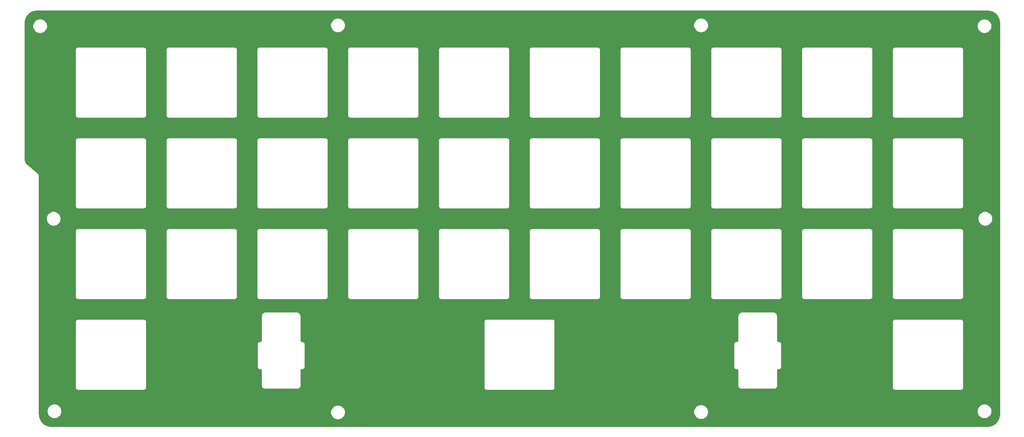
<source format=gbr>
G04 #@! TF.GenerationSoftware,KiCad,Pcbnew,(5.1.6-0-10_14)*
G04 #@! TF.CreationDate,2020-08-01T13:26:42+09:00*
G04 #@! TF.ProjectId,reviung33-top-plate,72657669-756e-4673-9333-2d746f702d70,rev0.3*
G04 #@! TF.SameCoordinates,Original*
G04 #@! TF.FileFunction,Copper,L1,Top*
G04 #@! TF.FilePolarity,Positive*
%FSLAX46Y46*%
G04 Gerber Fmt 4.6, Leading zero omitted, Abs format (unit mm)*
G04 Created by KiCad (PCBNEW (5.1.6-0-10_14)) date 2020-08-01 13:26:42*
%MOMM*%
%LPD*%
G01*
G04 APERTURE LIST*
G04 #@! TA.AperFunction,NonConductor*
%ADD10C,0.254000*%
G04 #@! TD*
G04 APERTURE END LIST*
D10*
G36*
X232652756Y-28975392D02*
G01*
X232778532Y-28984956D01*
X232902307Y-29000684D01*
X233023989Y-29022415D01*
X233143433Y-29049983D01*
X233260605Y-29083257D01*
X233375314Y-29122070D01*
X233487443Y-29166282D01*
X233596843Y-29215742D01*
X233703395Y-29270315D01*
X233806922Y-29329842D01*
X233907256Y-29394167D01*
X234004269Y-29463154D01*
X234097764Y-29536627D01*
X234187593Y-29614440D01*
X234273596Y-29696436D01*
X234355563Y-29782410D01*
X234433379Y-29872244D01*
X234506862Y-29965753D01*
X234575843Y-30062758D01*
X234640184Y-30163124D01*
X234699693Y-30266619D01*
X234754274Y-30373190D01*
X234803727Y-30482577D01*
X234847944Y-30594721D01*
X234886752Y-30709418D01*
X234920018Y-30826563D01*
X234947595Y-30946047D01*
X234969325Y-31067729D01*
X234985052Y-31191495D01*
X234994616Y-31317273D01*
X234998015Y-31451683D01*
X234998015Y-113638325D01*
X234994616Y-113772734D01*
X234985052Y-113898512D01*
X234969325Y-114022278D01*
X234947593Y-114143970D01*
X234920022Y-114263427D01*
X234886752Y-114380587D01*
X234847940Y-114495294D01*
X234803735Y-114607407D01*
X234754271Y-114716819D01*
X234699693Y-114823382D01*
X234640185Y-114926877D01*
X234575843Y-115027241D01*
X234506858Y-115124251D01*
X234433379Y-115217755D01*
X234355567Y-115307584D01*
X234273589Y-115393567D01*
X234187596Y-115475554D01*
X234097757Y-115553374D01*
X234004265Y-115626842D01*
X233907264Y-115695820D01*
X233806913Y-115760154D01*
X233703396Y-115819676D01*
X233596849Y-115874245D01*
X233487435Y-115923711D01*
X233375310Y-115967921D01*
X233260607Y-116006731D01*
X233143432Y-116040004D01*
X233023996Y-116067570D01*
X232902300Y-116089303D01*
X232778532Y-116105030D01*
X232652756Y-116114594D01*
X232518346Y-116117993D01*
X36031705Y-116117993D01*
X35897295Y-116114594D01*
X35771517Y-116105030D01*
X35647751Y-116089303D01*
X35526059Y-116067571D01*
X35406602Y-116040000D01*
X35289442Y-116006730D01*
X35174735Y-115967918D01*
X35062622Y-115923713D01*
X34953210Y-115874249D01*
X34846666Y-115819681D01*
X34743131Y-115760150D01*
X34642791Y-115695823D01*
X34545773Y-115626833D01*
X34452281Y-115553363D01*
X34362435Y-115475535D01*
X34276462Y-115393567D01*
X34194486Y-115307585D01*
X34116656Y-115217735D01*
X34043188Y-115124243D01*
X33974201Y-115027230D01*
X33909880Y-114926900D01*
X33850349Y-114823363D01*
X33795785Y-114716827D01*
X33746319Y-114607413D01*
X33702111Y-114495292D01*
X33663294Y-114380573D01*
X33630031Y-114263432D01*
X33602460Y-114143974D01*
X33580727Y-114022278D01*
X33565000Y-113898510D01*
X33555436Y-113772734D01*
X33552038Y-113638330D01*
X33552038Y-112834679D01*
X35113000Y-112834679D01*
X35113000Y-113145321D01*
X35173604Y-113449994D01*
X35292481Y-113736989D01*
X35465064Y-113995279D01*
X35684721Y-114214936D01*
X35943011Y-114387519D01*
X36230006Y-114506396D01*
X36534679Y-114567000D01*
X36845321Y-114567000D01*
X37149994Y-114506396D01*
X37436989Y-114387519D01*
X37695279Y-114214936D01*
X37914936Y-113995279D01*
X38087519Y-113736989D01*
X38206396Y-113449994D01*
X38267000Y-113145321D01*
X38267000Y-113074679D01*
X94603000Y-113074679D01*
X94603000Y-113385321D01*
X94663604Y-113689994D01*
X94782481Y-113976989D01*
X94955064Y-114235279D01*
X95174721Y-114454936D01*
X95433011Y-114627519D01*
X95720006Y-114746396D01*
X96024679Y-114807000D01*
X96335321Y-114807000D01*
X96639994Y-114746396D01*
X96926989Y-114627519D01*
X97185279Y-114454936D01*
X97404936Y-114235279D01*
X97577519Y-113976989D01*
X97696396Y-113689994D01*
X97757000Y-113385321D01*
X97757000Y-113074679D01*
X97741087Y-112994679D01*
X170803000Y-112994679D01*
X170803000Y-113305321D01*
X170863604Y-113609994D01*
X170982481Y-113896989D01*
X171155064Y-114155279D01*
X171374721Y-114374936D01*
X171633011Y-114547519D01*
X171920006Y-114666396D01*
X172224679Y-114727000D01*
X172535321Y-114727000D01*
X172839994Y-114666396D01*
X173126989Y-114547519D01*
X173385279Y-114374936D01*
X173604936Y-114155279D01*
X173777519Y-113896989D01*
X173896396Y-113609994D01*
X173957000Y-113305321D01*
X173957000Y-112994679D01*
X173925174Y-112834679D01*
X230283000Y-112834679D01*
X230283000Y-113145321D01*
X230343604Y-113449994D01*
X230462481Y-113736989D01*
X230635064Y-113995279D01*
X230854721Y-114214936D01*
X231113011Y-114387519D01*
X231400006Y-114506396D01*
X231704679Y-114567000D01*
X232015321Y-114567000D01*
X232319994Y-114506396D01*
X232606989Y-114387519D01*
X232865279Y-114214936D01*
X233084936Y-113995279D01*
X233257519Y-113736989D01*
X233376396Y-113449994D01*
X233437000Y-113145321D01*
X233437000Y-112834679D01*
X233376396Y-112530006D01*
X233257519Y-112243011D01*
X233084936Y-111984721D01*
X232865279Y-111765064D01*
X232606989Y-111592481D01*
X232319994Y-111473604D01*
X232015321Y-111413000D01*
X231704679Y-111413000D01*
X231400006Y-111473604D01*
X231113011Y-111592481D01*
X230854721Y-111765064D01*
X230635064Y-111984721D01*
X230462481Y-112243011D01*
X230343604Y-112530006D01*
X230283000Y-112834679D01*
X173925174Y-112834679D01*
X173896396Y-112690006D01*
X173777519Y-112403011D01*
X173604936Y-112144721D01*
X173385279Y-111925064D01*
X173126989Y-111752481D01*
X172839994Y-111633604D01*
X172535321Y-111573000D01*
X172224679Y-111573000D01*
X171920006Y-111633604D01*
X171633011Y-111752481D01*
X171374721Y-111925064D01*
X171155064Y-112144721D01*
X170982481Y-112403011D01*
X170863604Y-112690006D01*
X170803000Y-112994679D01*
X97741087Y-112994679D01*
X97696396Y-112770006D01*
X97577519Y-112483011D01*
X97404936Y-112224721D01*
X97185279Y-112005064D01*
X96926989Y-111832481D01*
X96639994Y-111713604D01*
X96335321Y-111653000D01*
X96024679Y-111653000D01*
X95720006Y-111713604D01*
X95433011Y-111832481D01*
X95174721Y-112005064D01*
X94955064Y-112224721D01*
X94782481Y-112483011D01*
X94663604Y-112770006D01*
X94603000Y-113074679D01*
X38267000Y-113074679D01*
X38267000Y-112834679D01*
X38206396Y-112530006D01*
X38087519Y-112243011D01*
X37914936Y-111984721D01*
X37695279Y-111765064D01*
X37436989Y-111592481D01*
X37149994Y-111473604D01*
X36845321Y-111413000D01*
X36534679Y-111413000D01*
X36230006Y-111473604D01*
X35943011Y-111592481D01*
X35684721Y-111765064D01*
X35465064Y-111984721D01*
X35292481Y-112243011D01*
X35173604Y-112530006D01*
X35113000Y-112834679D01*
X33552038Y-112834679D01*
X33552038Y-108069978D01*
X41070504Y-108069978D01*
X41073052Y-108095851D01*
X41073052Y-108095858D01*
X41080678Y-108173287D01*
X41110813Y-108272627D01*
X41159748Y-108364179D01*
X41225604Y-108444425D01*
X41305850Y-108510281D01*
X41397402Y-108559216D01*
X41496742Y-108589351D01*
X41600052Y-108599526D01*
X41625934Y-108596977D01*
X55474171Y-108597000D01*
X55500043Y-108599548D01*
X55525916Y-108597000D01*
X55525923Y-108597000D01*
X55603352Y-108589374D01*
X55702692Y-108559239D01*
X55794244Y-108510304D01*
X55874490Y-108444448D01*
X55940346Y-108364202D01*
X55989281Y-108272650D01*
X56019416Y-108173310D01*
X56029591Y-108070000D01*
X56027042Y-108044118D01*
X56027057Y-98845584D01*
X79233341Y-98845584D01*
X79233341Y-103735661D01*
X79238182Y-103785036D01*
X79242676Y-103834411D01*
X79243198Y-103836183D01*
X79243378Y-103838023D01*
X79257715Y-103885509D01*
X79271715Y-103933079D01*
X79272571Y-103934717D01*
X79273105Y-103936485D01*
X79296358Y-103980217D01*
X79319366Y-104024227D01*
X79320527Y-104025671D01*
X79321392Y-104027298D01*
X79352690Y-104065673D01*
X79383814Y-104104384D01*
X79385230Y-104105572D01*
X79386397Y-104107003D01*
X79424593Y-104138601D01*
X79462603Y-104170496D01*
X79464222Y-104171386D01*
X79465646Y-104172564D01*
X79509319Y-104196178D01*
X79552734Y-104220045D01*
X79554492Y-104220603D01*
X79556120Y-104221483D01*
X79603524Y-104236157D01*
X79650772Y-104251145D01*
X79652609Y-104251351D01*
X79654373Y-104251897D01*
X79703635Y-104257075D01*
X79752983Y-104262610D01*
X79756535Y-104262635D01*
X79756662Y-104262648D01*
X79756790Y-104262636D01*
X79760341Y-104262661D01*
X80068712Y-104262661D01*
X80068712Y-107605041D01*
X80071576Y-107634246D01*
X80071975Y-107663599D01*
X80072844Y-107670906D01*
X80080714Y-107733382D01*
X80088678Y-107768492D01*
X80094564Y-107804007D01*
X80100031Y-107818545D01*
X80103466Y-107833687D01*
X80118093Y-107866572D01*
X80130768Y-107900276D01*
X80134065Y-107906854D01*
X80183279Y-108003399D01*
X80187423Y-108009876D01*
X80190438Y-108016953D01*
X80215119Y-108053166D01*
X80238709Y-108090038D01*
X80244028Y-108095583D01*
X80248363Y-108101943D01*
X80279603Y-108132667D01*
X80309910Y-108164260D01*
X80316210Y-108168670D01*
X80321693Y-108174062D01*
X80327450Y-108178645D01*
X80411972Y-108244974D01*
X80420172Y-108250202D01*
X80427433Y-108256653D01*
X80463450Y-108277799D01*
X80498695Y-108300272D01*
X80507750Y-108303806D01*
X80516129Y-108308726D01*
X80555582Y-108322478D01*
X80594506Y-108337672D01*
X80604072Y-108339380D01*
X80613250Y-108342579D01*
X80620414Y-108344261D01*
X80728792Y-108368917D01*
X80732534Y-108369391D01*
X80736128Y-108370531D01*
X80783547Y-108375850D01*
X80830831Y-108381837D01*
X80834589Y-108381575D01*
X80838339Y-108381996D01*
X80845697Y-108382047D01*
X87670647Y-108382047D01*
X87699856Y-108379183D01*
X87729214Y-108378783D01*
X87736521Y-108377914D01*
X87799004Y-108370042D01*
X87834116Y-108362077D01*
X87869649Y-108356186D01*
X87884181Y-108350720D01*
X87899309Y-108347288D01*
X87932204Y-108332656D01*
X87965916Y-108319975D01*
X87972494Y-108316679D01*
X88069041Y-108267457D01*
X88075527Y-108263307D01*
X88082606Y-108260290D01*
X88118794Y-108235622D01*
X88155676Y-108212022D01*
X88161228Y-108206696D01*
X88167591Y-108202358D01*
X88198304Y-108171124D01*
X88229894Y-108140817D01*
X88234306Y-108134512D01*
X88239705Y-108129022D01*
X88244287Y-108123265D01*
X88286097Y-108069978D01*
X126795461Y-108069978D01*
X126798009Y-108095851D01*
X126798009Y-108095858D01*
X126805635Y-108173287D01*
X126835770Y-108272627D01*
X126884705Y-108364179D01*
X126950561Y-108444425D01*
X127030807Y-108510281D01*
X127122359Y-108559216D01*
X127221699Y-108589351D01*
X127325009Y-108599526D01*
X127350891Y-108596977D01*
X141199128Y-108597000D01*
X141225000Y-108599548D01*
X141250873Y-108597000D01*
X141250880Y-108597000D01*
X141328309Y-108589374D01*
X141427649Y-108559239D01*
X141519201Y-108510304D01*
X141599447Y-108444448D01*
X141665303Y-108364202D01*
X141714238Y-108272650D01*
X141744373Y-108173310D01*
X141754548Y-108070000D01*
X141751999Y-108044118D01*
X141752014Y-98845584D01*
X179250148Y-98845584D01*
X179250148Y-103735661D01*
X179254989Y-103785036D01*
X179259483Y-103834411D01*
X179260005Y-103836183D01*
X179260185Y-103838023D01*
X179274522Y-103885509D01*
X179288522Y-103933079D01*
X179289378Y-103934717D01*
X179289912Y-103936485D01*
X179313165Y-103980217D01*
X179336173Y-104024227D01*
X179337334Y-104025671D01*
X179338199Y-104027298D01*
X179369497Y-104065673D01*
X179400621Y-104104384D01*
X179402037Y-104105572D01*
X179403204Y-104107003D01*
X179441400Y-104138601D01*
X179479410Y-104170496D01*
X179481029Y-104171386D01*
X179482453Y-104172564D01*
X179526126Y-104196178D01*
X179569541Y-104220045D01*
X179571299Y-104220603D01*
X179572927Y-104221483D01*
X179620331Y-104236157D01*
X179667579Y-104251145D01*
X179669416Y-104251351D01*
X179671180Y-104251897D01*
X179720442Y-104257075D01*
X179769790Y-104262610D01*
X179773342Y-104262635D01*
X179773469Y-104262648D01*
X179773597Y-104262636D01*
X179777148Y-104262661D01*
X180085497Y-104262661D01*
X180085497Y-107605041D01*
X180088361Y-107634246D01*
X180088760Y-107663599D01*
X180089629Y-107670906D01*
X180097499Y-107733382D01*
X180105464Y-107768496D01*
X180111351Y-107804015D01*
X180116818Y-107818550D01*
X180120251Y-107833687D01*
X180134880Y-107866577D01*
X180147557Y-107900284D01*
X180150854Y-107906862D01*
X180200070Y-108003407D01*
X180204217Y-108009889D01*
X180207234Y-108016969D01*
X180231904Y-108053163D01*
X180255501Y-108090045D01*
X180260826Y-108095596D01*
X180265162Y-108101957D01*
X180296398Y-108132675D01*
X180326703Y-108164265D01*
X180333005Y-108168676D01*
X180338494Y-108174074D01*
X180344251Y-108178656D01*
X180428779Y-108244985D01*
X180436977Y-108250212D01*
X180444237Y-108256661D01*
X180480257Y-108277807D01*
X180515504Y-108300280D01*
X180524557Y-108303813D01*
X180532935Y-108308732D01*
X180572384Y-108322481D01*
X180611316Y-108337677D01*
X180620883Y-108339385D01*
X180630057Y-108342582D01*
X180637220Y-108344264D01*
X180745612Y-108368920D01*
X180749345Y-108369393D01*
X180752934Y-108370531D01*
X180800380Y-108375853D01*
X180847651Y-108381837D01*
X180851400Y-108381576D01*
X180855145Y-108381996D01*
X180862503Y-108382047D01*
X187687453Y-108382047D01*
X187716666Y-108379183D01*
X187746030Y-108378782D01*
X187753336Y-108377913D01*
X187815810Y-108370041D01*
X187850937Y-108362072D01*
X187886463Y-108356181D01*
X187900988Y-108350717D01*
X187916115Y-108347285D01*
X187949015Y-108332650D01*
X187982729Y-108319967D01*
X187989307Y-108316671D01*
X188085846Y-108267449D01*
X188092331Y-108263299D01*
X188099408Y-108260283D01*
X188135595Y-108235614D01*
X188172479Y-108212011D01*
X188178030Y-108206685D01*
X188184392Y-108202348D01*
X188215101Y-108171117D01*
X188246695Y-108140803D01*
X188251108Y-108134497D01*
X188256503Y-108129010D01*
X188261085Y-108123252D01*
X188327405Y-108038723D01*
X188332620Y-108030542D01*
X188339061Y-108023291D01*
X188360222Y-107987244D01*
X188382693Y-107951994D01*
X188386220Y-107942957D01*
X188391130Y-107934592D01*
X188404885Y-107895125D01*
X188420083Y-107856179D01*
X188421787Y-107846629D01*
X188424979Y-107837470D01*
X188426661Y-107830306D01*
X188451313Y-107721925D01*
X188451785Y-107718193D01*
X188452922Y-107714610D01*
X188458239Y-107667204D01*
X188464229Y-107619886D01*
X188463968Y-107616137D01*
X188464387Y-107612399D01*
X188464438Y-107605041D01*
X188464438Y-104262661D01*
X188772809Y-104262661D01*
X188822184Y-104257820D01*
X188871559Y-104253326D01*
X188873331Y-104252804D01*
X188875171Y-104252624D01*
X188922657Y-104238287D01*
X188970227Y-104224287D01*
X188971865Y-104223431D01*
X188973633Y-104222897D01*
X189017365Y-104199644D01*
X189061375Y-104176636D01*
X189062819Y-104175475D01*
X189064446Y-104174610D01*
X189102821Y-104143312D01*
X189141532Y-104112188D01*
X189142720Y-104110772D01*
X189144151Y-104109605D01*
X189175749Y-104071409D01*
X189207644Y-104033399D01*
X189208534Y-104031780D01*
X189209712Y-104030356D01*
X189233326Y-103986683D01*
X189257193Y-103943268D01*
X189257751Y-103941510D01*
X189258631Y-103939882D01*
X189273305Y-103892478D01*
X189288293Y-103845230D01*
X189288499Y-103843393D01*
X189289045Y-103841629D01*
X189294223Y-103792367D01*
X189299758Y-103743019D01*
X189299783Y-103739467D01*
X189299796Y-103739340D01*
X189299784Y-103739212D01*
X189299809Y-103735661D01*
X189299809Y-98845584D01*
X189294968Y-98796209D01*
X189290474Y-98746834D01*
X189289952Y-98745062D01*
X189289772Y-98743222D01*
X189275435Y-98695736D01*
X189261435Y-98648166D01*
X189260579Y-98646528D01*
X189260045Y-98644760D01*
X189236792Y-98601028D01*
X189213784Y-98557018D01*
X189212623Y-98555574D01*
X189211758Y-98553947D01*
X189180460Y-98515572D01*
X189149336Y-98476861D01*
X189147920Y-98475673D01*
X189146753Y-98474242D01*
X189108557Y-98442644D01*
X189070547Y-98410749D01*
X189068928Y-98409859D01*
X189067504Y-98408681D01*
X189023831Y-98385067D01*
X188980416Y-98361200D01*
X188978658Y-98360642D01*
X188977030Y-98359762D01*
X188929626Y-98345088D01*
X188882378Y-98330100D01*
X188880541Y-98329894D01*
X188878777Y-98329348D01*
X188829515Y-98324170D01*
X188780167Y-98318635D01*
X188776615Y-98318610D01*
X188776488Y-98318597D01*
X188776360Y-98318609D01*
X188772809Y-98318584D01*
X188464438Y-98318584D01*
X188464438Y-94169987D01*
X212520438Y-94169987D01*
X212522988Y-94195878D01*
X212522987Y-108044107D01*
X212520439Y-108069978D01*
X212522987Y-108095851D01*
X212522987Y-108095858D01*
X212530613Y-108173287D01*
X212560748Y-108272627D01*
X212609683Y-108364180D01*
X212675539Y-108444426D01*
X212755785Y-108510282D01*
X212847337Y-108559217D01*
X212946677Y-108589352D01*
X213049987Y-108599527D01*
X213075877Y-108596977D01*
X226924107Y-108597000D01*
X226949979Y-108599548D01*
X226975852Y-108597000D01*
X226975859Y-108597000D01*
X227053288Y-108589374D01*
X227152628Y-108559239D01*
X227244180Y-108510304D01*
X227324426Y-108444448D01*
X227390282Y-108364202D01*
X227439217Y-108272650D01*
X227469352Y-108173310D01*
X227479527Y-108070000D01*
X227476978Y-108044118D01*
X227477000Y-94195869D01*
X227479549Y-94169987D01*
X227469374Y-94066677D01*
X227439239Y-93967337D01*
X227390304Y-93875785D01*
X227324448Y-93795539D01*
X227244202Y-93729683D01*
X227152650Y-93680748D01*
X227053310Y-93650613D01*
X226975881Y-93642987D01*
X226975871Y-93642987D01*
X226950000Y-93640439D01*
X226924127Y-93642987D01*
X213075868Y-93642987D01*
X213049987Y-93640438D01*
X213024106Y-93642987D01*
X212946677Y-93650613D01*
X212847337Y-93680748D01*
X212755785Y-93729683D01*
X212675539Y-93795539D01*
X212609683Y-93875785D01*
X212560748Y-93967337D01*
X212530613Y-94066677D01*
X212520438Y-94169987D01*
X188464438Y-94169987D01*
X188464438Y-93090208D01*
X188462852Y-93074034D01*
X188463440Y-93057792D01*
X188462936Y-93050451D01*
X188457175Y-92974304D01*
X188448723Y-92926008D01*
X188440716Y-92877649D01*
X188439466Y-92873111D01*
X188439445Y-92872991D01*
X188439403Y-92872883D01*
X188438762Y-92870555D01*
X188405232Y-92752075D01*
X188401750Y-92743192D01*
X188399724Y-92733874D01*
X188383010Y-92695377D01*
X188367700Y-92656315D01*
X188362564Y-92648284D01*
X188358763Y-92639530D01*
X188355143Y-92633124D01*
X188295106Y-92528586D01*
X188290393Y-92521971D01*
X188286828Y-92514671D01*
X188260583Y-92480132D01*
X188235424Y-92444820D01*
X188229517Y-92439247D01*
X188224601Y-92432778D01*
X188219561Y-92427417D01*
X188136942Y-92340748D01*
X188130902Y-92335540D01*
X188125800Y-92329407D01*
X188091992Y-92301989D01*
X188059048Y-92273582D01*
X188052113Y-92269647D01*
X188045917Y-92264622D01*
X188039749Y-92260610D01*
X187938474Y-92195738D01*
X187930288Y-92191560D01*
X187922868Y-92186119D01*
X187884525Y-92168200D01*
X187846866Y-92148977D01*
X187838022Y-92146467D01*
X187829689Y-92142573D01*
X187822734Y-92140171D01*
X187706732Y-92101022D01*
X187702716Y-92100091D01*
X187698934Y-92098458D01*
X187652651Y-92088488D01*
X187606535Y-92077800D01*
X187602418Y-92077667D01*
X187598388Y-92076799D01*
X187591072Y-92076010D01*
X187490304Y-92065852D01*
X187467484Y-92065790D01*
X187444805Y-92063246D01*
X187437447Y-92063195D01*
X181112488Y-92063195D01*
X181096313Y-92064781D01*
X181080069Y-92064193D01*
X181072728Y-92064697D01*
X180996587Y-92070458D01*
X180948312Y-92078907D01*
X180899915Y-92086922D01*
X180895393Y-92088168D01*
X180895274Y-92088189D01*
X180895166Y-92088231D01*
X180892821Y-92088877D01*
X180774349Y-92122410D01*
X180765472Y-92125890D01*
X180756142Y-92127919D01*
X180717632Y-92144641D01*
X180678589Y-92159945D01*
X180670555Y-92165084D01*
X180661801Y-92168885D01*
X180655395Y-92172506D01*
X180550862Y-92232547D01*
X180544250Y-92237259D01*
X180536950Y-92240824D01*
X180502407Y-92267074D01*
X180467099Y-92292233D01*
X180461528Y-92298139D01*
X180455060Y-92303054D01*
X180449699Y-92308094D01*
X180363032Y-92390718D01*
X180357826Y-92396756D01*
X180351696Y-92401856D01*
X180324283Y-92435660D01*
X180295869Y-92468615D01*
X180291935Y-92475550D01*
X180286913Y-92481742D01*
X180282901Y-92487910D01*
X180218030Y-92589189D01*
X180213852Y-92597375D01*
X180208416Y-92604789D01*
X180190497Y-92643133D01*
X180171272Y-92680799D01*
X180168764Y-92689637D01*
X180164871Y-92697968D01*
X180162470Y-92704923D01*
X180123322Y-92820929D01*
X180122393Y-92824939D01*
X180120760Y-92828720D01*
X180110788Y-92875013D01*
X180100101Y-92921126D01*
X180099968Y-92925240D01*
X180099101Y-92929266D01*
X180098312Y-92936582D01*
X180088154Y-93037352D01*
X180088092Y-93060171D01*
X180085548Y-93082850D01*
X180085497Y-93090208D01*
X180085497Y-98318584D01*
X179777148Y-98318584D01*
X179727773Y-98323425D01*
X179678398Y-98327919D01*
X179676626Y-98328441D01*
X179674786Y-98328621D01*
X179627300Y-98342958D01*
X179579730Y-98356958D01*
X179578092Y-98357814D01*
X179576324Y-98358348D01*
X179532592Y-98381601D01*
X179488582Y-98404609D01*
X179487138Y-98405770D01*
X179485511Y-98406635D01*
X179447136Y-98437933D01*
X179408425Y-98469057D01*
X179407237Y-98470473D01*
X179405806Y-98471640D01*
X179374208Y-98509836D01*
X179342313Y-98547846D01*
X179341423Y-98549465D01*
X179340245Y-98550889D01*
X179316631Y-98594562D01*
X179292764Y-98637977D01*
X179292206Y-98639735D01*
X179291326Y-98641363D01*
X179276652Y-98688767D01*
X179261664Y-98736015D01*
X179261458Y-98737852D01*
X179260912Y-98739616D01*
X179255734Y-98788878D01*
X179250199Y-98838226D01*
X179250174Y-98841778D01*
X179250161Y-98841905D01*
X179250173Y-98842033D01*
X179250148Y-98845584D01*
X141752014Y-98845584D01*
X141752022Y-94195869D01*
X141754571Y-94169987D01*
X141744396Y-94066677D01*
X141714261Y-93967337D01*
X141665326Y-93875785D01*
X141599470Y-93795539D01*
X141519224Y-93729683D01*
X141427672Y-93680748D01*
X141328332Y-93650613D01*
X141250903Y-93642987D01*
X141250893Y-93642987D01*
X141225022Y-93640439D01*
X141199149Y-93642987D01*
X127350902Y-93642987D01*
X127325031Y-93640439D01*
X127299158Y-93642987D01*
X127299150Y-93642987D01*
X127221721Y-93650613D01*
X127122381Y-93680748D01*
X127030829Y-93729683D01*
X126950583Y-93795539D01*
X126884727Y-93875785D01*
X126835792Y-93967337D01*
X126805657Y-94066677D01*
X126795482Y-94169987D01*
X126798032Y-94195877D01*
X126798009Y-108044106D01*
X126795461Y-108069978D01*
X88286097Y-108069978D01*
X88310611Y-108038735D01*
X88315831Y-108030546D01*
X88322276Y-108023291D01*
X88343437Y-107987244D01*
X88365901Y-107952007D01*
X88369430Y-107942965D01*
X88374345Y-107934592D01*
X88388099Y-107895127D01*
X88403294Y-107856193D01*
X88405000Y-107846636D01*
X88408194Y-107837470D01*
X88409876Y-107830306D01*
X88434528Y-107721925D01*
X88435000Y-107718193D01*
X88436137Y-107714610D01*
X88441454Y-107667204D01*
X88447444Y-107619886D01*
X88447183Y-107616137D01*
X88447602Y-107612399D01*
X88447653Y-107605041D01*
X88447653Y-104262661D01*
X88756002Y-104262661D01*
X88805377Y-104257820D01*
X88854752Y-104253326D01*
X88856524Y-104252804D01*
X88858364Y-104252624D01*
X88905850Y-104238287D01*
X88953420Y-104224287D01*
X88955058Y-104223431D01*
X88956826Y-104222897D01*
X89000558Y-104199644D01*
X89044568Y-104176636D01*
X89046012Y-104175475D01*
X89047639Y-104174610D01*
X89086014Y-104143312D01*
X89124725Y-104112188D01*
X89125913Y-104110772D01*
X89127344Y-104109605D01*
X89158942Y-104071409D01*
X89190837Y-104033399D01*
X89191727Y-104031780D01*
X89192905Y-104030356D01*
X89216519Y-103986683D01*
X89240386Y-103943268D01*
X89240944Y-103941510D01*
X89241824Y-103939882D01*
X89256498Y-103892478D01*
X89271486Y-103845230D01*
X89271692Y-103843393D01*
X89272238Y-103841629D01*
X89277416Y-103792367D01*
X89282951Y-103743019D01*
X89282976Y-103739467D01*
X89282989Y-103739340D01*
X89282977Y-103739212D01*
X89283002Y-103735661D01*
X89283002Y-98845584D01*
X89278161Y-98796209D01*
X89273667Y-98746834D01*
X89273145Y-98745062D01*
X89272965Y-98743222D01*
X89258628Y-98695736D01*
X89244628Y-98648166D01*
X89243772Y-98646528D01*
X89243238Y-98644760D01*
X89219985Y-98601028D01*
X89196977Y-98557018D01*
X89195816Y-98555574D01*
X89194951Y-98553947D01*
X89163653Y-98515572D01*
X89132529Y-98476861D01*
X89131113Y-98475673D01*
X89129946Y-98474242D01*
X89091750Y-98442644D01*
X89053740Y-98410749D01*
X89052121Y-98409859D01*
X89050697Y-98408681D01*
X89007024Y-98385067D01*
X88963609Y-98361200D01*
X88961851Y-98360642D01*
X88960223Y-98359762D01*
X88912819Y-98345088D01*
X88865571Y-98330100D01*
X88863734Y-98329894D01*
X88861970Y-98329348D01*
X88812708Y-98324170D01*
X88763360Y-98318635D01*
X88759808Y-98318610D01*
X88759681Y-98318597D01*
X88759553Y-98318609D01*
X88756002Y-98318584D01*
X88447653Y-98318584D01*
X88447653Y-93090208D01*
X88446067Y-93074033D01*
X88446655Y-93057785D01*
X88446151Y-93050444D01*
X88440389Y-92974297D01*
X88431936Y-92926000D01*
X88423928Y-92877641D01*
X88422678Y-92873103D01*
X88422657Y-92872984D01*
X88422615Y-92872877D01*
X88421974Y-92870548D01*
X88388442Y-92752067D01*
X88384960Y-92743183D01*
X88382932Y-92733859D01*
X88366219Y-92695368D01*
X88350909Y-92656307D01*
X88345769Y-92648270D01*
X88341968Y-92639517D01*
X88338347Y-92633111D01*
X88278307Y-92528573D01*
X88273594Y-92521959D01*
X88270032Y-92514665D01*
X88243783Y-92480120D01*
X88218622Y-92444809D01*
X88212721Y-92439242D01*
X88207805Y-92432773D01*
X88202765Y-92427412D01*
X88120144Y-92340743D01*
X88114104Y-92335535D01*
X88109005Y-92329406D01*
X88075202Y-92301992D01*
X88042249Y-92273578D01*
X88035317Y-92269645D01*
X88029121Y-92264620D01*
X88022953Y-92260609D01*
X87921677Y-92195736D01*
X87913490Y-92191557D01*
X87906076Y-92186121D01*
X87867739Y-92168204D01*
X87830069Y-92148976D01*
X87821229Y-92146468D01*
X87812898Y-92142574D01*
X87805943Y-92140173D01*
X87689944Y-92101024D01*
X87685931Y-92100094D01*
X87682145Y-92098459D01*
X87635848Y-92088486D01*
X87589747Y-92077801D01*
X87585629Y-92077668D01*
X87581599Y-92076800D01*
X87574284Y-92076011D01*
X87473522Y-92065853D01*
X87450706Y-92065791D01*
X87428020Y-92063246D01*
X87420662Y-92063195D01*
X81095703Y-92063195D01*
X81079528Y-92064781D01*
X81063286Y-92064193D01*
X81055946Y-92064697D01*
X80979799Y-92070458D01*
X80931527Y-92078906D01*
X80883130Y-92086921D01*
X80878597Y-92088170D01*
X80878486Y-92088189D01*
X80878385Y-92088228D01*
X80876036Y-92088875D01*
X80757559Y-92122408D01*
X80748673Y-92125891D01*
X80739350Y-92127919D01*
X80700853Y-92144635D01*
X80661800Y-92159943D01*
X80653766Y-92165081D01*
X80645009Y-92168884D01*
X80638603Y-92172505D01*
X80534069Y-92232546D01*
X80527452Y-92237261D01*
X80520147Y-92240829D01*
X80485604Y-92267080D01*
X80450305Y-92292232D01*
X80444731Y-92298141D01*
X80438258Y-92303060D01*
X80432897Y-92308100D01*
X80346233Y-92390724D01*
X80341021Y-92396769D01*
X80334894Y-92401867D01*
X80307495Y-92435655D01*
X80279072Y-92468622D01*
X80275136Y-92475560D01*
X80270113Y-92481754D01*
X80266101Y-92487922D01*
X80201234Y-92589201D01*
X80197057Y-92597386D01*
X80191624Y-92604796D01*
X80173705Y-92643140D01*
X80154479Y-92680812D01*
X80151973Y-92689646D01*
X80148080Y-92697976D01*
X80145679Y-92704932D01*
X80106533Y-92820937D01*
X80105604Y-92824945D01*
X80103972Y-92828725D01*
X80093996Y-92875037D01*
X80083314Y-92921134D01*
X80083181Y-92925244D01*
X80082314Y-92929271D01*
X80081526Y-92936587D01*
X80071369Y-93037357D01*
X80071307Y-93060169D01*
X80068763Y-93082850D01*
X80068712Y-93090208D01*
X80068712Y-98318584D01*
X79760341Y-98318584D01*
X79710966Y-98323425D01*
X79661591Y-98327919D01*
X79659819Y-98328441D01*
X79657979Y-98328621D01*
X79610493Y-98342958D01*
X79562923Y-98356958D01*
X79561285Y-98357814D01*
X79559517Y-98358348D01*
X79515785Y-98381601D01*
X79471775Y-98404609D01*
X79470331Y-98405770D01*
X79468704Y-98406635D01*
X79430329Y-98437933D01*
X79391618Y-98469057D01*
X79390430Y-98470473D01*
X79388999Y-98471640D01*
X79357401Y-98509836D01*
X79325506Y-98547846D01*
X79324616Y-98549465D01*
X79323438Y-98550889D01*
X79299824Y-98594562D01*
X79275957Y-98637977D01*
X79275399Y-98639735D01*
X79274519Y-98641363D01*
X79259845Y-98688767D01*
X79244857Y-98736015D01*
X79244651Y-98737852D01*
X79244105Y-98739616D01*
X79238927Y-98788878D01*
X79233392Y-98838226D01*
X79233367Y-98841778D01*
X79233354Y-98841905D01*
X79233366Y-98842033D01*
X79233341Y-98845584D01*
X56027057Y-98845584D01*
X56027065Y-94195869D01*
X56029614Y-94169987D01*
X56019439Y-94066677D01*
X55989304Y-93967337D01*
X55940369Y-93875785D01*
X55874513Y-93795539D01*
X55794267Y-93729683D01*
X55702715Y-93680748D01*
X55603375Y-93650613D01*
X55525946Y-93642987D01*
X55525936Y-93642987D01*
X55500065Y-93640439D01*
X55474192Y-93642987D01*
X41625945Y-93642987D01*
X41600074Y-93640439D01*
X41574201Y-93642987D01*
X41574193Y-93642987D01*
X41496764Y-93650613D01*
X41397424Y-93680748D01*
X41305872Y-93729683D01*
X41225626Y-93795539D01*
X41159770Y-93875785D01*
X41110835Y-93967337D01*
X41080700Y-94066677D01*
X41070525Y-94169987D01*
X41073075Y-94195877D01*
X41073052Y-108044106D01*
X41070504Y-108069978D01*
X33552038Y-108069978D01*
X33552038Y-89019978D01*
X41070504Y-89019978D01*
X41073052Y-89045851D01*
X41073052Y-89045858D01*
X41080678Y-89123287D01*
X41110813Y-89222627D01*
X41159748Y-89314179D01*
X41225604Y-89394425D01*
X41305850Y-89460281D01*
X41397402Y-89509216D01*
X41496742Y-89539351D01*
X41600052Y-89549526D01*
X41625934Y-89546977D01*
X55474171Y-89547000D01*
X55500043Y-89549548D01*
X55525916Y-89547000D01*
X55525923Y-89547000D01*
X55603352Y-89539374D01*
X55702692Y-89509239D01*
X55794244Y-89460304D01*
X55874490Y-89394448D01*
X55940346Y-89314202D01*
X55989281Y-89222650D01*
X56019416Y-89123310D01*
X56029591Y-89020000D01*
X56027042Y-88994118D01*
X56027065Y-75145869D01*
X56029614Y-75119987D01*
X60120503Y-75119987D01*
X60123053Y-75145878D01*
X60123052Y-88994107D01*
X60120504Y-89019978D01*
X60123052Y-89045851D01*
X60123052Y-89045858D01*
X60130678Y-89123287D01*
X60160813Y-89222627D01*
X60209748Y-89314180D01*
X60275604Y-89394426D01*
X60355850Y-89460282D01*
X60447402Y-89509217D01*
X60546742Y-89539352D01*
X60650052Y-89549527D01*
X60675942Y-89546977D01*
X74524171Y-89547000D01*
X74550043Y-89549548D01*
X74575916Y-89547000D01*
X74575923Y-89547000D01*
X74653352Y-89539374D01*
X74752692Y-89509239D01*
X74844244Y-89460304D01*
X74924490Y-89394448D01*
X74990346Y-89314202D01*
X75039281Y-89222650D01*
X75069416Y-89123310D01*
X75079591Y-89020000D01*
X75079589Y-89019978D01*
X79170483Y-89019978D01*
X79173031Y-89045851D01*
X79173031Y-89045858D01*
X79180657Y-89123287D01*
X79210792Y-89222627D01*
X79259727Y-89314179D01*
X79325583Y-89394425D01*
X79405829Y-89460281D01*
X79497381Y-89509216D01*
X79596721Y-89539351D01*
X79700031Y-89549526D01*
X79725913Y-89546977D01*
X93574162Y-89547000D01*
X93600043Y-89549549D01*
X93703353Y-89539374D01*
X93802693Y-89509239D01*
X93894245Y-89460304D01*
X93974491Y-89394448D01*
X94040347Y-89314202D01*
X94089282Y-89222650D01*
X94119417Y-89123310D01*
X94127043Y-89045881D01*
X94127043Y-89045871D01*
X94129591Y-89020000D01*
X94129589Y-89019978D01*
X98220483Y-89019978D01*
X98223031Y-89045851D01*
X98223031Y-89045858D01*
X98230657Y-89123287D01*
X98260792Y-89222627D01*
X98309727Y-89314179D01*
X98375583Y-89394425D01*
X98455829Y-89460281D01*
X98547381Y-89509216D01*
X98646721Y-89539351D01*
X98750031Y-89549526D01*
X98775913Y-89546977D01*
X112624150Y-89547000D01*
X112650022Y-89549548D01*
X112675895Y-89547000D01*
X112675902Y-89547000D01*
X112753331Y-89539374D01*
X112852671Y-89509239D01*
X112944223Y-89460304D01*
X113024469Y-89394448D01*
X113090325Y-89314202D01*
X113139260Y-89222650D01*
X113169395Y-89123310D01*
X113179570Y-89020000D01*
X113177021Y-88994118D01*
X113177043Y-75145869D01*
X113179592Y-75119987D01*
X117270482Y-75119987D01*
X117273032Y-75145878D01*
X117273031Y-88994107D01*
X117270483Y-89019978D01*
X117273031Y-89045851D01*
X117273031Y-89045858D01*
X117280657Y-89123287D01*
X117310792Y-89222627D01*
X117359727Y-89314180D01*
X117425583Y-89394426D01*
X117505829Y-89460282D01*
X117597381Y-89509217D01*
X117696721Y-89539352D01*
X117800031Y-89549527D01*
X117825921Y-89546977D01*
X131674150Y-89547000D01*
X131700022Y-89549548D01*
X131725895Y-89547000D01*
X131725902Y-89547000D01*
X131803331Y-89539374D01*
X131902671Y-89509239D01*
X131994223Y-89460304D01*
X132074469Y-89394448D01*
X132140325Y-89314202D01*
X132189260Y-89222650D01*
X132219395Y-89123310D01*
X132229570Y-89020000D01*
X132229568Y-89019978D01*
X136320461Y-89019978D01*
X136323009Y-89045851D01*
X136323009Y-89045858D01*
X136330635Y-89123287D01*
X136360770Y-89222627D01*
X136409705Y-89314179D01*
X136475561Y-89394425D01*
X136555807Y-89460281D01*
X136647359Y-89509216D01*
X136746699Y-89539351D01*
X136850009Y-89549526D01*
X136875891Y-89546977D01*
X150724141Y-89547000D01*
X150750022Y-89549549D01*
X150853332Y-89539374D01*
X150952672Y-89509239D01*
X151044224Y-89460304D01*
X151124470Y-89394448D01*
X151190326Y-89314202D01*
X151239261Y-89222650D01*
X151269396Y-89123310D01*
X151277022Y-89045881D01*
X151277022Y-89045871D01*
X151279570Y-89020000D01*
X151279568Y-89019978D01*
X155370461Y-89019978D01*
X155373009Y-89045851D01*
X155373009Y-89045858D01*
X155380635Y-89123287D01*
X155410770Y-89222627D01*
X155459705Y-89314179D01*
X155525561Y-89394425D01*
X155605807Y-89460281D01*
X155697359Y-89509216D01*
X155796699Y-89539351D01*
X155900009Y-89549526D01*
X155925891Y-89546977D01*
X169774128Y-89547000D01*
X169800000Y-89549548D01*
X169825873Y-89547000D01*
X169825880Y-89547000D01*
X169903309Y-89539374D01*
X170002649Y-89509239D01*
X170094201Y-89460304D01*
X170174447Y-89394448D01*
X170240303Y-89314202D01*
X170289238Y-89222650D01*
X170319373Y-89123310D01*
X170329548Y-89020000D01*
X170326999Y-88994118D01*
X170327022Y-75145869D01*
X170329571Y-75119987D01*
X174420460Y-75119987D01*
X174423010Y-75145878D01*
X174423009Y-88994107D01*
X174420461Y-89019978D01*
X174423009Y-89045851D01*
X174423009Y-89045858D01*
X174430635Y-89123287D01*
X174460770Y-89222627D01*
X174509705Y-89314180D01*
X174575561Y-89394426D01*
X174655807Y-89460282D01*
X174747359Y-89509217D01*
X174846699Y-89539352D01*
X174950009Y-89549527D01*
X174975899Y-89546977D01*
X188824128Y-89547000D01*
X188850000Y-89549548D01*
X188875873Y-89547000D01*
X188875880Y-89547000D01*
X188953309Y-89539374D01*
X189052649Y-89509239D01*
X189144201Y-89460304D01*
X189224447Y-89394448D01*
X189290303Y-89314202D01*
X189339238Y-89222650D01*
X189369373Y-89123310D01*
X189379548Y-89020000D01*
X189379546Y-89019978D01*
X193470439Y-89019978D01*
X193472987Y-89045851D01*
X193472987Y-89045858D01*
X193480613Y-89123287D01*
X193510748Y-89222627D01*
X193559683Y-89314179D01*
X193625539Y-89394425D01*
X193705785Y-89460281D01*
X193797337Y-89509216D01*
X193896677Y-89539351D01*
X193999987Y-89549526D01*
X194025869Y-89546977D01*
X207874119Y-89547000D01*
X207900000Y-89549549D01*
X208003310Y-89539374D01*
X208102650Y-89509239D01*
X208194202Y-89460304D01*
X208274448Y-89394448D01*
X208340304Y-89314202D01*
X208389239Y-89222650D01*
X208419374Y-89123310D01*
X208427000Y-89045881D01*
X208427000Y-89045871D01*
X208429548Y-89020000D01*
X208427000Y-88994127D01*
X208427000Y-75145868D01*
X208429549Y-75119987D01*
X212520438Y-75119987D01*
X212522988Y-75145878D01*
X212522987Y-88994107D01*
X212520439Y-89019978D01*
X212522987Y-89045851D01*
X212522987Y-89045858D01*
X212530613Y-89123287D01*
X212560748Y-89222627D01*
X212609683Y-89314180D01*
X212675539Y-89394426D01*
X212755785Y-89460282D01*
X212847337Y-89509217D01*
X212946677Y-89539352D01*
X213049987Y-89549527D01*
X213075877Y-89546977D01*
X226924107Y-89547000D01*
X226949979Y-89549548D01*
X226975852Y-89547000D01*
X226975859Y-89547000D01*
X227053288Y-89539374D01*
X227152628Y-89509239D01*
X227244180Y-89460304D01*
X227324426Y-89394448D01*
X227390282Y-89314202D01*
X227439217Y-89222650D01*
X227469352Y-89123310D01*
X227479527Y-89020000D01*
X227476978Y-88994118D01*
X227477000Y-75145869D01*
X227479549Y-75119987D01*
X227469374Y-75016677D01*
X227439239Y-74917337D01*
X227390304Y-74825785D01*
X227324448Y-74745539D01*
X227244202Y-74679683D01*
X227152650Y-74630748D01*
X227053310Y-74600613D01*
X226975881Y-74592987D01*
X226975871Y-74592987D01*
X226950000Y-74590439D01*
X226924127Y-74592987D01*
X213075868Y-74592987D01*
X213049987Y-74590438D01*
X213024106Y-74592987D01*
X212946677Y-74600613D01*
X212847337Y-74630748D01*
X212755785Y-74679683D01*
X212675539Y-74745539D01*
X212609683Y-74825785D01*
X212560748Y-74917337D01*
X212530613Y-75016677D01*
X212520438Y-75119987D01*
X208429549Y-75119987D01*
X208419374Y-75016677D01*
X208389239Y-74917337D01*
X208340304Y-74825785D01*
X208274448Y-74745539D01*
X208194202Y-74679683D01*
X208102650Y-74630748D01*
X208003310Y-74600613D01*
X207925881Y-74592987D01*
X207900000Y-74590438D01*
X207874119Y-74592987D01*
X194025880Y-74592987D01*
X194000009Y-74590439D01*
X193974136Y-74592987D01*
X193974128Y-74592987D01*
X193896699Y-74600613D01*
X193797359Y-74630748D01*
X193705807Y-74679683D01*
X193625561Y-74745539D01*
X193559705Y-74825785D01*
X193510770Y-74917337D01*
X193480635Y-75016677D01*
X193470460Y-75119987D01*
X193473010Y-75145877D01*
X193472987Y-88994106D01*
X193470439Y-89019978D01*
X189379546Y-89019978D01*
X189376999Y-88994118D01*
X189377022Y-75145869D01*
X189379571Y-75119987D01*
X189369396Y-75016677D01*
X189339261Y-74917337D01*
X189290326Y-74825785D01*
X189224470Y-74745539D01*
X189144224Y-74679683D01*
X189052672Y-74630748D01*
X188953332Y-74600613D01*
X188875903Y-74592987D01*
X188875893Y-74592987D01*
X188850022Y-74590439D01*
X188824149Y-74592987D01*
X174975890Y-74592987D01*
X174950009Y-74590438D01*
X174924128Y-74592987D01*
X174846699Y-74600613D01*
X174747359Y-74630748D01*
X174655807Y-74679683D01*
X174575561Y-74745539D01*
X174509705Y-74825785D01*
X174460770Y-74917337D01*
X174430635Y-75016677D01*
X174420460Y-75119987D01*
X170329571Y-75119987D01*
X170319396Y-75016677D01*
X170289261Y-74917337D01*
X170240326Y-74825785D01*
X170174470Y-74745539D01*
X170094224Y-74679683D01*
X170002672Y-74630748D01*
X169903332Y-74600613D01*
X169825903Y-74592987D01*
X169825893Y-74592987D01*
X169800022Y-74590439D01*
X169774149Y-74592987D01*
X155925902Y-74592987D01*
X155900031Y-74590439D01*
X155874158Y-74592987D01*
X155874150Y-74592987D01*
X155796721Y-74600613D01*
X155697381Y-74630748D01*
X155605829Y-74679683D01*
X155525583Y-74745539D01*
X155459727Y-74825785D01*
X155410792Y-74917337D01*
X155380657Y-75016677D01*
X155370482Y-75119987D01*
X155373032Y-75145877D01*
X155373009Y-88994106D01*
X155370461Y-89019978D01*
X151279568Y-89019978D01*
X151277022Y-88994127D01*
X151277022Y-75145868D01*
X151279571Y-75119987D01*
X151269396Y-75016677D01*
X151239261Y-74917337D01*
X151190326Y-74825785D01*
X151124470Y-74745539D01*
X151044224Y-74679683D01*
X150952672Y-74630748D01*
X150853332Y-74600613D01*
X150775903Y-74592987D01*
X150750022Y-74590438D01*
X150724141Y-74592987D01*
X136875902Y-74592987D01*
X136850031Y-74590439D01*
X136824158Y-74592987D01*
X136824150Y-74592987D01*
X136746721Y-74600613D01*
X136647381Y-74630748D01*
X136555829Y-74679683D01*
X136475583Y-74745539D01*
X136409727Y-74825785D01*
X136360792Y-74917337D01*
X136330657Y-75016677D01*
X136320482Y-75119987D01*
X136323032Y-75145877D01*
X136323009Y-88994106D01*
X136320461Y-89019978D01*
X132229568Y-89019978D01*
X132227021Y-88994118D01*
X132227043Y-75145869D01*
X132229592Y-75119987D01*
X132219417Y-75016677D01*
X132189282Y-74917337D01*
X132140347Y-74825785D01*
X132074491Y-74745539D01*
X131994245Y-74679683D01*
X131902693Y-74630748D01*
X131803353Y-74600613D01*
X131725924Y-74592987D01*
X131725914Y-74592987D01*
X131700043Y-74590439D01*
X131674170Y-74592987D01*
X117825912Y-74592987D01*
X117800031Y-74590438D01*
X117774150Y-74592987D01*
X117696721Y-74600613D01*
X117597381Y-74630748D01*
X117505829Y-74679683D01*
X117425583Y-74745539D01*
X117359727Y-74825785D01*
X117310792Y-74917337D01*
X117280657Y-75016677D01*
X117270482Y-75119987D01*
X113179592Y-75119987D01*
X113169417Y-75016677D01*
X113139282Y-74917337D01*
X113090347Y-74825785D01*
X113024491Y-74745539D01*
X112944245Y-74679683D01*
X112852693Y-74630748D01*
X112753353Y-74600613D01*
X112675924Y-74592987D01*
X112675914Y-74592987D01*
X112650043Y-74590439D01*
X112624170Y-74592987D01*
X98775923Y-74592987D01*
X98750052Y-74590439D01*
X98724179Y-74592987D01*
X98724171Y-74592987D01*
X98646742Y-74600613D01*
X98547402Y-74630748D01*
X98455850Y-74679683D01*
X98375604Y-74745539D01*
X98309748Y-74825785D01*
X98260813Y-74917337D01*
X98230678Y-75016677D01*
X98220503Y-75119987D01*
X98223053Y-75145877D01*
X98223031Y-88994107D01*
X98220483Y-89019978D01*
X94129589Y-89019978D01*
X94127043Y-88994127D01*
X94127043Y-75145868D01*
X94129592Y-75119987D01*
X94119417Y-75016677D01*
X94089282Y-74917337D01*
X94040347Y-74825785D01*
X93974491Y-74745539D01*
X93894245Y-74679683D01*
X93802693Y-74630748D01*
X93703353Y-74600613D01*
X93625924Y-74592987D01*
X93600043Y-74590438D01*
X93574162Y-74592987D01*
X79725923Y-74592987D01*
X79700052Y-74590439D01*
X79674179Y-74592987D01*
X79674171Y-74592987D01*
X79596742Y-74600613D01*
X79497402Y-74630748D01*
X79405850Y-74679683D01*
X79325604Y-74745539D01*
X79259748Y-74825785D01*
X79210813Y-74917337D01*
X79180678Y-75016677D01*
X79170503Y-75119987D01*
X79173053Y-75145877D01*
X79173031Y-88994107D01*
X79170483Y-89019978D01*
X75079589Y-89019978D01*
X75077042Y-88994118D01*
X75077065Y-75145869D01*
X75079614Y-75119987D01*
X75069439Y-75016677D01*
X75039304Y-74917337D01*
X74990369Y-74825785D01*
X74924513Y-74745539D01*
X74844267Y-74679683D01*
X74752715Y-74630748D01*
X74653375Y-74600613D01*
X74575946Y-74592987D01*
X74575936Y-74592987D01*
X74550065Y-74590439D01*
X74524192Y-74592987D01*
X60675933Y-74592987D01*
X60650052Y-74590438D01*
X60624171Y-74592987D01*
X60546742Y-74600613D01*
X60447402Y-74630748D01*
X60355850Y-74679683D01*
X60275604Y-74745539D01*
X60209748Y-74825785D01*
X60160813Y-74917337D01*
X60130678Y-75016677D01*
X60120503Y-75119987D01*
X56029614Y-75119987D01*
X56019439Y-75016677D01*
X55989304Y-74917337D01*
X55940369Y-74825785D01*
X55874513Y-74745539D01*
X55794267Y-74679683D01*
X55702715Y-74630748D01*
X55603375Y-74600613D01*
X55525946Y-74592987D01*
X55525936Y-74592987D01*
X55500065Y-74590439D01*
X55474192Y-74592987D01*
X41625945Y-74592987D01*
X41600074Y-74590439D01*
X41574201Y-74592987D01*
X41574193Y-74592987D01*
X41496764Y-74600613D01*
X41397424Y-74630748D01*
X41305872Y-74679683D01*
X41225626Y-74745539D01*
X41159770Y-74825785D01*
X41110835Y-74917337D01*
X41080700Y-75016677D01*
X41070525Y-75119987D01*
X41073075Y-75145877D01*
X41073052Y-88994106D01*
X41070504Y-89019978D01*
X33552038Y-89019978D01*
X33552038Y-72394679D01*
X34953000Y-72394679D01*
X34953000Y-72705321D01*
X35013604Y-73009994D01*
X35132481Y-73296989D01*
X35305064Y-73555279D01*
X35524721Y-73774936D01*
X35783011Y-73947519D01*
X36070006Y-74066396D01*
X36374679Y-74127000D01*
X36685321Y-74127000D01*
X36989994Y-74066396D01*
X37276989Y-73947519D01*
X37535279Y-73774936D01*
X37754936Y-73555279D01*
X37927519Y-73296989D01*
X38046396Y-73009994D01*
X38107000Y-72705321D01*
X38107000Y-72394679D01*
X230453000Y-72394679D01*
X230453000Y-72705321D01*
X230513604Y-73009994D01*
X230632481Y-73296989D01*
X230805064Y-73555279D01*
X231024721Y-73774936D01*
X231283011Y-73947519D01*
X231570006Y-74066396D01*
X231874679Y-74127000D01*
X232185321Y-74127000D01*
X232489994Y-74066396D01*
X232776989Y-73947519D01*
X233035279Y-73774936D01*
X233254936Y-73555279D01*
X233427519Y-73296989D01*
X233546396Y-73009994D01*
X233607000Y-72705321D01*
X233607000Y-72394679D01*
X233546396Y-72090006D01*
X233427519Y-71803011D01*
X233254936Y-71544721D01*
X233035279Y-71325064D01*
X232776989Y-71152481D01*
X232489994Y-71033604D01*
X232185321Y-70973000D01*
X231874679Y-70973000D01*
X231570006Y-71033604D01*
X231283011Y-71152481D01*
X231024721Y-71325064D01*
X230805064Y-71544721D01*
X230632481Y-71803011D01*
X230513604Y-72090006D01*
X230453000Y-72394679D01*
X38107000Y-72394679D01*
X38046396Y-72090006D01*
X37927519Y-71803011D01*
X37754936Y-71544721D01*
X37535279Y-71325064D01*
X37276989Y-71152481D01*
X36989994Y-71033604D01*
X36685321Y-70973000D01*
X36374679Y-70973000D01*
X36070006Y-71033604D01*
X35783011Y-71152481D01*
X35524721Y-71325064D01*
X35305064Y-71544721D01*
X35132481Y-71803011D01*
X35013604Y-72090006D01*
X34953000Y-72394679D01*
X33552038Y-72394679D01*
X33552038Y-69969978D01*
X41070504Y-69969978D01*
X41073052Y-69995851D01*
X41073052Y-69995858D01*
X41080678Y-70073287D01*
X41110813Y-70172627D01*
X41159748Y-70264179D01*
X41225604Y-70344425D01*
X41305850Y-70410281D01*
X41397402Y-70459216D01*
X41496742Y-70489351D01*
X41600052Y-70499526D01*
X41625934Y-70496977D01*
X55474171Y-70497000D01*
X55500043Y-70499548D01*
X55525916Y-70497000D01*
X55525923Y-70497000D01*
X55603352Y-70489374D01*
X55702692Y-70459239D01*
X55794244Y-70410304D01*
X55874490Y-70344448D01*
X55940346Y-70264202D01*
X55989281Y-70172650D01*
X56019416Y-70073310D01*
X56029591Y-69970000D01*
X56027042Y-69944118D01*
X56027065Y-56095869D01*
X56029614Y-56069987D01*
X60120503Y-56069987D01*
X60123053Y-56095878D01*
X60123052Y-69944107D01*
X60120504Y-69969978D01*
X60123052Y-69995851D01*
X60123052Y-69995858D01*
X60130678Y-70073287D01*
X60160813Y-70172627D01*
X60209748Y-70264180D01*
X60275604Y-70344426D01*
X60355850Y-70410282D01*
X60447402Y-70459217D01*
X60546742Y-70489352D01*
X60650052Y-70499527D01*
X60675942Y-70496977D01*
X74524171Y-70497000D01*
X74550043Y-70499548D01*
X74575916Y-70497000D01*
X74575923Y-70497000D01*
X74653352Y-70489374D01*
X74752692Y-70459239D01*
X74844244Y-70410304D01*
X74924490Y-70344448D01*
X74990346Y-70264202D01*
X75039281Y-70172650D01*
X75069416Y-70073310D01*
X75079591Y-69970000D01*
X75079589Y-69969978D01*
X79170483Y-69969978D01*
X79173031Y-69995851D01*
X79173031Y-69995858D01*
X79180657Y-70073287D01*
X79210792Y-70172627D01*
X79259727Y-70264179D01*
X79325583Y-70344425D01*
X79405829Y-70410281D01*
X79497381Y-70459216D01*
X79596721Y-70489351D01*
X79700031Y-70499526D01*
X79725913Y-70496977D01*
X93574162Y-70497000D01*
X93600043Y-70499549D01*
X93703353Y-70489374D01*
X93802693Y-70459239D01*
X93894245Y-70410304D01*
X93974491Y-70344448D01*
X94040347Y-70264202D01*
X94089282Y-70172650D01*
X94119417Y-70073310D01*
X94127043Y-69995881D01*
X94127043Y-69995871D01*
X94129591Y-69970000D01*
X94129589Y-69969978D01*
X98220483Y-69969978D01*
X98223031Y-69995851D01*
X98223031Y-69995858D01*
X98230657Y-70073287D01*
X98260792Y-70172627D01*
X98309727Y-70264179D01*
X98375583Y-70344425D01*
X98455829Y-70410281D01*
X98547381Y-70459216D01*
X98646721Y-70489351D01*
X98750031Y-70499526D01*
X98775913Y-70496977D01*
X112624150Y-70497000D01*
X112650022Y-70499548D01*
X112675895Y-70497000D01*
X112675902Y-70497000D01*
X112753331Y-70489374D01*
X112852671Y-70459239D01*
X112944223Y-70410304D01*
X113024469Y-70344448D01*
X113090325Y-70264202D01*
X113139260Y-70172650D01*
X113169395Y-70073310D01*
X113179570Y-69970000D01*
X113177021Y-69944118D01*
X113177043Y-56095869D01*
X113179592Y-56069987D01*
X117270482Y-56069987D01*
X117273032Y-56095878D01*
X117273031Y-69944107D01*
X117270483Y-69969978D01*
X117273031Y-69995851D01*
X117273031Y-69995858D01*
X117280657Y-70073287D01*
X117310792Y-70172627D01*
X117359727Y-70264180D01*
X117425583Y-70344426D01*
X117505829Y-70410282D01*
X117597381Y-70459217D01*
X117696721Y-70489352D01*
X117800031Y-70499527D01*
X117825921Y-70496977D01*
X131674150Y-70497000D01*
X131700022Y-70499548D01*
X131725895Y-70497000D01*
X131725902Y-70497000D01*
X131803331Y-70489374D01*
X131902671Y-70459239D01*
X131994223Y-70410304D01*
X132074469Y-70344448D01*
X132140325Y-70264202D01*
X132189260Y-70172650D01*
X132219395Y-70073310D01*
X132229570Y-69970000D01*
X132229568Y-69969978D01*
X136320461Y-69969978D01*
X136323009Y-69995851D01*
X136323009Y-69995858D01*
X136330635Y-70073287D01*
X136360770Y-70172627D01*
X136409705Y-70264179D01*
X136475561Y-70344425D01*
X136555807Y-70410281D01*
X136647359Y-70459216D01*
X136746699Y-70489351D01*
X136850009Y-70499526D01*
X136875891Y-70496977D01*
X150724141Y-70497000D01*
X150750022Y-70499549D01*
X150853332Y-70489374D01*
X150952672Y-70459239D01*
X151044224Y-70410304D01*
X151124470Y-70344448D01*
X151190326Y-70264202D01*
X151239261Y-70172650D01*
X151269396Y-70073310D01*
X151277022Y-69995881D01*
X151277022Y-69995871D01*
X151279570Y-69970000D01*
X151279568Y-69969978D01*
X155370461Y-69969978D01*
X155373009Y-69995851D01*
X155373009Y-69995858D01*
X155380635Y-70073287D01*
X155410770Y-70172627D01*
X155459705Y-70264179D01*
X155525561Y-70344425D01*
X155605807Y-70410281D01*
X155697359Y-70459216D01*
X155796699Y-70489351D01*
X155900009Y-70499526D01*
X155925891Y-70496977D01*
X169774128Y-70497000D01*
X169800000Y-70499548D01*
X169825873Y-70497000D01*
X169825880Y-70497000D01*
X169903309Y-70489374D01*
X170002649Y-70459239D01*
X170094201Y-70410304D01*
X170174447Y-70344448D01*
X170240303Y-70264202D01*
X170289238Y-70172650D01*
X170319373Y-70073310D01*
X170329548Y-69970000D01*
X170326999Y-69944118D01*
X170327022Y-56095869D01*
X170329571Y-56069987D01*
X174420460Y-56069987D01*
X174423010Y-56095878D01*
X174423009Y-69944107D01*
X174420461Y-69969978D01*
X174423009Y-69995851D01*
X174423009Y-69995858D01*
X174430635Y-70073287D01*
X174460770Y-70172627D01*
X174509705Y-70264180D01*
X174575561Y-70344426D01*
X174655807Y-70410282D01*
X174747359Y-70459217D01*
X174846699Y-70489352D01*
X174950009Y-70499527D01*
X174975899Y-70496977D01*
X188824128Y-70497000D01*
X188850000Y-70499548D01*
X188875873Y-70497000D01*
X188875880Y-70497000D01*
X188953309Y-70489374D01*
X189052649Y-70459239D01*
X189144201Y-70410304D01*
X189224447Y-70344448D01*
X189290303Y-70264202D01*
X189339238Y-70172650D01*
X189369373Y-70073310D01*
X189379548Y-69970000D01*
X189379546Y-69969978D01*
X193470439Y-69969978D01*
X193472987Y-69995851D01*
X193472987Y-69995858D01*
X193480613Y-70073287D01*
X193510748Y-70172627D01*
X193559683Y-70264179D01*
X193625539Y-70344425D01*
X193705785Y-70410281D01*
X193797337Y-70459216D01*
X193896677Y-70489351D01*
X193999987Y-70499526D01*
X194025869Y-70496977D01*
X207874119Y-70497000D01*
X207900000Y-70499549D01*
X208003310Y-70489374D01*
X208102650Y-70459239D01*
X208194202Y-70410304D01*
X208274448Y-70344448D01*
X208340304Y-70264202D01*
X208389239Y-70172650D01*
X208419374Y-70073310D01*
X208427000Y-69995881D01*
X208427000Y-69995871D01*
X208429548Y-69970000D01*
X208427000Y-69944127D01*
X208427000Y-56095868D01*
X208429549Y-56069987D01*
X212520438Y-56069987D01*
X212522988Y-56095878D01*
X212522987Y-69944107D01*
X212520439Y-69969978D01*
X212522987Y-69995851D01*
X212522987Y-69995858D01*
X212530613Y-70073287D01*
X212560748Y-70172627D01*
X212609683Y-70264180D01*
X212675539Y-70344426D01*
X212755785Y-70410282D01*
X212847337Y-70459217D01*
X212946677Y-70489352D01*
X213049987Y-70499527D01*
X213075877Y-70496977D01*
X226924107Y-70497000D01*
X226949979Y-70499548D01*
X226975852Y-70497000D01*
X226975859Y-70497000D01*
X227053288Y-70489374D01*
X227152628Y-70459239D01*
X227244180Y-70410304D01*
X227324426Y-70344448D01*
X227390282Y-70264202D01*
X227439217Y-70172650D01*
X227469352Y-70073310D01*
X227479527Y-69970000D01*
X227476978Y-69944118D01*
X227477000Y-56095869D01*
X227479549Y-56069987D01*
X227469374Y-55966677D01*
X227439239Y-55867337D01*
X227390304Y-55775785D01*
X227324448Y-55695539D01*
X227244202Y-55629683D01*
X227152650Y-55580748D01*
X227053310Y-55550613D01*
X226975881Y-55542987D01*
X226975871Y-55542987D01*
X226950000Y-55540439D01*
X226924127Y-55542987D01*
X213075868Y-55542987D01*
X213049987Y-55540438D01*
X213024106Y-55542987D01*
X212946677Y-55550613D01*
X212847337Y-55580748D01*
X212755785Y-55629683D01*
X212675539Y-55695539D01*
X212609683Y-55775785D01*
X212560748Y-55867337D01*
X212530613Y-55966677D01*
X212520438Y-56069987D01*
X208429549Y-56069987D01*
X208419374Y-55966677D01*
X208389239Y-55867337D01*
X208340304Y-55775785D01*
X208274448Y-55695539D01*
X208194202Y-55629683D01*
X208102650Y-55580748D01*
X208003310Y-55550613D01*
X207925881Y-55542987D01*
X207900000Y-55540438D01*
X207874119Y-55542987D01*
X194025880Y-55542987D01*
X194000009Y-55540439D01*
X193974136Y-55542987D01*
X193974128Y-55542987D01*
X193896699Y-55550613D01*
X193797359Y-55580748D01*
X193705807Y-55629683D01*
X193625561Y-55695539D01*
X193559705Y-55775785D01*
X193510770Y-55867337D01*
X193480635Y-55966677D01*
X193470460Y-56069987D01*
X193473010Y-56095877D01*
X193472987Y-69944106D01*
X193470439Y-69969978D01*
X189379546Y-69969978D01*
X189376999Y-69944118D01*
X189377022Y-56095869D01*
X189379571Y-56069987D01*
X189369396Y-55966677D01*
X189339261Y-55867337D01*
X189290326Y-55775785D01*
X189224470Y-55695539D01*
X189144224Y-55629683D01*
X189052672Y-55580748D01*
X188953332Y-55550613D01*
X188875903Y-55542987D01*
X188875893Y-55542987D01*
X188850022Y-55540439D01*
X188824149Y-55542987D01*
X174975890Y-55542987D01*
X174950009Y-55540438D01*
X174924128Y-55542987D01*
X174846699Y-55550613D01*
X174747359Y-55580748D01*
X174655807Y-55629683D01*
X174575561Y-55695539D01*
X174509705Y-55775785D01*
X174460770Y-55867337D01*
X174430635Y-55966677D01*
X174420460Y-56069987D01*
X170329571Y-56069987D01*
X170319396Y-55966677D01*
X170289261Y-55867337D01*
X170240326Y-55775785D01*
X170174470Y-55695539D01*
X170094224Y-55629683D01*
X170002672Y-55580748D01*
X169903332Y-55550613D01*
X169825903Y-55542987D01*
X169825893Y-55542987D01*
X169800022Y-55540439D01*
X169774149Y-55542987D01*
X155925902Y-55542987D01*
X155900031Y-55540439D01*
X155874158Y-55542987D01*
X155874150Y-55542987D01*
X155796721Y-55550613D01*
X155697381Y-55580748D01*
X155605829Y-55629683D01*
X155525583Y-55695539D01*
X155459727Y-55775785D01*
X155410792Y-55867337D01*
X155380657Y-55966677D01*
X155370482Y-56069987D01*
X155373032Y-56095877D01*
X155373009Y-69944106D01*
X155370461Y-69969978D01*
X151279568Y-69969978D01*
X151277022Y-69944127D01*
X151277022Y-56095868D01*
X151279571Y-56069987D01*
X151269396Y-55966677D01*
X151239261Y-55867337D01*
X151190326Y-55775785D01*
X151124470Y-55695539D01*
X151044224Y-55629683D01*
X150952672Y-55580748D01*
X150853332Y-55550613D01*
X150775903Y-55542987D01*
X150750022Y-55540438D01*
X150724141Y-55542987D01*
X136875902Y-55542987D01*
X136850031Y-55540439D01*
X136824158Y-55542987D01*
X136824150Y-55542987D01*
X136746721Y-55550613D01*
X136647381Y-55580748D01*
X136555829Y-55629683D01*
X136475583Y-55695539D01*
X136409727Y-55775785D01*
X136360792Y-55867337D01*
X136330657Y-55966677D01*
X136320482Y-56069987D01*
X136323032Y-56095877D01*
X136323009Y-69944106D01*
X136320461Y-69969978D01*
X132229568Y-69969978D01*
X132227021Y-69944118D01*
X132227043Y-56095869D01*
X132229592Y-56069987D01*
X132219417Y-55966677D01*
X132189282Y-55867337D01*
X132140347Y-55775785D01*
X132074491Y-55695539D01*
X131994245Y-55629683D01*
X131902693Y-55580748D01*
X131803353Y-55550613D01*
X131725924Y-55542987D01*
X131725914Y-55542987D01*
X131700043Y-55540439D01*
X131674170Y-55542987D01*
X117825912Y-55542987D01*
X117800031Y-55540438D01*
X117774150Y-55542987D01*
X117696721Y-55550613D01*
X117597381Y-55580748D01*
X117505829Y-55629683D01*
X117425583Y-55695539D01*
X117359727Y-55775785D01*
X117310792Y-55867337D01*
X117280657Y-55966677D01*
X117270482Y-56069987D01*
X113179592Y-56069987D01*
X113169417Y-55966677D01*
X113139282Y-55867337D01*
X113090347Y-55775785D01*
X113024491Y-55695539D01*
X112944245Y-55629683D01*
X112852693Y-55580748D01*
X112753353Y-55550613D01*
X112675924Y-55542987D01*
X112675914Y-55542987D01*
X112650043Y-55540439D01*
X112624170Y-55542987D01*
X98775923Y-55542987D01*
X98750052Y-55540439D01*
X98724179Y-55542987D01*
X98724171Y-55542987D01*
X98646742Y-55550613D01*
X98547402Y-55580748D01*
X98455850Y-55629683D01*
X98375604Y-55695539D01*
X98309748Y-55775785D01*
X98260813Y-55867337D01*
X98230678Y-55966677D01*
X98220503Y-56069987D01*
X98223053Y-56095877D01*
X98223031Y-69944107D01*
X98220483Y-69969978D01*
X94129589Y-69969978D01*
X94127043Y-69944127D01*
X94127043Y-56095868D01*
X94129592Y-56069987D01*
X94119417Y-55966677D01*
X94089282Y-55867337D01*
X94040347Y-55775785D01*
X93974491Y-55695539D01*
X93894245Y-55629683D01*
X93802693Y-55580748D01*
X93703353Y-55550613D01*
X93625924Y-55542987D01*
X93600043Y-55540438D01*
X93574162Y-55542987D01*
X79725923Y-55542987D01*
X79700052Y-55540439D01*
X79674179Y-55542987D01*
X79674171Y-55542987D01*
X79596742Y-55550613D01*
X79497402Y-55580748D01*
X79405850Y-55629683D01*
X79325604Y-55695539D01*
X79259748Y-55775785D01*
X79210813Y-55867337D01*
X79180678Y-55966677D01*
X79170503Y-56069987D01*
X79173053Y-56095877D01*
X79173031Y-69944107D01*
X79170483Y-69969978D01*
X75079589Y-69969978D01*
X75077042Y-69944118D01*
X75077065Y-56095869D01*
X75079614Y-56069987D01*
X75069439Y-55966677D01*
X75039304Y-55867337D01*
X74990369Y-55775785D01*
X74924513Y-55695539D01*
X74844267Y-55629683D01*
X74752715Y-55580748D01*
X74653375Y-55550613D01*
X74575946Y-55542987D01*
X74575936Y-55542987D01*
X74550065Y-55540439D01*
X74524192Y-55542987D01*
X60675933Y-55542987D01*
X60650052Y-55540438D01*
X60624171Y-55542987D01*
X60546742Y-55550613D01*
X60447402Y-55580748D01*
X60355850Y-55629683D01*
X60275604Y-55695539D01*
X60209748Y-55775785D01*
X60160813Y-55867337D01*
X60130678Y-55966677D01*
X60120503Y-56069987D01*
X56029614Y-56069987D01*
X56019439Y-55966677D01*
X55989304Y-55867337D01*
X55940369Y-55775785D01*
X55874513Y-55695539D01*
X55794267Y-55629683D01*
X55702715Y-55580748D01*
X55603375Y-55550613D01*
X55525946Y-55542987D01*
X55525936Y-55542987D01*
X55500065Y-55540439D01*
X55474192Y-55542987D01*
X41625945Y-55542987D01*
X41600074Y-55540439D01*
X41574201Y-55542987D01*
X41574193Y-55542987D01*
X41496764Y-55550613D01*
X41397424Y-55580748D01*
X41305872Y-55629683D01*
X41225626Y-55695539D01*
X41159770Y-55775785D01*
X41110835Y-55867337D01*
X41080700Y-55966677D01*
X41070525Y-56069987D01*
X41073075Y-56095877D01*
X41073052Y-69944106D01*
X41070504Y-69969978D01*
X33552038Y-69969978D01*
X33552038Y-63478320D01*
X33550141Y-63458972D01*
X33550609Y-63439533D01*
X33545133Y-63407898D01*
X33542001Y-63375958D01*
X33536383Y-63357349D01*
X33533066Y-63338189D01*
X33521553Y-63308230D01*
X33512274Y-63277496D01*
X33503143Y-63260323D01*
X33496171Y-63242181D01*
X33479058Y-63215028D01*
X33463987Y-63186683D01*
X33451702Y-63171620D01*
X33441333Y-63155167D01*
X33419264Y-63131847D01*
X33398982Y-63106978D01*
X33384004Y-63094587D01*
X33370638Y-63080463D01*
X33365049Y-63075677D01*
X31080541Y-61146531D01*
X31014574Y-61087643D01*
X30957434Y-61030704D01*
X30903724Y-60970989D01*
X30853531Y-60908670D01*
X30806924Y-60843907D01*
X30763968Y-60776839D01*
X30724743Y-60707636D01*
X30689333Y-60636475D01*
X30657794Y-60563477D01*
X30630236Y-60488877D01*
X30606707Y-60412784D01*
X30587297Y-60335399D01*
X30572064Y-60256826D01*
X30561094Y-60177272D01*
X30554459Y-60096891D01*
X30552028Y-60008474D01*
X30552028Y-50919978D01*
X41070504Y-50919978D01*
X41073052Y-50945851D01*
X41073052Y-50945858D01*
X41080678Y-51023287D01*
X41110813Y-51122627D01*
X41159748Y-51214179D01*
X41225604Y-51294425D01*
X41305850Y-51360281D01*
X41397402Y-51409216D01*
X41496742Y-51439351D01*
X41600052Y-51449526D01*
X41625934Y-51446977D01*
X55474171Y-51447000D01*
X55500043Y-51449548D01*
X55525916Y-51447000D01*
X55525923Y-51447000D01*
X55603352Y-51439374D01*
X55702692Y-51409239D01*
X55794244Y-51360304D01*
X55874490Y-51294448D01*
X55940346Y-51214202D01*
X55989281Y-51122650D01*
X56019416Y-51023310D01*
X56029591Y-50920000D01*
X56027042Y-50894118D01*
X56027065Y-37045869D01*
X56029614Y-37019987D01*
X60120503Y-37019987D01*
X60123053Y-37045878D01*
X60123052Y-50894107D01*
X60120504Y-50919978D01*
X60123052Y-50945851D01*
X60123052Y-50945858D01*
X60130678Y-51023287D01*
X60160813Y-51122627D01*
X60209748Y-51214180D01*
X60275604Y-51294426D01*
X60355850Y-51360282D01*
X60447402Y-51409217D01*
X60546742Y-51439352D01*
X60650052Y-51449527D01*
X60675942Y-51446977D01*
X74524171Y-51447000D01*
X74550043Y-51449548D01*
X74575916Y-51447000D01*
X74575923Y-51447000D01*
X74653352Y-51439374D01*
X74752692Y-51409239D01*
X74844244Y-51360304D01*
X74924490Y-51294448D01*
X74990346Y-51214202D01*
X75039281Y-51122650D01*
X75069416Y-51023310D01*
X75079591Y-50920000D01*
X75079589Y-50919978D01*
X79170483Y-50919978D01*
X79173031Y-50945851D01*
X79173031Y-50945858D01*
X79180657Y-51023287D01*
X79210792Y-51122627D01*
X79259727Y-51214179D01*
X79325583Y-51294425D01*
X79405829Y-51360281D01*
X79497381Y-51409216D01*
X79596721Y-51439351D01*
X79700031Y-51449526D01*
X79725913Y-51446977D01*
X93574162Y-51447000D01*
X93600043Y-51449549D01*
X93703353Y-51439374D01*
X93802693Y-51409239D01*
X93894245Y-51360304D01*
X93974491Y-51294448D01*
X94040347Y-51214202D01*
X94089282Y-51122650D01*
X94119417Y-51023310D01*
X94127043Y-50945881D01*
X94127043Y-50945871D01*
X94129591Y-50920000D01*
X94129589Y-50919978D01*
X98220483Y-50919978D01*
X98223031Y-50945851D01*
X98223031Y-50945858D01*
X98230657Y-51023287D01*
X98260792Y-51122627D01*
X98309727Y-51214179D01*
X98375583Y-51294425D01*
X98455829Y-51360281D01*
X98547381Y-51409216D01*
X98646721Y-51439351D01*
X98750031Y-51449526D01*
X98775913Y-51446977D01*
X112624150Y-51447000D01*
X112650022Y-51449548D01*
X112675895Y-51447000D01*
X112675902Y-51447000D01*
X112753331Y-51439374D01*
X112852671Y-51409239D01*
X112944223Y-51360304D01*
X113024469Y-51294448D01*
X113090325Y-51214202D01*
X113139260Y-51122650D01*
X113169395Y-51023310D01*
X113179570Y-50920000D01*
X113177021Y-50894118D01*
X113177043Y-37045869D01*
X113179592Y-37019987D01*
X117270482Y-37019987D01*
X117273032Y-37045878D01*
X117273031Y-50894107D01*
X117270483Y-50919978D01*
X117273031Y-50945851D01*
X117273031Y-50945858D01*
X117280657Y-51023287D01*
X117310792Y-51122627D01*
X117359727Y-51214180D01*
X117425583Y-51294426D01*
X117505829Y-51360282D01*
X117597381Y-51409217D01*
X117696721Y-51439352D01*
X117800031Y-51449527D01*
X117825921Y-51446977D01*
X131674150Y-51447000D01*
X131700022Y-51449548D01*
X131725895Y-51447000D01*
X131725902Y-51447000D01*
X131803331Y-51439374D01*
X131902671Y-51409239D01*
X131994223Y-51360304D01*
X132074469Y-51294448D01*
X132140325Y-51214202D01*
X132189260Y-51122650D01*
X132219395Y-51023310D01*
X132229570Y-50920000D01*
X132229568Y-50919978D01*
X136320461Y-50919978D01*
X136323009Y-50945851D01*
X136323009Y-50945858D01*
X136330635Y-51023287D01*
X136360770Y-51122627D01*
X136409705Y-51214179D01*
X136475561Y-51294425D01*
X136555807Y-51360281D01*
X136647359Y-51409216D01*
X136746699Y-51439351D01*
X136850009Y-51449526D01*
X136875891Y-51446977D01*
X150724141Y-51447000D01*
X150750022Y-51449549D01*
X150853332Y-51439374D01*
X150952672Y-51409239D01*
X151044224Y-51360304D01*
X151124470Y-51294448D01*
X151190326Y-51214202D01*
X151239261Y-51122650D01*
X151269396Y-51023310D01*
X151277022Y-50945881D01*
X151277022Y-50945871D01*
X151279570Y-50920000D01*
X151279568Y-50919978D01*
X155370461Y-50919978D01*
X155373009Y-50945851D01*
X155373009Y-50945858D01*
X155380635Y-51023287D01*
X155410770Y-51122627D01*
X155459705Y-51214179D01*
X155525561Y-51294425D01*
X155605807Y-51360281D01*
X155697359Y-51409216D01*
X155796699Y-51439351D01*
X155900009Y-51449526D01*
X155925891Y-51446977D01*
X169774128Y-51447000D01*
X169800000Y-51449548D01*
X169825873Y-51447000D01*
X169825880Y-51447000D01*
X169903309Y-51439374D01*
X170002649Y-51409239D01*
X170094201Y-51360304D01*
X170174447Y-51294448D01*
X170240303Y-51214202D01*
X170289238Y-51122650D01*
X170319373Y-51023310D01*
X170329548Y-50920000D01*
X170326999Y-50894118D01*
X170327022Y-37045869D01*
X170329571Y-37019987D01*
X174420460Y-37019987D01*
X174423010Y-37045878D01*
X174423009Y-50894107D01*
X174420461Y-50919978D01*
X174423009Y-50945851D01*
X174423009Y-50945858D01*
X174430635Y-51023287D01*
X174460770Y-51122627D01*
X174509705Y-51214180D01*
X174575561Y-51294426D01*
X174655807Y-51360282D01*
X174747359Y-51409217D01*
X174846699Y-51439352D01*
X174950009Y-51449527D01*
X174975899Y-51446977D01*
X188824128Y-51447000D01*
X188850000Y-51449548D01*
X188875873Y-51447000D01*
X188875880Y-51447000D01*
X188953309Y-51439374D01*
X189052649Y-51409239D01*
X189144201Y-51360304D01*
X189224447Y-51294448D01*
X189290303Y-51214202D01*
X189339238Y-51122650D01*
X189369373Y-51023310D01*
X189379548Y-50920000D01*
X189379546Y-50919978D01*
X193470439Y-50919978D01*
X193472987Y-50945851D01*
X193472987Y-50945858D01*
X193480613Y-51023287D01*
X193510748Y-51122627D01*
X193559683Y-51214179D01*
X193625539Y-51294425D01*
X193705785Y-51360281D01*
X193797337Y-51409216D01*
X193896677Y-51439351D01*
X193999987Y-51449526D01*
X194025869Y-51446977D01*
X207874119Y-51447000D01*
X207900000Y-51449549D01*
X208003310Y-51439374D01*
X208102650Y-51409239D01*
X208194202Y-51360304D01*
X208274448Y-51294448D01*
X208340304Y-51214202D01*
X208389239Y-51122650D01*
X208419374Y-51023310D01*
X208427000Y-50945881D01*
X208427000Y-50945871D01*
X208429548Y-50920000D01*
X208427000Y-50894127D01*
X208427000Y-37045868D01*
X208429549Y-37019987D01*
X212520438Y-37019987D01*
X212522988Y-37045878D01*
X212522987Y-50894107D01*
X212520439Y-50919978D01*
X212522987Y-50945851D01*
X212522987Y-50945858D01*
X212530613Y-51023287D01*
X212560748Y-51122627D01*
X212609683Y-51214180D01*
X212675539Y-51294426D01*
X212755785Y-51360282D01*
X212847337Y-51409217D01*
X212946677Y-51439352D01*
X213049987Y-51449527D01*
X213075877Y-51446977D01*
X226924107Y-51447000D01*
X226949979Y-51449548D01*
X226975852Y-51447000D01*
X226975859Y-51447000D01*
X227053288Y-51439374D01*
X227152628Y-51409239D01*
X227244180Y-51360304D01*
X227324426Y-51294448D01*
X227390282Y-51214202D01*
X227439217Y-51122650D01*
X227469352Y-51023310D01*
X227479527Y-50920000D01*
X227476978Y-50894118D01*
X227477000Y-37045869D01*
X227479549Y-37019987D01*
X227469374Y-36916677D01*
X227439239Y-36817337D01*
X227390304Y-36725785D01*
X227324448Y-36645539D01*
X227244202Y-36579683D01*
X227152650Y-36530748D01*
X227053310Y-36500613D01*
X226975881Y-36492987D01*
X226975871Y-36492987D01*
X226950000Y-36490439D01*
X226924127Y-36492987D01*
X213075868Y-36492987D01*
X213049987Y-36490438D01*
X213024106Y-36492987D01*
X212946677Y-36500613D01*
X212847337Y-36530748D01*
X212755785Y-36579683D01*
X212675539Y-36645539D01*
X212609683Y-36725785D01*
X212560748Y-36817337D01*
X212530613Y-36916677D01*
X212520438Y-37019987D01*
X208429549Y-37019987D01*
X208419374Y-36916677D01*
X208389239Y-36817337D01*
X208340304Y-36725785D01*
X208274448Y-36645539D01*
X208194202Y-36579683D01*
X208102650Y-36530748D01*
X208003310Y-36500613D01*
X207925881Y-36492987D01*
X207900000Y-36490438D01*
X207874119Y-36492987D01*
X194025880Y-36492987D01*
X194000009Y-36490439D01*
X193974136Y-36492987D01*
X193974128Y-36492987D01*
X193896699Y-36500613D01*
X193797359Y-36530748D01*
X193705807Y-36579683D01*
X193625561Y-36645539D01*
X193559705Y-36725785D01*
X193510770Y-36817337D01*
X193480635Y-36916677D01*
X193470460Y-37019987D01*
X193473010Y-37045877D01*
X193472987Y-50894106D01*
X193470439Y-50919978D01*
X189379546Y-50919978D01*
X189376999Y-50894118D01*
X189377022Y-37045869D01*
X189379571Y-37019987D01*
X189369396Y-36916677D01*
X189339261Y-36817337D01*
X189290326Y-36725785D01*
X189224470Y-36645539D01*
X189144224Y-36579683D01*
X189052672Y-36530748D01*
X188953332Y-36500613D01*
X188875903Y-36492987D01*
X188875893Y-36492987D01*
X188850022Y-36490439D01*
X188824149Y-36492987D01*
X174975890Y-36492987D01*
X174950009Y-36490438D01*
X174924128Y-36492987D01*
X174846699Y-36500613D01*
X174747359Y-36530748D01*
X174655807Y-36579683D01*
X174575561Y-36645539D01*
X174509705Y-36725785D01*
X174460770Y-36817337D01*
X174430635Y-36916677D01*
X174420460Y-37019987D01*
X170329571Y-37019987D01*
X170319396Y-36916677D01*
X170289261Y-36817337D01*
X170240326Y-36725785D01*
X170174470Y-36645539D01*
X170094224Y-36579683D01*
X170002672Y-36530748D01*
X169903332Y-36500613D01*
X169825903Y-36492987D01*
X169825893Y-36492987D01*
X169800022Y-36490439D01*
X169774149Y-36492987D01*
X155925902Y-36492987D01*
X155900031Y-36490439D01*
X155874158Y-36492987D01*
X155874150Y-36492987D01*
X155796721Y-36500613D01*
X155697381Y-36530748D01*
X155605829Y-36579683D01*
X155525583Y-36645539D01*
X155459727Y-36725785D01*
X155410792Y-36817337D01*
X155380657Y-36916677D01*
X155370482Y-37019987D01*
X155373032Y-37045877D01*
X155373009Y-50894106D01*
X155370461Y-50919978D01*
X151279568Y-50919978D01*
X151277022Y-50894127D01*
X151277022Y-37045868D01*
X151279571Y-37019987D01*
X151269396Y-36916677D01*
X151239261Y-36817337D01*
X151190326Y-36725785D01*
X151124470Y-36645539D01*
X151044224Y-36579683D01*
X150952672Y-36530748D01*
X150853332Y-36500613D01*
X150775903Y-36492987D01*
X150750022Y-36490438D01*
X150724141Y-36492987D01*
X136875902Y-36492987D01*
X136850031Y-36490439D01*
X136824158Y-36492987D01*
X136824150Y-36492987D01*
X136746721Y-36500613D01*
X136647381Y-36530748D01*
X136555829Y-36579683D01*
X136475583Y-36645539D01*
X136409727Y-36725785D01*
X136360792Y-36817337D01*
X136330657Y-36916677D01*
X136320482Y-37019987D01*
X136323032Y-37045877D01*
X136323009Y-50894106D01*
X136320461Y-50919978D01*
X132229568Y-50919978D01*
X132227021Y-50894118D01*
X132227043Y-37045869D01*
X132229592Y-37019987D01*
X132219417Y-36916677D01*
X132189282Y-36817337D01*
X132140347Y-36725785D01*
X132074491Y-36645539D01*
X131994245Y-36579683D01*
X131902693Y-36530748D01*
X131803353Y-36500613D01*
X131725924Y-36492987D01*
X131725914Y-36492987D01*
X131700043Y-36490439D01*
X131674170Y-36492987D01*
X117825912Y-36492987D01*
X117800031Y-36490438D01*
X117774150Y-36492987D01*
X117696721Y-36500613D01*
X117597381Y-36530748D01*
X117505829Y-36579683D01*
X117425583Y-36645539D01*
X117359727Y-36725785D01*
X117310792Y-36817337D01*
X117280657Y-36916677D01*
X117270482Y-37019987D01*
X113179592Y-37019987D01*
X113169417Y-36916677D01*
X113139282Y-36817337D01*
X113090347Y-36725785D01*
X113024491Y-36645539D01*
X112944245Y-36579683D01*
X112852693Y-36530748D01*
X112753353Y-36500613D01*
X112675924Y-36492987D01*
X112675914Y-36492987D01*
X112650043Y-36490439D01*
X112624170Y-36492987D01*
X98775923Y-36492987D01*
X98750052Y-36490439D01*
X98724179Y-36492987D01*
X98724171Y-36492987D01*
X98646742Y-36500613D01*
X98547402Y-36530748D01*
X98455850Y-36579683D01*
X98375604Y-36645539D01*
X98309748Y-36725785D01*
X98260813Y-36817337D01*
X98230678Y-36916677D01*
X98220503Y-37019987D01*
X98223053Y-37045877D01*
X98223031Y-50894107D01*
X98220483Y-50919978D01*
X94129589Y-50919978D01*
X94127043Y-50894127D01*
X94127043Y-37045868D01*
X94129592Y-37019987D01*
X94119417Y-36916677D01*
X94089282Y-36817337D01*
X94040347Y-36725785D01*
X93974491Y-36645539D01*
X93894245Y-36579683D01*
X93802693Y-36530748D01*
X93703353Y-36500613D01*
X93625924Y-36492987D01*
X93600043Y-36490438D01*
X93574162Y-36492987D01*
X79725923Y-36492987D01*
X79700052Y-36490439D01*
X79674179Y-36492987D01*
X79674171Y-36492987D01*
X79596742Y-36500613D01*
X79497402Y-36530748D01*
X79405850Y-36579683D01*
X79325604Y-36645539D01*
X79259748Y-36725785D01*
X79210813Y-36817337D01*
X79180678Y-36916677D01*
X79170503Y-37019987D01*
X79173053Y-37045877D01*
X79173031Y-50894107D01*
X79170483Y-50919978D01*
X75079589Y-50919978D01*
X75077042Y-50894118D01*
X75077065Y-37045869D01*
X75079614Y-37019987D01*
X75069439Y-36916677D01*
X75039304Y-36817337D01*
X74990369Y-36725785D01*
X74924513Y-36645539D01*
X74844267Y-36579683D01*
X74752715Y-36530748D01*
X74653375Y-36500613D01*
X74575946Y-36492987D01*
X74575936Y-36492987D01*
X74550065Y-36490439D01*
X74524192Y-36492987D01*
X60675933Y-36492987D01*
X60650052Y-36490438D01*
X60624171Y-36492987D01*
X60546742Y-36500613D01*
X60447402Y-36530748D01*
X60355850Y-36579683D01*
X60275604Y-36645539D01*
X60209748Y-36725785D01*
X60160813Y-36817337D01*
X60130678Y-36916677D01*
X60120503Y-37019987D01*
X56029614Y-37019987D01*
X56019439Y-36916677D01*
X55989304Y-36817337D01*
X55940369Y-36725785D01*
X55874513Y-36645539D01*
X55794267Y-36579683D01*
X55702715Y-36530748D01*
X55603375Y-36500613D01*
X55525946Y-36492987D01*
X55525936Y-36492987D01*
X55500065Y-36490439D01*
X55474192Y-36492987D01*
X41625945Y-36492987D01*
X41600074Y-36490439D01*
X41574201Y-36492987D01*
X41574193Y-36492987D01*
X41496764Y-36500613D01*
X41397424Y-36530748D01*
X41305872Y-36579683D01*
X41225626Y-36645539D01*
X41159770Y-36725785D01*
X41110835Y-36817337D01*
X41080700Y-36916677D01*
X41070525Y-37019987D01*
X41073075Y-37045877D01*
X41073052Y-50894106D01*
X41070504Y-50919978D01*
X30552028Y-50919978D01*
X30552028Y-31954679D01*
X32113000Y-31954679D01*
X32113000Y-32265321D01*
X32173604Y-32569994D01*
X32292481Y-32856989D01*
X32465064Y-33115279D01*
X32684721Y-33334936D01*
X32943011Y-33507519D01*
X33230006Y-33626396D01*
X33534679Y-33687000D01*
X33845321Y-33687000D01*
X34149994Y-33626396D01*
X34436989Y-33507519D01*
X34695279Y-33334936D01*
X34914936Y-33115279D01*
X35087519Y-32856989D01*
X35206396Y-32569994D01*
X35267000Y-32265321D01*
X35267000Y-31954679D01*
X35235174Y-31794679D01*
X94603000Y-31794679D01*
X94603000Y-32105321D01*
X94663604Y-32409994D01*
X94782481Y-32696989D01*
X94955064Y-32955279D01*
X95174721Y-33174936D01*
X95433011Y-33347519D01*
X95720006Y-33466396D01*
X96024679Y-33527000D01*
X96335321Y-33527000D01*
X96639994Y-33466396D01*
X96926989Y-33347519D01*
X97185279Y-33174936D01*
X97404936Y-32955279D01*
X97577519Y-32696989D01*
X97696396Y-32409994D01*
X97757000Y-32105321D01*
X97757000Y-31794679D01*
X170803000Y-31794679D01*
X170803000Y-32105321D01*
X170863604Y-32409994D01*
X170982481Y-32696989D01*
X171155064Y-32955279D01*
X171374721Y-33174936D01*
X171633011Y-33347519D01*
X171920006Y-33466396D01*
X172224679Y-33527000D01*
X172535321Y-33527000D01*
X172839994Y-33466396D01*
X173126989Y-33347519D01*
X173385279Y-33174936D01*
X173604936Y-32955279D01*
X173777519Y-32696989D01*
X173896396Y-32409994D01*
X173957000Y-32105321D01*
X173957000Y-31954679D01*
X230283000Y-31954679D01*
X230283000Y-32265321D01*
X230343604Y-32569994D01*
X230462481Y-32856989D01*
X230635064Y-33115279D01*
X230854721Y-33334936D01*
X231113011Y-33507519D01*
X231400006Y-33626396D01*
X231704679Y-33687000D01*
X232015321Y-33687000D01*
X232319994Y-33626396D01*
X232606989Y-33507519D01*
X232865279Y-33334936D01*
X233084936Y-33115279D01*
X233257519Y-32856989D01*
X233376396Y-32569994D01*
X233437000Y-32265321D01*
X233437000Y-31954679D01*
X233376396Y-31650006D01*
X233257519Y-31363011D01*
X233084936Y-31104721D01*
X232865279Y-30885064D01*
X232606989Y-30712481D01*
X232319994Y-30593604D01*
X232015321Y-30533000D01*
X231704679Y-30533000D01*
X231400006Y-30593604D01*
X231113011Y-30712481D01*
X230854721Y-30885064D01*
X230635064Y-31104721D01*
X230462481Y-31363011D01*
X230343604Y-31650006D01*
X230283000Y-31954679D01*
X173957000Y-31954679D01*
X173957000Y-31794679D01*
X173896396Y-31490006D01*
X173777519Y-31203011D01*
X173604936Y-30944721D01*
X173385279Y-30725064D01*
X173126989Y-30552481D01*
X172839994Y-30433604D01*
X172535321Y-30373000D01*
X172224679Y-30373000D01*
X171920006Y-30433604D01*
X171633011Y-30552481D01*
X171374721Y-30725064D01*
X171155064Y-30944721D01*
X170982481Y-31203011D01*
X170863604Y-31490006D01*
X170803000Y-31794679D01*
X97757000Y-31794679D01*
X97696396Y-31490006D01*
X97577519Y-31203011D01*
X97404936Y-30944721D01*
X97185279Y-30725064D01*
X96926989Y-30552481D01*
X96639994Y-30433604D01*
X96335321Y-30373000D01*
X96024679Y-30373000D01*
X95720006Y-30433604D01*
X95433011Y-30552481D01*
X95174721Y-30725064D01*
X94955064Y-30944721D01*
X94782481Y-31203011D01*
X94663604Y-31490006D01*
X94603000Y-31794679D01*
X35235174Y-31794679D01*
X35206396Y-31650006D01*
X35087519Y-31363011D01*
X34914936Y-31104721D01*
X34695279Y-30885064D01*
X34436989Y-30712481D01*
X34149994Y-30593604D01*
X33845321Y-30533000D01*
X33534679Y-30533000D01*
X33230006Y-30593604D01*
X32943011Y-30712481D01*
X32684721Y-30885064D01*
X32465064Y-31104721D01*
X32292481Y-31363011D01*
X32173604Y-31650006D01*
X32113000Y-31954679D01*
X30552028Y-31954679D01*
X30552028Y-31451678D01*
X30555426Y-31317273D01*
X30564990Y-31191497D01*
X30580718Y-31067722D01*
X30602446Y-30946054D01*
X30630021Y-30826579D01*
X30663291Y-30709422D01*
X30702101Y-30594722D01*
X30746315Y-30482586D01*
X30795780Y-30373172D01*
X30850348Y-30266629D01*
X30909876Y-30163102D01*
X30974210Y-30062752D01*
X31043184Y-29965757D01*
X31116668Y-29872248D01*
X31194484Y-29782415D01*
X31276473Y-29696420D01*
X31362448Y-29614451D01*
X31452284Y-29536633D01*
X31545791Y-29463150D01*
X31642790Y-29394173D01*
X31743152Y-29329832D01*
X31846662Y-29270315D01*
X31953213Y-29215743D01*
X32062619Y-29166281D01*
X32174756Y-29122067D01*
X32289456Y-29083257D01*
X32406613Y-29049987D01*
X32526091Y-29022412D01*
X32647756Y-29000684D01*
X32771529Y-28984956D01*
X32897308Y-28975392D01*
X33031712Y-28971994D01*
X232518352Y-28971994D01*
X232652756Y-28975392D01*
G37*
X232652756Y-28975392D02*
X232778532Y-28984956D01*
X232902307Y-29000684D01*
X233023989Y-29022415D01*
X233143433Y-29049983D01*
X233260605Y-29083257D01*
X233375314Y-29122070D01*
X233487443Y-29166282D01*
X233596843Y-29215742D01*
X233703395Y-29270315D01*
X233806922Y-29329842D01*
X233907256Y-29394167D01*
X234004269Y-29463154D01*
X234097764Y-29536627D01*
X234187593Y-29614440D01*
X234273596Y-29696436D01*
X234355563Y-29782410D01*
X234433379Y-29872244D01*
X234506862Y-29965753D01*
X234575843Y-30062758D01*
X234640184Y-30163124D01*
X234699693Y-30266619D01*
X234754274Y-30373190D01*
X234803727Y-30482577D01*
X234847944Y-30594721D01*
X234886752Y-30709418D01*
X234920018Y-30826563D01*
X234947595Y-30946047D01*
X234969325Y-31067729D01*
X234985052Y-31191495D01*
X234994616Y-31317273D01*
X234998015Y-31451683D01*
X234998015Y-113638325D01*
X234994616Y-113772734D01*
X234985052Y-113898512D01*
X234969325Y-114022278D01*
X234947593Y-114143970D01*
X234920022Y-114263427D01*
X234886752Y-114380587D01*
X234847940Y-114495294D01*
X234803735Y-114607407D01*
X234754271Y-114716819D01*
X234699693Y-114823382D01*
X234640185Y-114926877D01*
X234575843Y-115027241D01*
X234506858Y-115124251D01*
X234433379Y-115217755D01*
X234355567Y-115307584D01*
X234273589Y-115393567D01*
X234187596Y-115475554D01*
X234097757Y-115553374D01*
X234004265Y-115626842D01*
X233907264Y-115695820D01*
X233806913Y-115760154D01*
X233703396Y-115819676D01*
X233596849Y-115874245D01*
X233487435Y-115923711D01*
X233375310Y-115967921D01*
X233260607Y-116006731D01*
X233143432Y-116040004D01*
X233023996Y-116067570D01*
X232902300Y-116089303D01*
X232778532Y-116105030D01*
X232652756Y-116114594D01*
X232518346Y-116117993D01*
X36031705Y-116117993D01*
X35897295Y-116114594D01*
X35771517Y-116105030D01*
X35647751Y-116089303D01*
X35526059Y-116067571D01*
X35406602Y-116040000D01*
X35289442Y-116006730D01*
X35174735Y-115967918D01*
X35062622Y-115923713D01*
X34953210Y-115874249D01*
X34846666Y-115819681D01*
X34743131Y-115760150D01*
X34642791Y-115695823D01*
X34545773Y-115626833D01*
X34452281Y-115553363D01*
X34362435Y-115475535D01*
X34276462Y-115393567D01*
X34194486Y-115307585D01*
X34116656Y-115217735D01*
X34043188Y-115124243D01*
X33974201Y-115027230D01*
X33909880Y-114926900D01*
X33850349Y-114823363D01*
X33795785Y-114716827D01*
X33746319Y-114607413D01*
X33702111Y-114495292D01*
X33663294Y-114380573D01*
X33630031Y-114263432D01*
X33602460Y-114143974D01*
X33580727Y-114022278D01*
X33565000Y-113898510D01*
X33555436Y-113772734D01*
X33552038Y-113638330D01*
X33552038Y-112834679D01*
X35113000Y-112834679D01*
X35113000Y-113145321D01*
X35173604Y-113449994D01*
X35292481Y-113736989D01*
X35465064Y-113995279D01*
X35684721Y-114214936D01*
X35943011Y-114387519D01*
X36230006Y-114506396D01*
X36534679Y-114567000D01*
X36845321Y-114567000D01*
X37149994Y-114506396D01*
X37436989Y-114387519D01*
X37695279Y-114214936D01*
X37914936Y-113995279D01*
X38087519Y-113736989D01*
X38206396Y-113449994D01*
X38267000Y-113145321D01*
X38267000Y-113074679D01*
X94603000Y-113074679D01*
X94603000Y-113385321D01*
X94663604Y-113689994D01*
X94782481Y-113976989D01*
X94955064Y-114235279D01*
X95174721Y-114454936D01*
X95433011Y-114627519D01*
X95720006Y-114746396D01*
X96024679Y-114807000D01*
X96335321Y-114807000D01*
X96639994Y-114746396D01*
X96926989Y-114627519D01*
X97185279Y-114454936D01*
X97404936Y-114235279D01*
X97577519Y-113976989D01*
X97696396Y-113689994D01*
X97757000Y-113385321D01*
X97757000Y-113074679D01*
X97741087Y-112994679D01*
X170803000Y-112994679D01*
X170803000Y-113305321D01*
X170863604Y-113609994D01*
X170982481Y-113896989D01*
X171155064Y-114155279D01*
X171374721Y-114374936D01*
X171633011Y-114547519D01*
X171920006Y-114666396D01*
X172224679Y-114727000D01*
X172535321Y-114727000D01*
X172839994Y-114666396D01*
X173126989Y-114547519D01*
X173385279Y-114374936D01*
X173604936Y-114155279D01*
X173777519Y-113896989D01*
X173896396Y-113609994D01*
X173957000Y-113305321D01*
X173957000Y-112994679D01*
X173925174Y-112834679D01*
X230283000Y-112834679D01*
X230283000Y-113145321D01*
X230343604Y-113449994D01*
X230462481Y-113736989D01*
X230635064Y-113995279D01*
X230854721Y-114214936D01*
X231113011Y-114387519D01*
X231400006Y-114506396D01*
X231704679Y-114567000D01*
X232015321Y-114567000D01*
X232319994Y-114506396D01*
X232606989Y-114387519D01*
X232865279Y-114214936D01*
X233084936Y-113995279D01*
X233257519Y-113736989D01*
X233376396Y-113449994D01*
X233437000Y-113145321D01*
X233437000Y-112834679D01*
X233376396Y-112530006D01*
X233257519Y-112243011D01*
X233084936Y-111984721D01*
X232865279Y-111765064D01*
X232606989Y-111592481D01*
X232319994Y-111473604D01*
X232015321Y-111413000D01*
X231704679Y-111413000D01*
X231400006Y-111473604D01*
X231113011Y-111592481D01*
X230854721Y-111765064D01*
X230635064Y-111984721D01*
X230462481Y-112243011D01*
X230343604Y-112530006D01*
X230283000Y-112834679D01*
X173925174Y-112834679D01*
X173896396Y-112690006D01*
X173777519Y-112403011D01*
X173604936Y-112144721D01*
X173385279Y-111925064D01*
X173126989Y-111752481D01*
X172839994Y-111633604D01*
X172535321Y-111573000D01*
X172224679Y-111573000D01*
X171920006Y-111633604D01*
X171633011Y-111752481D01*
X171374721Y-111925064D01*
X171155064Y-112144721D01*
X170982481Y-112403011D01*
X170863604Y-112690006D01*
X170803000Y-112994679D01*
X97741087Y-112994679D01*
X97696396Y-112770006D01*
X97577519Y-112483011D01*
X97404936Y-112224721D01*
X97185279Y-112005064D01*
X96926989Y-111832481D01*
X96639994Y-111713604D01*
X96335321Y-111653000D01*
X96024679Y-111653000D01*
X95720006Y-111713604D01*
X95433011Y-111832481D01*
X95174721Y-112005064D01*
X94955064Y-112224721D01*
X94782481Y-112483011D01*
X94663604Y-112770006D01*
X94603000Y-113074679D01*
X38267000Y-113074679D01*
X38267000Y-112834679D01*
X38206396Y-112530006D01*
X38087519Y-112243011D01*
X37914936Y-111984721D01*
X37695279Y-111765064D01*
X37436989Y-111592481D01*
X37149994Y-111473604D01*
X36845321Y-111413000D01*
X36534679Y-111413000D01*
X36230006Y-111473604D01*
X35943011Y-111592481D01*
X35684721Y-111765064D01*
X35465064Y-111984721D01*
X35292481Y-112243011D01*
X35173604Y-112530006D01*
X35113000Y-112834679D01*
X33552038Y-112834679D01*
X33552038Y-108069978D01*
X41070504Y-108069978D01*
X41073052Y-108095851D01*
X41073052Y-108095858D01*
X41080678Y-108173287D01*
X41110813Y-108272627D01*
X41159748Y-108364179D01*
X41225604Y-108444425D01*
X41305850Y-108510281D01*
X41397402Y-108559216D01*
X41496742Y-108589351D01*
X41600052Y-108599526D01*
X41625934Y-108596977D01*
X55474171Y-108597000D01*
X55500043Y-108599548D01*
X55525916Y-108597000D01*
X55525923Y-108597000D01*
X55603352Y-108589374D01*
X55702692Y-108559239D01*
X55794244Y-108510304D01*
X55874490Y-108444448D01*
X55940346Y-108364202D01*
X55989281Y-108272650D01*
X56019416Y-108173310D01*
X56029591Y-108070000D01*
X56027042Y-108044118D01*
X56027057Y-98845584D01*
X79233341Y-98845584D01*
X79233341Y-103735661D01*
X79238182Y-103785036D01*
X79242676Y-103834411D01*
X79243198Y-103836183D01*
X79243378Y-103838023D01*
X79257715Y-103885509D01*
X79271715Y-103933079D01*
X79272571Y-103934717D01*
X79273105Y-103936485D01*
X79296358Y-103980217D01*
X79319366Y-104024227D01*
X79320527Y-104025671D01*
X79321392Y-104027298D01*
X79352690Y-104065673D01*
X79383814Y-104104384D01*
X79385230Y-104105572D01*
X79386397Y-104107003D01*
X79424593Y-104138601D01*
X79462603Y-104170496D01*
X79464222Y-104171386D01*
X79465646Y-104172564D01*
X79509319Y-104196178D01*
X79552734Y-104220045D01*
X79554492Y-104220603D01*
X79556120Y-104221483D01*
X79603524Y-104236157D01*
X79650772Y-104251145D01*
X79652609Y-104251351D01*
X79654373Y-104251897D01*
X79703635Y-104257075D01*
X79752983Y-104262610D01*
X79756535Y-104262635D01*
X79756662Y-104262648D01*
X79756790Y-104262636D01*
X79760341Y-104262661D01*
X80068712Y-104262661D01*
X80068712Y-107605041D01*
X80071576Y-107634246D01*
X80071975Y-107663599D01*
X80072844Y-107670906D01*
X80080714Y-107733382D01*
X80088678Y-107768492D01*
X80094564Y-107804007D01*
X80100031Y-107818545D01*
X80103466Y-107833687D01*
X80118093Y-107866572D01*
X80130768Y-107900276D01*
X80134065Y-107906854D01*
X80183279Y-108003399D01*
X80187423Y-108009876D01*
X80190438Y-108016953D01*
X80215119Y-108053166D01*
X80238709Y-108090038D01*
X80244028Y-108095583D01*
X80248363Y-108101943D01*
X80279603Y-108132667D01*
X80309910Y-108164260D01*
X80316210Y-108168670D01*
X80321693Y-108174062D01*
X80327450Y-108178645D01*
X80411972Y-108244974D01*
X80420172Y-108250202D01*
X80427433Y-108256653D01*
X80463450Y-108277799D01*
X80498695Y-108300272D01*
X80507750Y-108303806D01*
X80516129Y-108308726D01*
X80555582Y-108322478D01*
X80594506Y-108337672D01*
X80604072Y-108339380D01*
X80613250Y-108342579D01*
X80620414Y-108344261D01*
X80728792Y-108368917D01*
X80732534Y-108369391D01*
X80736128Y-108370531D01*
X80783547Y-108375850D01*
X80830831Y-108381837D01*
X80834589Y-108381575D01*
X80838339Y-108381996D01*
X80845697Y-108382047D01*
X87670647Y-108382047D01*
X87699856Y-108379183D01*
X87729214Y-108378783D01*
X87736521Y-108377914D01*
X87799004Y-108370042D01*
X87834116Y-108362077D01*
X87869649Y-108356186D01*
X87884181Y-108350720D01*
X87899309Y-108347288D01*
X87932204Y-108332656D01*
X87965916Y-108319975D01*
X87972494Y-108316679D01*
X88069041Y-108267457D01*
X88075527Y-108263307D01*
X88082606Y-108260290D01*
X88118794Y-108235622D01*
X88155676Y-108212022D01*
X88161228Y-108206696D01*
X88167591Y-108202358D01*
X88198304Y-108171124D01*
X88229894Y-108140817D01*
X88234306Y-108134512D01*
X88239705Y-108129022D01*
X88244287Y-108123265D01*
X88286097Y-108069978D01*
X126795461Y-108069978D01*
X126798009Y-108095851D01*
X126798009Y-108095858D01*
X126805635Y-108173287D01*
X126835770Y-108272627D01*
X126884705Y-108364179D01*
X126950561Y-108444425D01*
X127030807Y-108510281D01*
X127122359Y-108559216D01*
X127221699Y-108589351D01*
X127325009Y-108599526D01*
X127350891Y-108596977D01*
X141199128Y-108597000D01*
X141225000Y-108599548D01*
X141250873Y-108597000D01*
X141250880Y-108597000D01*
X141328309Y-108589374D01*
X141427649Y-108559239D01*
X141519201Y-108510304D01*
X141599447Y-108444448D01*
X141665303Y-108364202D01*
X141714238Y-108272650D01*
X141744373Y-108173310D01*
X141754548Y-108070000D01*
X141751999Y-108044118D01*
X141752014Y-98845584D01*
X179250148Y-98845584D01*
X179250148Y-103735661D01*
X179254989Y-103785036D01*
X179259483Y-103834411D01*
X179260005Y-103836183D01*
X179260185Y-103838023D01*
X179274522Y-103885509D01*
X179288522Y-103933079D01*
X179289378Y-103934717D01*
X179289912Y-103936485D01*
X179313165Y-103980217D01*
X179336173Y-104024227D01*
X179337334Y-104025671D01*
X179338199Y-104027298D01*
X179369497Y-104065673D01*
X179400621Y-104104384D01*
X179402037Y-104105572D01*
X179403204Y-104107003D01*
X179441400Y-104138601D01*
X179479410Y-104170496D01*
X179481029Y-104171386D01*
X179482453Y-104172564D01*
X179526126Y-104196178D01*
X179569541Y-104220045D01*
X179571299Y-104220603D01*
X179572927Y-104221483D01*
X179620331Y-104236157D01*
X179667579Y-104251145D01*
X179669416Y-104251351D01*
X179671180Y-104251897D01*
X179720442Y-104257075D01*
X179769790Y-104262610D01*
X179773342Y-104262635D01*
X179773469Y-104262648D01*
X179773597Y-104262636D01*
X179777148Y-104262661D01*
X180085497Y-104262661D01*
X180085497Y-107605041D01*
X180088361Y-107634246D01*
X180088760Y-107663599D01*
X180089629Y-107670906D01*
X180097499Y-107733382D01*
X180105464Y-107768496D01*
X180111351Y-107804015D01*
X180116818Y-107818550D01*
X180120251Y-107833687D01*
X180134880Y-107866577D01*
X180147557Y-107900284D01*
X180150854Y-107906862D01*
X180200070Y-108003407D01*
X180204217Y-108009889D01*
X180207234Y-108016969D01*
X180231904Y-108053163D01*
X180255501Y-108090045D01*
X180260826Y-108095596D01*
X180265162Y-108101957D01*
X180296398Y-108132675D01*
X180326703Y-108164265D01*
X180333005Y-108168676D01*
X180338494Y-108174074D01*
X180344251Y-108178656D01*
X180428779Y-108244985D01*
X180436977Y-108250212D01*
X180444237Y-108256661D01*
X180480257Y-108277807D01*
X180515504Y-108300280D01*
X180524557Y-108303813D01*
X180532935Y-108308732D01*
X180572384Y-108322481D01*
X180611316Y-108337677D01*
X180620883Y-108339385D01*
X180630057Y-108342582D01*
X180637220Y-108344264D01*
X180745612Y-108368920D01*
X180749345Y-108369393D01*
X180752934Y-108370531D01*
X180800380Y-108375853D01*
X180847651Y-108381837D01*
X180851400Y-108381576D01*
X180855145Y-108381996D01*
X180862503Y-108382047D01*
X187687453Y-108382047D01*
X187716666Y-108379183D01*
X187746030Y-108378782D01*
X187753336Y-108377913D01*
X187815810Y-108370041D01*
X187850937Y-108362072D01*
X187886463Y-108356181D01*
X187900988Y-108350717D01*
X187916115Y-108347285D01*
X187949015Y-108332650D01*
X187982729Y-108319967D01*
X187989307Y-108316671D01*
X188085846Y-108267449D01*
X188092331Y-108263299D01*
X188099408Y-108260283D01*
X188135595Y-108235614D01*
X188172479Y-108212011D01*
X188178030Y-108206685D01*
X188184392Y-108202348D01*
X188215101Y-108171117D01*
X188246695Y-108140803D01*
X188251108Y-108134497D01*
X188256503Y-108129010D01*
X188261085Y-108123252D01*
X188327405Y-108038723D01*
X188332620Y-108030542D01*
X188339061Y-108023291D01*
X188360222Y-107987244D01*
X188382693Y-107951994D01*
X188386220Y-107942957D01*
X188391130Y-107934592D01*
X188404885Y-107895125D01*
X188420083Y-107856179D01*
X188421787Y-107846629D01*
X188424979Y-107837470D01*
X188426661Y-107830306D01*
X188451313Y-107721925D01*
X188451785Y-107718193D01*
X188452922Y-107714610D01*
X188458239Y-107667204D01*
X188464229Y-107619886D01*
X188463968Y-107616137D01*
X188464387Y-107612399D01*
X188464438Y-107605041D01*
X188464438Y-104262661D01*
X188772809Y-104262661D01*
X188822184Y-104257820D01*
X188871559Y-104253326D01*
X188873331Y-104252804D01*
X188875171Y-104252624D01*
X188922657Y-104238287D01*
X188970227Y-104224287D01*
X188971865Y-104223431D01*
X188973633Y-104222897D01*
X189017365Y-104199644D01*
X189061375Y-104176636D01*
X189062819Y-104175475D01*
X189064446Y-104174610D01*
X189102821Y-104143312D01*
X189141532Y-104112188D01*
X189142720Y-104110772D01*
X189144151Y-104109605D01*
X189175749Y-104071409D01*
X189207644Y-104033399D01*
X189208534Y-104031780D01*
X189209712Y-104030356D01*
X189233326Y-103986683D01*
X189257193Y-103943268D01*
X189257751Y-103941510D01*
X189258631Y-103939882D01*
X189273305Y-103892478D01*
X189288293Y-103845230D01*
X189288499Y-103843393D01*
X189289045Y-103841629D01*
X189294223Y-103792367D01*
X189299758Y-103743019D01*
X189299783Y-103739467D01*
X189299796Y-103739340D01*
X189299784Y-103739212D01*
X189299809Y-103735661D01*
X189299809Y-98845584D01*
X189294968Y-98796209D01*
X189290474Y-98746834D01*
X189289952Y-98745062D01*
X189289772Y-98743222D01*
X189275435Y-98695736D01*
X189261435Y-98648166D01*
X189260579Y-98646528D01*
X189260045Y-98644760D01*
X189236792Y-98601028D01*
X189213784Y-98557018D01*
X189212623Y-98555574D01*
X189211758Y-98553947D01*
X189180460Y-98515572D01*
X189149336Y-98476861D01*
X189147920Y-98475673D01*
X189146753Y-98474242D01*
X189108557Y-98442644D01*
X189070547Y-98410749D01*
X189068928Y-98409859D01*
X189067504Y-98408681D01*
X189023831Y-98385067D01*
X188980416Y-98361200D01*
X188978658Y-98360642D01*
X188977030Y-98359762D01*
X188929626Y-98345088D01*
X188882378Y-98330100D01*
X188880541Y-98329894D01*
X188878777Y-98329348D01*
X188829515Y-98324170D01*
X188780167Y-98318635D01*
X188776615Y-98318610D01*
X188776488Y-98318597D01*
X188776360Y-98318609D01*
X188772809Y-98318584D01*
X188464438Y-98318584D01*
X188464438Y-94169987D01*
X212520438Y-94169987D01*
X212522988Y-94195878D01*
X212522987Y-108044107D01*
X212520439Y-108069978D01*
X212522987Y-108095851D01*
X212522987Y-108095858D01*
X212530613Y-108173287D01*
X212560748Y-108272627D01*
X212609683Y-108364180D01*
X212675539Y-108444426D01*
X212755785Y-108510282D01*
X212847337Y-108559217D01*
X212946677Y-108589352D01*
X213049987Y-108599527D01*
X213075877Y-108596977D01*
X226924107Y-108597000D01*
X226949979Y-108599548D01*
X226975852Y-108597000D01*
X226975859Y-108597000D01*
X227053288Y-108589374D01*
X227152628Y-108559239D01*
X227244180Y-108510304D01*
X227324426Y-108444448D01*
X227390282Y-108364202D01*
X227439217Y-108272650D01*
X227469352Y-108173310D01*
X227479527Y-108070000D01*
X227476978Y-108044118D01*
X227477000Y-94195869D01*
X227479549Y-94169987D01*
X227469374Y-94066677D01*
X227439239Y-93967337D01*
X227390304Y-93875785D01*
X227324448Y-93795539D01*
X227244202Y-93729683D01*
X227152650Y-93680748D01*
X227053310Y-93650613D01*
X226975881Y-93642987D01*
X226975871Y-93642987D01*
X226950000Y-93640439D01*
X226924127Y-93642987D01*
X213075868Y-93642987D01*
X213049987Y-93640438D01*
X213024106Y-93642987D01*
X212946677Y-93650613D01*
X212847337Y-93680748D01*
X212755785Y-93729683D01*
X212675539Y-93795539D01*
X212609683Y-93875785D01*
X212560748Y-93967337D01*
X212530613Y-94066677D01*
X212520438Y-94169987D01*
X188464438Y-94169987D01*
X188464438Y-93090208D01*
X188462852Y-93074034D01*
X188463440Y-93057792D01*
X188462936Y-93050451D01*
X188457175Y-92974304D01*
X188448723Y-92926008D01*
X188440716Y-92877649D01*
X188439466Y-92873111D01*
X188439445Y-92872991D01*
X188439403Y-92872883D01*
X188438762Y-92870555D01*
X188405232Y-92752075D01*
X188401750Y-92743192D01*
X188399724Y-92733874D01*
X188383010Y-92695377D01*
X188367700Y-92656315D01*
X188362564Y-92648284D01*
X188358763Y-92639530D01*
X188355143Y-92633124D01*
X188295106Y-92528586D01*
X188290393Y-92521971D01*
X188286828Y-92514671D01*
X188260583Y-92480132D01*
X188235424Y-92444820D01*
X188229517Y-92439247D01*
X188224601Y-92432778D01*
X188219561Y-92427417D01*
X188136942Y-92340748D01*
X188130902Y-92335540D01*
X188125800Y-92329407D01*
X188091992Y-92301989D01*
X188059048Y-92273582D01*
X188052113Y-92269647D01*
X188045917Y-92264622D01*
X188039749Y-92260610D01*
X187938474Y-92195738D01*
X187930288Y-92191560D01*
X187922868Y-92186119D01*
X187884525Y-92168200D01*
X187846866Y-92148977D01*
X187838022Y-92146467D01*
X187829689Y-92142573D01*
X187822734Y-92140171D01*
X187706732Y-92101022D01*
X187702716Y-92100091D01*
X187698934Y-92098458D01*
X187652651Y-92088488D01*
X187606535Y-92077800D01*
X187602418Y-92077667D01*
X187598388Y-92076799D01*
X187591072Y-92076010D01*
X187490304Y-92065852D01*
X187467484Y-92065790D01*
X187444805Y-92063246D01*
X187437447Y-92063195D01*
X181112488Y-92063195D01*
X181096313Y-92064781D01*
X181080069Y-92064193D01*
X181072728Y-92064697D01*
X180996587Y-92070458D01*
X180948312Y-92078907D01*
X180899915Y-92086922D01*
X180895393Y-92088168D01*
X180895274Y-92088189D01*
X180895166Y-92088231D01*
X180892821Y-92088877D01*
X180774349Y-92122410D01*
X180765472Y-92125890D01*
X180756142Y-92127919D01*
X180717632Y-92144641D01*
X180678589Y-92159945D01*
X180670555Y-92165084D01*
X180661801Y-92168885D01*
X180655395Y-92172506D01*
X180550862Y-92232547D01*
X180544250Y-92237259D01*
X180536950Y-92240824D01*
X180502407Y-92267074D01*
X180467099Y-92292233D01*
X180461528Y-92298139D01*
X180455060Y-92303054D01*
X180449699Y-92308094D01*
X180363032Y-92390718D01*
X180357826Y-92396756D01*
X180351696Y-92401856D01*
X180324283Y-92435660D01*
X180295869Y-92468615D01*
X180291935Y-92475550D01*
X180286913Y-92481742D01*
X180282901Y-92487910D01*
X180218030Y-92589189D01*
X180213852Y-92597375D01*
X180208416Y-92604789D01*
X180190497Y-92643133D01*
X180171272Y-92680799D01*
X180168764Y-92689637D01*
X180164871Y-92697968D01*
X180162470Y-92704923D01*
X180123322Y-92820929D01*
X180122393Y-92824939D01*
X180120760Y-92828720D01*
X180110788Y-92875013D01*
X180100101Y-92921126D01*
X180099968Y-92925240D01*
X180099101Y-92929266D01*
X180098312Y-92936582D01*
X180088154Y-93037352D01*
X180088092Y-93060171D01*
X180085548Y-93082850D01*
X180085497Y-93090208D01*
X180085497Y-98318584D01*
X179777148Y-98318584D01*
X179727773Y-98323425D01*
X179678398Y-98327919D01*
X179676626Y-98328441D01*
X179674786Y-98328621D01*
X179627300Y-98342958D01*
X179579730Y-98356958D01*
X179578092Y-98357814D01*
X179576324Y-98358348D01*
X179532592Y-98381601D01*
X179488582Y-98404609D01*
X179487138Y-98405770D01*
X179485511Y-98406635D01*
X179447136Y-98437933D01*
X179408425Y-98469057D01*
X179407237Y-98470473D01*
X179405806Y-98471640D01*
X179374208Y-98509836D01*
X179342313Y-98547846D01*
X179341423Y-98549465D01*
X179340245Y-98550889D01*
X179316631Y-98594562D01*
X179292764Y-98637977D01*
X179292206Y-98639735D01*
X179291326Y-98641363D01*
X179276652Y-98688767D01*
X179261664Y-98736015D01*
X179261458Y-98737852D01*
X179260912Y-98739616D01*
X179255734Y-98788878D01*
X179250199Y-98838226D01*
X179250174Y-98841778D01*
X179250161Y-98841905D01*
X179250173Y-98842033D01*
X179250148Y-98845584D01*
X141752014Y-98845584D01*
X141752022Y-94195869D01*
X141754571Y-94169987D01*
X141744396Y-94066677D01*
X141714261Y-93967337D01*
X141665326Y-93875785D01*
X141599470Y-93795539D01*
X141519224Y-93729683D01*
X141427672Y-93680748D01*
X141328332Y-93650613D01*
X141250903Y-93642987D01*
X141250893Y-93642987D01*
X141225022Y-93640439D01*
X141199149Y-93642987D01*
X127350902Y-93642987D01*
X127325031Y-93640439D01*
X127299158Y-93642987D01*
X127299150Y-93642987D01*
X127221721Y-93650613D01*
X127122381Y-93680748D01*
X127030829Y-93729683D01*
X126950583Y-93795539D01*
X126884727Y-93875785D01*
X126835792Y-93967337D01*
X126805657Y-94066677D01*
X126795482Y-94169987D01*
X126798032Y-94195877D01*
X126798009Y-108044106D01*
X126795461Y-108069978D01*
X88286097Y-108069978D01*
X88310611Y-108038735D01*
X88315831Y-108030546D01*
X88322276Y-108023291D01*
X88343437Y-107987244D01*
X88365901Y-107952007D01*
X88369430Y-107942965D01*
X88374345Y-107934592D01*
X88388099Y-107895127D01*
X88403294Y-107856193D01*
X88405000Y-107846636D01*
X88408194Y-107837470D01*
X88409876Y-107830306D01*
X88434528Y-107721925D01*
X88435000Y-107718193D01*
X88436137Y-107714610D01*
X88441454Y-107667204D01*
X88447444Y-107619886D01*
X88447183Y-107616137D01*
X88447602Y-107612399D01*
X88447653Y-107605041D01*
X88447653Y-104262661D01*
X88756002Y-104262661D01*
X88805377Y-104257820D01*
X88854752Y-104253326D01*
X88856524Y-104252804D01*
X88858364Y-104252624D01*
X88905850Y-104238287D01*
X88953420Y-104224287D01*
X88955058Y-104223431D01*
X88956826Y-104222897D01*
X89000558Y-104199644D01*
X89044568Y-104176636D01*
X89046012Y-104175475D01*
X89047639Y-104174610D01*
X89086014Y-104143312D01*
X89124725Y-104112188D01*
X89125913Y-104110772D01*
X89127344Y-104109605D01*
X89158942Y-104071409D01*
X89190837Y-104033399D01*
X89191727Y-104031780D01*
X89192905Y-104030356D01*
X89216519Y-103986683D01*
X89240386Y-103943268D01*
X89240944Y-103941510D01*
X89241824Y-103939882D01*
X89256498Y-103892478D01*
X89271486Y-103845230D01*
X89271692Y-103843393D01*
X89272238Y-103841629D01*
X89277416Y-103792367D01*
X89282951Y-103743019D01*
X89282976Y-103739467D01*
X89282989Y-103739340D01*
X89282977Y-103739212D01*
X89283002Y-103735661D01*
X89283002Y-98845584D01*
X89278161Y-98796209D01*
X89273667Y-98746834D01*
X89273145Y-98745062D01*
X89272965Y-98743222D01*
X89258628Y-98695736D01*
X89244628Y-98648166D01*
X89243772Y-98646528D01*
X89243238Y-98644760D01*
X89219985Y-98601028D01*
X89196977Y-98557018D01*
X89195816Y-98555574D01*
X89194951Y-98553947D01*
X89163653Y-98515572D01*
X89132529Y-98476861D01*
X89131113Y-98475673D01*
X89129946Y-98474242D01*
X89091750Y-98442644D01*
X89053740Y-98410749D01*
X89052121Y-98409859D01*
X89050697Y-98408681D01*
X89007024Y-98385067D01*
X88963609Y-98361200D01*
X88961851Y-98360642D01*
X88960223Y-98359762D01*
X88912819Y-98345088D01*
X88865571Y-98330100D01*
X88863734Y-98329894D01*
X88861970Y-98329348D01*
X88812708Y-98324170D01*
X88763360Y-98318635D01*
X88759808Y-98318610D01*
X88759681Y-98318597D01*
X88759553Y-98318609D01*
X88756002Y-98318584D01*
X88447653Y-98318584D01*
X88447653Y-93090208D01*
X88446067Y-93074033D01*
X88446655Y-93057785D01*
X88446151Y-93050444D01*
X88440389Y-92974297D01*
X88431936Y-92926000D01*
X88423928Y-92877641D01*
X88422678Y-92873103D01*
X88422657Y-92872984D01*
X88422615Y-92872877D01*
X88421974Y-92870548D01*
X88388442Y-92752067D01*
X88384960Y-92743183D01*
X88382932Y-92733859D01*
X88366219Y-92695368D01*
X88350909Y-92656307D01*
X88345769Y-92648270D01*
X88341968Y-92639517D01*
X88338347Y-92633111D01*
X88278307Y-92528573D01*
X88273594Y-92521959D01*
X88270032Y-92514665D01*
X88243783Y-92480120D01*
X88218622Y-92444809D01*
X88212721Y-92439242D01*
X88207805Y-92432773D01*
X88202765Y-92427412D01*
X88120144Y-92340743D01*
X88114104Y-92335535D01*
X88109005Y-92329406D01*
X88075202Y-92301992D01*
X88042249Y-92273578D01*
X88035317Y-92269645D01*
X88029121Y-92264620D01*
X88022953Y-92260609D01*
X87921677Y-92195736D01*
X87913490Y-92191557D01*
X87906076Y-92186121D01*
X87867739Y-92168204D01*
X87830069Y-92148976D01*
X87821229Y-92146468D01*
X87812898Y-92142574D01*
X87805943Y-92140173D01*
X87689944Y-92101024D01*
X87685931Y-92100094D01*
X87682145Y-92098459D01*
X87635848Y-92088486D01*
X87589747Y-92077801D01*
X87585629Y-92077668D01*
X87581599Y-92076800D01*
X87574284Y-92076011D01*
X87473522Y-92065853D01*
X87450706Y-92065791D01*
X87428020Y-92063246D01*
X87420662Y-92063195D01*
X81095703Y-92063195D01*
X81079528Y-92064781D01*
X81063286Y-92064193D01*
X81055946Y-92064697D01*
X80979799Y-92070458D01*
X80931527Y-92078906D01*
X80883130Y-92086921D01*
X80878597Y-92088170D01*
X80878486Y-92088189D01*
X80878385Y-92088228D01*
X80876036Y-92088875D01*
X80757559Y-92122408D01*
X80748673Y-92125891D01*
X80739350Y-92127919D01*
X80700853Y-92144635D01*
X80661800Y-92159943D01*
X80653766Y-92165081D01*
X80645009Y-92168884D01*
X80638603Y-92172505D01*
X80534069Y-92232546D01*
X80527452Y-92237261D01*
X80520147Y-92240829D01*
X80485604Y-92267080D01*
X80450305Y-92292232D01*
X80444731Y-92298141D01*
X80438258Y-92303060D01*
X80432897Y-92308100D01*
X80346233Y-92390724D01*
X80341021Y-92396769D01*
X80334894Y-92401867D01*
X80307495Y-92435655D01*
X80279072Y-92468622D01*
X80275136Y-92475560D01*
X80270113Y-92481754D01*
X80266101Y-92487922D01*
X80201234Y-92589201D01*
X80197057Y-92597386D01*
X80191624Y-92604796D01*
X80173705Y-92643140D01*
X80154479Y-92680812D01*
X80151973Y-92689646D01*
X80148080Y-92697976D01*
X80145679Y-92704932D01*
X80106533Y-92820937D01*
X80105604Y-92824945D01*
X80103972Y-92828725D01*
X80093996Y-92875037D01*
X80083314Y-92921134D01*
X80083181Y-92925244D01*
X80082314Y-92929271D01*
X80081526Y-92936587D01*
X80071369Y-93037357D01*
X80071307Y-93060169D01*
X80068763Y-93082850D01*
X80068712Y-93090208D01*
X80068712Y-98318584D01*
X79760341Y-98318584D01*
X79710966Y-98323425D01*
X79661591Y-98327919D01*
X79659819Y-98328441D01*
X79657979Y-98328621D01*
X79610493Y-98342958D01*
X79562923Y-98356958D01*
X79561285Y-98357814D01*
X79559517Y-98358348D01*
X79515785Y-98381601D01*
X79471775Y-98404609D01*
X79470331Y-98405770D01*
X79468704Y-98406635D01*
X79430329Y-98437933D01*
X79391618Y-98469057D01*
X79390430Y-98470473D01*
X79388999Y-98471640D01*
X79357401Y-98509836D01*
X79325506Y-98547846D01*
X79324616Y-98549465D01*
X79323438Y-98550889D01*
X79299824Y-98594562D01*
X79275957Y-98637977D01*
X79275399Y-98639735D01*
X79274519Y-98641363D01*
X79259845Y-98688767D01*
X79244857Y-98736015D01*
X79244651Y-98737852D01*
X79244105Y-98739616D01*
X79238927Y-98788878D01*
X79233392Y-98838226D01*
X79233367Y-98841778D01*
X79233354Y-98841905D01*
X79233366Y-98842033D01*
X79233341Y-98845584D01*
X56027057Y-98845584D01*
X56027065Y-94195869D01*
X56029614Y-94169987D01*
X56019439Y-94066677D01*
X55989304Y-93967337D01*
X55940369Y-93875785D01*
X55874513Y-93795539D01*
X55794267Y-93729683D01*
X55702715Y-93680748D01*
X55603375Y-93650613D01*
X55525946Y-93642987D01*
X55525936Y-93642987D01*
X55500065Y-93640439D01*
X55474192Y-93642987D01*
X41625945Y-93642987D01*
X41600074Y-93640439D01*
X41574201Y-93642987D01*
X41574193Y-93642987D01*
X41496764Y-93650613D01*
X41397424Y-93680748D01*
X41305872Y-93729683D01*
X41225626Y-93795539D01*
X41159770Y-93875785D01*
X41110835Y-93967337D01*
X41080700Y-94066677D01*
X41070525Y-94169987D01*
X41073075Y-94195877D01*
X41073052Y-108044106D01*
X41070504Y-108069978D01*
X33552038Y-108069978D01*
X33552038Y-89019978D01*
X41070504Y-89019978D01*
X41073052Y-89045851D01*
X41073052Y-89045858D01*
X41080678Y-89123287D01*
X41110813Y-89222627D01*
X41159748Y-89314179D01*
X41225604Y-89394425D01*
X41305850Y-89460281D01*
X41397402Y-89509216D01*
X41496742Y-89539351D01*
X41600052Y-89549526D01*
X41625934Y-89546977D01*
X55474171Y-89547000D01*
X55500043Y-89549548D01*
X55525916Y-89547000D01*
X55525923Y-89547000D01*
X55603352Y-89539374D01*
X55702692Y-89509239D01*
X55794244Y-89460304D01*
X55874490Y-89394448D01*
X55940346Y-89314202D01*
X55989281Y-89222650D01*
X56019416Y-89123310D01*
X56029591Y-89020000D01*
X56027042Y-88994118D01*
X56027065Y-75145869D01*
X56029614Y-75119987D01*
X60120503Y-75119987D01*
X60123053Y-75145878D01*
X60123052Y-88994107D01*
X60120504Y-89019978D01*
X60123052Y-89045851D01*
X60123052Y-89045858D01*
X60130678Y-89123287D01*
X60160813Y-89222627D01*
X60209748Y-89314180D01*
X60275604Y-89394426D01*
X60355850Y-89460282D01*
X60447402Y-89509217D01*
X60546742Y-89539352D01*
X60650052Y-89549527D01*
X60675942Y-89546977D01*
X74524171Y-89547000D01*
X74550043Y-89549548D01*
X74575916Y-89547000D01*
X74575923Y-89547000D01*
X74653352Y-89539374D01*
X74752692Y-89509239D01*
X74844244Y-89460304D01*
X74924490Y-89394448D01*
X74990346Y-89314202D01*
X75039281Y-89222650D01*
X75069416Y-89123310D01*
X75079591Y-89020000D01*
X75079589Y-89019978D01*
X79170483Y-89019978D01*
X79173031Y-89045851D01*
X79173031Y-89045858D01*
X79180657Y-89123287D01*
X79210792Y-89222627D01*
X79259727Y-89314179D01*
X79325583Y-89394425D01*
X79405829Y-89460281D01*
X79497381Y-89509216D01*
X79596721Y-89539351D01*
X79700031Y-89549526D01*
X79725913Y-89546977D01*
X93574162Y-89547000D01*
X93600043Y-89549549D01*
X93703353Y-89539374D01*
X93802693Y-89509239D01*
X93894245Y-89460304D01*
X93974491Y-89394448D01*
X94040347Y-89314202D01*
X94089282Y-89222650D01*
X94119417Y-89123310D01*
X94127043Y-89045881D01*
X94127043Y-89045871D01*
X94129591Y-89020000D01*
X94129589Y-89019978D01*
X98220483Y-89019978D01*
X98223031Y-89045851D01*
X98223031Y-89045858D01*
X98230657Y-89123287D01*
X98260792Y-89222627D01*
X98309727Y-89314179D01*
X98375583Y-89394425D01*
X98455829Y-89460281D01*
X98547381Y-89509216D01*
X98646721Y-89539351D01*
X98750031Y-89549526D01*
X98775913Y-89546977D01*
X112624150Y-89547000D01*
X112650022Y-89549548D01*
X112675895Y-89547000D01*
X112675902Y-89547000D01*
X112753331Y-89539374D01*
X112852671Y-89509239D01*
X112944223Y-89460304D01*
X113024469Y-89394448D01*
X113090325Y-89314202D01*
X113139260Y-89222650D01*
X113169395Y-89123310D01*
X113179570Y-89020000D01*
X113177021Y-88994118D01*
X113177043Y-75145869D01*
X113179592Y-75119987D01*
X117270482Y-75119987D01*
X117273032Y-75145878D01*
X117273031Y-88994107D01*
X117270483Y-89019978D01*
X117273031Y-89045851D01*
X117273031Y-89045858D01*
X117280657Y-89123287D01*
X117310792Y-89222627D01*
X117359727Y-89314180D01*
X117425583Y-89394426D01*
X117505829Y-89460282D01*
X117597381Y-89509217D01*
X117696721Y-89539352D01*
X117800031Y-89549527D01*
X117825921Y-89546977D01*
X131674150Y-89547000D01*
X131700022Y-89549548D01*
X131725895Y-89547000D01*
X131725902Y-89547000D01*
X131803331Y-89539374D01*
X131902671Y-89509239D01*
X131994223Y-89460304D01*
X132074469Y-89394448D01*
X132140325Y-89314202D01*
X132189260Y-89222650D01*
X132219395Y-89123310D01*
X132229570Y-89020000D01*
X132229568Y-89019978D01*
X136320461Y-89019978D01*
X136323009Y-89045851D01*
X136323009Y-89045858D01*
X136330635Y-89123287D01*
X136360770Y-89222627D01*
X136409705Y-89314179D01*
X136475561Y-89394425D01*
X136555807Y-89460281D01*
X136647359Y-89509216D01*
X136746699Y-89539351D01*
X136850009Y-89549526D01*
X136875891Y-89546977D01*
X150724141Y-89547000D01*
X150750022Y-89549549D01*
X150853332Y-89539374D01*
X150952672Y-89509239D01*
X151044224Y-89460304D01*
X151124470Y-89394448D01*
X151190326Y-89314202D01*
X151239261Y-89222650D01*
X151269396Y-89123310D01*
X151277022Y-89045881D01*
X151277022Y-89045871D01*
X151279570Y-89020000D01*
X151279568Y-89019978D01*
X155370461Y-89019978D01*
X155373009Y-89045851D01*
X155373009Y-89045858D01*
X155380635Y-89123287D01*
X155410770Y-89222627D01*
X155459705Y-89314179D01*
X155525561Y-89394425D01*
X155605807Y-89460281D01*
X155697359Y-89509216D01*
X155796699Y-89539351D01*
X155900009Y-89549526D01*
X155925891Y-89546977D01*
X169774128Y-89547000D01*
X169800000Y-89549548D01*
X169825873Y-89547000D01*
X169825880Y-89547000D01*
X169903309Y-89539374D01*
X170002649Y-89509239D01*
X170094201Y-89460304D01*
X170174447Y-89394448D01*
X170240303Y-89314202D01*
X170289238Y-89222650D01*
X170319373Y-89123310D01*
X170329548Y-89020000D01*
X170326999Y-88994118D01*
X170327022Y-75145869D01*
X170329571Y-75119987D01*
X174420460Y-75119987D01*
X174423010Y-75145878D01*
X174423009Y-88994107D01*
X174420461Y-89019978D01*
X174423009Y-89045851D01*
X174423009Y-89045858D01*
X174430635Y-89123287D01*
X174460770Y-89222627D01*
X174509705Y-89314180D01*
X174575561Y-89394426D01*
X174655807Y-89460282D01*
X174747359Y-89509217D01*
X174846699Y-89539352D01*
X174950009Y-89549527D01*
X174975899Y-89546977D01*
X188824128Y-89547000D01*
X188850000Y-89549548D01*
X188875873Y-89547000D01*
X188875880Y-89547000D01*
X188953309Y-89539374D01*
X189052649Y-89509239D01*
X189144201Y-89460304D01*
X189224447Y-89394448D01*
X189290303Y-89314202D01*
X189339238Y-89222650D01*
X189369373Y-89123310D01*
X189379548Y-89020000D01*
X189379546Y-89019978D01*
X193470439Y-89019978D01*
X193472987Y-89045851D01*
X193472987Y-89045858D01*
X193480613Y-89123287D01*
X193510748Y-89222627D01*
X193559683Y-89314179D01*
X193625539Y-89394425D01*
X193705785Y-89460281D01*
X193797337Y-89509216D01*
X193896677Y-89539351D01*
X193999987Y-89549526D01*
X194025869Y-89546977D01*
X207874119Y-89547000D01*
X207900000Y-89549549D01*
X208003310Y-89539374D01*
X208102650Y-89509239D01*
X208194202Y-89460304D01*
X208274448Y-89394448D01*
X208340304Y-89314202D01*
X208389239Y-89222650D01*
X208419374Y-89123310D01*
X208427000Y-89045881D01*
X208427000Y-89045871D01*
X208429548Y-89020000D01*
X208427000Y-88994127D01*
X208427000Y-75145868D01*
X208429549Y-75119987D01*
X212520438Y-75119987D01*
X212522988Y-75145878D01*
X212522987Y-88994107D01*
X212520439Y-89019978D01*
X212522987Y-89045851D01*
X212522987Y-89045858D01*
X212530613Y-89123287D01*
X212560748Y-89222627D01*
X212609683Y-89314180D01*
X212675539Y-89394426D01*
X212755785Y-89460282D01*
X212847337Y-89509217D01*
X212946677Y-89539352D01*
X213049987Y-89549527D01*
X213075877Y-89546977D01*
X226924107Y-89547000D01*
X226949979Y-89549548D01*
X226975852Y-89547000D01*
X226975859Y-89547000D01*
X227053288Y-89539374D01*
X227152628Y-89509239D01*
X227244180Y-89460304D01*
X227324426Y-89394448D01*
X227390282Y-89314202D01*
X227439217Y-89222650D01*
X227469352Y-89123310D01*
X227479527Y-89020000D01*
X227476978Y-88994118D01*
X227477000Y-75145869D01*
X227479549Y-75119987D01*
X227469374Y-75016677D01*
X227439239Y-74917337D01*
X227390304Y-74825785D01*
X227324448Y-74745539D01*
X227244202Y-74679683D01*
X227152650Y-74630748D01*
X227053310Y-74600613D01*
X226975881Y-74592987D01*
X226975871Y-74592987D01*
X226950000Y-74590439D01*
X226924127Y-74592987D01*
X213075868Y-74592987D01*
X213049987Y-74590438D01*
X213024106Y-74592987D01*
X212946677Y-74600613D01*
X212847337Y-74630748D01*
X212755785Y-74679683D01*
X212675539Y-74745539D01*
X212609683Y-74825785D01*
X212560748Y-74917337D01*
X212530613Y-75016677D01*
X212520438Y-75119987D01*
X208429549Y-75119987D01*
X208419374Y-75016677D01*
X208389239Y-74917337D01*
X208340304Y-74825785D01*
X208274448Y-74745539D01*
X208194202Y-74679683D01*
X208102650Y-74630748D01*
X208003310Y-74600613D01*
X207925881Y-74592987D01*
X207900000Y-74590438D01*
X207874119Y-74592987D01*
X194025880Y-74592987D01*
X194000009Y-74590439D01*
X193974136Y-74592987D01*
X193974128Y-74592987D01*
X193896699Y-74600613D01*
X193797359Y-74630748D01*
X193705807Y-74679683D01*
X193625561Y-74745539D01*
X193559705Y-74825785D01*
X193510770Y-74917337D01*
X193480635Y-75016677D01*
X193470460Y-75119987D01*
X193473010Y-75145877D01*
X193472987Y-88994106D01*
X193470439Y-89019978D01*
X189379546Y-89019978D01*
X189376999Y-88994118D01*
X189377022Y-75145869D01*
X189379571Y-75119987D01*
X189369396Y-75016677D01*
X189339261Y-74917337D01*
X189290326Y-74825785D01*
X189224470Y-74745539D01*
X189144224Y-74679683D01*
X189052672Y-74630748D01*
X188953332Y-74600613D01*
X188875903Y-74592987D01*
X188875893Y-74592987D01*
X188850022Y-74590439D01*
X188824149Y-74592987D01*
X174975890Y-74592987D01*
X174950009Y-74590438D01*
X174924128Y-74592987D01*
X174846699Y-74600613D01*
X174747359Y-74630748D01*
X174655807Y-74679683D01*
X174575561Y-74745539D01*
X174509705Y-74825785D01*
X174460770Y-74917337D01*
X174430635Y-75016677D01*
X174420460Y-75119987D01*
X170329571Y-75119987D01*
X170319396Y-75016677D01*
X170289261Y-74917337D01*
X170240326Y-74825785D01*
X170174470Y-74745539D01*
X170094224Y-74679683D01*
X170002672Y-74630748D01*
X169903332Y-74600613D01*
X169825903Y-74592987D01*
X169825893Y-74592987D01*
X169800022Y-74590439D01*
X169774149Y-74592987D01*
X155925902Y-74592987D01*
X155900031Y-74590439D01*
X155874158Y-74592987D01*
X155874150Y-74592987D01*
X155796721Y-74600613D01*
X155697381Y-74630748D01*
X155605829Y-74679683D01*
X155525583Y-74745539D01*
X155459727Y-74825785D01*
X155410792Y-74917337D01*
X155380657Y-75016677D01*
X155370482Y-75119987D01*
X155373032Y-75145877D01*
X155373009Y-88994106D01*
X155370461Y-89019978D01*
X151279568Y-89019978D01*
X151277022Y-88994127D01*
X151277022Y-75145868D01*
X151279571Y-75119987D01*
X151269396Y-75016677D01*
X151239261Y-74917337D01*
X151190326Y-74825785D01*
X151124470Y-74745539D01*
X151044224Y-74679683D01*
X150952672Y-74630748D01*
X150853332Y-74600613D01*
X150775903Y-74592987D01*
X150750022Y-74590438D01*
X150724141Y-74592987D01*
X136875902Y-74592987D01*
X136850031Y-74590439D01*
X136824158Y-74592987D01*
X136824150Y-74592987D01*
X136746721Y-74600613D01*
X136647381Y-74630748D01*
X136555829Y-74679683D01*
X136475583Y-74745539D01*
X136409727Y-74825785D01*
X136360792Y-74917337D01*
X136330657Y-75016677D01*
X136320482Y-75119987D01*
X136323032Y-75145877D01*
X136323009Y-88994106D01*
X136320461Y-89019978D01*
X132229568Y-89019978D01*
X132227021Y-88994118D01*
X132227043Y-75145869D01*
X132229592Y-75119987D01*
X132219417Y-75016677D01*
X132189282Y-74917337D01*
X132140347Y-74825785D01*
X132074491Y-74745539D01*
X131994245Y-74679683D01*
X131902693Y-74630748D01*
X131803353Y-74600613D01*
X131725924Y-74592987D01*
X131725914Y-74592987D01*
X131700043Y-74590439D01*
X131674170Y-74592987D01*
X117825912Y-74592987D01*
X117800031Y-74590438D01*
X117774150Y-74592987D01*
X117696721Y-74600613D01*
X117597381Y-74630748D01*
X117505829Y-74679683D01*
X117425583Y-74745539D01*
X117359727Y-74825785D01*
X117310792Y-74917337D01*
X117280657Y-75016677D01*
X117270482Y-75119987D01*
X113179592Y-75119987D01*
X113169417Y-75016677D01*
X113139282Y-74917337D01*
X113090347Y-74825785D01*
X113024491Y-74745539D01*
X112944245Y-74679683D01*
X112852693Y-74630748D01*
X112753353Y-74600613D01*
X112675924Y-74592987D01*
X112675914Y-74592987D01*
X112650043Y-74590439D01*
X112624170Y-74592987D01*
X98775923Y-74592987D01*
X98750052Y-74590439D01*
X98724179Y-74592987D01*
X98724171Y-74592987D01*
X98646742Y-74600613D01*
X98547402Y-74630748D01*
X98455850Y-74679683D01*
X98375604Y-74745539D01*
X98309748Y-74825785D01*
X98260813Y-74917337D01*
X98230678Y-75016677D01*
X98220503Y-75119987D01*
X98223053Y-75145877D01*
X98223031Y-88994107D01*
X98220483Y-89019978D01*
X94129589Y-89019978D01*
X94127043Y-88994127D01*
X94127043Y-75145868D01*
X94129592Y-75119987D01*
X94119417Y-75016677D01*
X94089282Y-74917337D01*
X94040347Y-74825785D01*
X93974491Y-74745539D01*
X93894245Y-74679683D01*
X93802693Y-74630748D01*
X93703353Y-74600613D01*
X93625924Y-74592987D01*
X93600043Y-74590438D01*
X93574162Y-74592987D01*
X79725923Y-74592987D01*
X79700052Y-74590439D01*
X79674179Y-74592987D01*
X79674171Y-74592987D01*
X79596742Y-74600613D01*
X79497402Y-74630748D01*
X79405850Y-74679683D01*
X79325604Y-74745539D01*
X79259748Y-74825785D01*
X79210813Y-74917337D01*
X79180678Y-75016677D01*
X79170503Y-75119987D01*
X79173053Y-75145877D01*
X79173031Y-88994107D01*
X79170483Y-89019978D01*
X75079589Y-89019978D01*
X75077042Y-88994118D01*
X75077065Y-75145869D01*
X75079614Y-75119987D01*
X75069439Y-75016677D01*
X75039304Y-74917337D01*
X74990369Y-74825785D01*
X74924513Y-74745539D01*
X74844267Y-74679683D01*
X74752715Y-74630748D01*
X74653375Y-74600613D01*
X74575946Y-74592987D01*
X74575936Y-74592987D01*
X74550065Y-74590439D01*
X74524192Y-74592987D01*
X60675933Y-74592987D01*
X60650052Y-74590438D01*
X60624171Y-74592987D01*
X60546742Y-74600613D01*
X60447402Y-74630748D01*
X60355850Y-74679683D01*
X60275604Y-74745539D01*
X60209748Y-74825785D01*
X60160813Y-74917337D01*
X60130678Y-75016677D01*
X60120503Y-75119987D01*
X56029614Y-75119987D01*
X56019439Y-75016677D01*
X55989304Y-74917337D01*
X55940369Y-74825785D01*
X55874513Y-74745539D01*
X55794267Y-74679683D01*
X55702715Y-74630748D01*
X55603375Y-74600613D01*
X55525946Y-74592987D01*
X55525936Y-74592987D01*
X55500065Y-74590439D01*
X55474192Y-74592987D01*
X41625945Y-74592987D01*
X41600074Y-74590439D01*
X41574201Y-74592987D01*
X41574193Y-74592987D01*
X41496764Y-74600613D01*
X41397424Y-74630748D01*
X41305872Y-74679683D01*
X41225626Y-74745539D01*
X41159770Y-74825785D01*
X41110835Y-74917337D01*
X41080700Y-75016677D01*
X41070525Y-75119987D01*
X41073075Y-75145877D01*
X41073052Y-88994106D01*
X41070504Y-89019978D01*
X33552038Y-89019978D01*
X33552038Y-72394679D01*
X34953000Y-72394679D01*
X34953000Y-72705321D01*
X35013604Y-73009994D01*
X35132481Y-73296989D01*
X35305064Y-73555279D01*
X35524721Y-73774936D01*
X35783011Y-73947519D01*
X36070006Y-74066396D01*
X36374679Y-74127000D01*
X36685321Y-74127000D01*
X36989994Y-74066396D01*
X37276989Y-73947519D01*
X37535279Y-73774936D01*
X37754936Y-73555279D01*
X37927519Y-73296989D01*
X38046396Y-73009994D01*
X38107000Y-72705321D01*
X38107000Y-72394679D01*
X230453000Y-72394679D01*
X230453000Y-72705321D01*
X230513604Y-73009994D01*
X230632481Y-73296989D01*
X230805064Y-73555279D01*
X231024721Y-73774936D01*
X231283011Y-73947519D01*
X231570006Y-74066396D01*
X231874679Y-74127000D01*
X232185321Y-74127000D01*
X232489994Y-74066396D01*
X232776989Y-73947519D01*
X233035279Y-73774936D01*
X233254936Y-73555279D01*
X233427519Y-73296989D01*
X233546396Y-73009994D01*
X233607000Y-72705321D01*
X233607000Y-72394679D01*
X233546396Y-72090006D01*
X233427519Y-71803011D01*
X233254936Y-71544721D01*
X233035279Y-71325064D01*
X232776989Y-71152481D01*
X232489994Y-71033604D01*
X232185321Y-70973000D01*
X231874679Y-70973000D01*
X231570006Y-71033604D01*
X231283011Y-71152481D01*
X231024721Y-71325064D01*
X230805064Y-71544721D01*
X230632481Y-71803011D01*
X230513604Y-72090006D01*
X230453000Y-72394679D01*
X38107000Y-72394679D01*
X38046396Y-72090006D01*
X37927519Y-71803011D01*
X37754936Y-71544721D01*
X37535279Y-71325064D01*
X37276989Y-71152481D01*
X36989994Y-71033604D01*
X36685321Y-70973000D01*
X36374679Y-70973000D01*
X36070006Y-71033604D01*
X35783011Y-71152481D01*
X35524721Y-71325064D01*
X35305064Y-71544721D01*
X35132481Y-71803011D01*
X35013604Y-72090006D01*
X34953000Y-72394679D01*
X33552038Y-72394679D01*
X33552038Y-69969978D01*
X41070504Y-69969978D01*
X41073052Y-69995851D01*
X41073052Y-69995858D01*
X41080678Y-70073287D01*
X41110813Y-70172627D01*
X41159748Y-70264179D01*
X41225604Y-70344425D01*
X41305850Y-70410281D01*
X41397402Y-70459216D01*
X41496742Y-70489351D01*
X41600052Y-70499526D01*
X41625934Y-70496977D01*
X55474171Y-70497000D01*
X55500043Y-70499548D01*
X55525916Y-70497000D01*
X55525923Y-70497000D01*
X55603352Y-70489374D01*
X55702692Y-70459239D01*
X55794244Y-70410304D01*
X55874490Y-70344448D01*
X55940346Y-70264202D01*
X55989281Y-70172650D01*
X56019416Y-70073310D01*
X56029591Y-69970000D01*
X56027042Y-69944118D01*
X56027065Y-56095869D01*
X56029614Y-56069987D01*
X60120503Y-56069987D01*
X60123053Y-56095878D01*
X60123052Y-69944107D01*
X60120504Y-69969978D01*
X60123052Y-69995851D01*
X60123052Y-69995858D01*
X60130678Y-70073287D01*
X60160813Y-70172627D01*
X60209748Y-70264180D01*
X60275604Y-70344426D01*
X60355850Y-70410282D01*
X60447402Y-70459217D01*
X60546742Y-70489352D01*
X60650052Y-70499527D01*
X60675942Y-70496977D01*
X74524171Y-70497000D01*
X74550043Y-70499548D01*
X74575916Y-70497000D01*
X74575923Y-70497000D01*
X74653352Y-70489374D01*
X74752692Y-70459239D01*
X74844244Y-70410304D01*
X74924490Y-70344448D01*
X74990346Y-70264202D01*
X75039281Y-70172650D01*
X75069416Y-70073310D01*
X75079591Y-69970000D01*
X75079589Y-69969978D01*
X79170483Y-69969978D01*
X79173031Y-69995851D01*
X79173031Y-69995858D01*
X79180657Y-70073287D01*
X79210792Y-70172627D01*
X79259727Y-70264179D01*
X79325583Y-70344425D01*
X79405829Y-70410281D01*
X79497381Y-70459216D01*
X79596721Y-70489351D01*
X79700031Y-70499526D01*
X79725913Y-70496977D01*
X93574162Y-70497000D01*
X93600043Y-70499549D01*
X93703353Y-70489374D01*
X93802693Y-70459239D01*
X93894245Y-70410304D01*
X93974491Y-70344448D01*
X94040347Y-70264202D01*
X94089282Y-70172650D01*
X94119417Y-70073310D01*
X94127043Y-69995881D01*
X94127043Y-69995871D01*
X94129591Y-69970000D01*
X94129589Y-69969978D01*
X98220483Y-69969978D01*
X98223031Y-69995851D01*
X98223031Y-69995858D01*
X98230657Y-70073287D01*
X98260792Y-70172627D01*
X98309727Y-70264179D01*
X98375583Y-70344425D01*
X98455829Y-70410281D01*
X98547381Y-70459216D01*
X98646721Y-70489351D01*
X98750031Y-70499526D01*
X98775913Y-70496977D01*
X112624150Y-70497000D01*
X112650022Y-70499548D01*
X112675895Y-70497000D01*
X112675902Y-70497000D01*
X112753331Y-70489374D01*
X112852671Y-70459239D01*
X112944223Y-70410304D01*
X113024469Y-70344448D01*
X113090325Y-70264202D01*
X113139260Y-70172650D01*
X113169395Y-70073310D01*
X113179570Y-69970000D01*
X113177021Y-69944118D01*
X113177043Y-56095869D01*
X113179592Y-56069987D01*
X117270482Y-56069987D01*
X117273032Y-56095878D01*
X117273031Y-69944107D01*
X117270483Y-69969978D01*
X117273031Y-69995851D01*
X117273031Y-69995858D01*
X117280657Y-70073287D01*
X117310792Y-70172627D01*
X117359727Y-70264180D01*
X117425583Y-70344426D01*
X117505829Y-70410282D01*
X117597381Y-70459217D01*
X117696721Y-70489352D01*
X117800031Y-70499527D01*
X117825921Y-70496977D01*
X131674150Y-70497000D01*
X131700022Y-70499548D01*
X131725895Y-70497000D01*
X131725902Y-70497000D01*
X131803331Y-70489374D01*
X131902671Y-70459239D01*
X131994223Y-70410304D01*
X132074469Y-70344448D01*
X132140325Y-70264202D01*
X132189260Y-70172650D01*
X132219395Y-70073310D01*
X132229570Y-69970000D01*
X132229568Y-69969978D01*
X136320461Y-69969978D01*
X136323009Y-69995851D01*
X136323009Y-69995858D01*
X136330635Y-70073287D01*
X136360770Y-70172627D01*
X136409705Y-70264179D01*
X136475561Y-70344425D01*
X136555807Y-70410281D01*
X136647359Y-70459216D01*
X136746699Y-70489351D01*
X136850009Y-70499526D01*
X136875891Y-70496977D01*
X150724141Y-70497000D01*
X150750022Y-70499549D01*
X150853332Y-70489374D01*
X150952672Y-70459239D01*
X151044224Y-70410304D01*
X151124470Y-70344448D01*
X151190326Y-70264202D01*
X151239261Y-70172650D01*
X151269396Y-70073310D01*
X151277022Y-69995881D01*
X151277022Y-69995871D01*
X151279570Y-69970000D01*
X151279568Y-69969978D01*
X155370461Y-69969978D01*
X155373009Y-69995851D01*
X155373009Y-69995858D01*
X155380635Y-70073287D01*
X155410770Y-70172627D01*
X155459705Y-70264179D01*
X155525561Y-70344425D01*
X155605807Y-70410281D01*
X155697359Y-70459216D01*
X155796699Y-70489351D01*
X155900009Y-70499526D01*
X155925891Y-70496977D01*
X169774128Y-70497000D01*
X169800000Y-70499548D01*
X169825873Y-70497000D01*
X169825880Y-70497000D01*
X169903309Y-70489374D01*
X170002649Y-70459239D01*
X170094201Y-70410304D01*
X170174447Y-70344448D01*
X170240303Y-70264202D01*
X170289238Y-70172650D01*
X170319373Y-70073310D01*
X170329548Y-69970000D01*
X170326999Y-69944118D01*
X170327022Y-56095869D01*
X170329571Y-56069987D01*
X174420460Y-56069987D01*
X174423010Y-56095878D01*
X174423009Y-69944107D01*
X174420461Y-69969978D01*
X174423009Y-69995851D01*
X174423009Y-69995858D01*
X174430635Y-70073287D01*
X174460770Y-70172627D01*
X174509705Y-70264180D01*
X174575561Y-70344426D01*
X174655807Y-70410282D01*
X174747359Y-70459217D01*
X174846699Y-70489352D01*
X174950009Y-70499527D01*
X174975899Y-70496977D01*
X188824128Y-70497000D01*
X188850000Y-70499548D01*
X188875873Y-70497000D01*
X188875880Y-70497000D01*
X188953309Y-70489374D01*
X189052649Y-70459239D01*
X189144201Y-70410304D01*
X189224447Y-70344448D01*
X189290303Y-70264202D01*
X189339238Y-70172650D01*
X189369373Y-70073310D01*
X189379548Y-69970000D01*
X189379546Y-69969978D01*
X193470439Y-69969978D01*
X193472987Y-69995851D01*
X193472987Y-69995858D01*
X193480613Y-70073287D01*
X193510748Y-70172627D01*
X193559683Y-70264179D01*
X193625539Y-70344425D01*
X193705785Y-70410281D01*
X193797337Y-70459216D01*
X193896677Y-70489351D01*
X193999987Y-70499526D01*
X194025869Y-70496977D01*
X207874119Y-70497000D01*
X207900000Y-70499549D01*
X208003310Y-70489374D01*
X208102650Y-70459239D01*
X208194202Y-70410304D01*
X208274448Y-70344448D01*
X208340304Y-70264202D01*
X208389239Y-70172650D01*
X208419374Y-70073310D01*
X208427000Y-69995881D01*
X208427000Y-69995871D01*
X208429548Y-69970000D01*
X208427000Y-69944127D01*
X208427000Y-56095868D01*
X208429549Y-56069987D01*
X212520438Y-56069987D01*
X212522988Y-56095878D01*
X212522987Y-69944107D01*
X212520439Y-69969978D01*
X212522987Y-69995851D01*
X212522987Y-69995858D01*
X212530613Y-70073287D01*
X212560748Y-70172627D01*
X212609683Y-70264180D01*
X212675539Y-70344426D01*
X212755785Y-70410282D01*
X212847337Y-70459217D01*
X212946677Y-70489352D01*
X213049987Y-70499527D01*
X213075877Y-70496977D01*
X226924107Y-70497000D01*
X226949979Y-70499548D01*
X226975852Y-70497000D01*
X226975859Y-70497000D01*
X227053288Y-70489374D01*
X227152628Y-70459239D01*
X227244180Y-70410304D01*
X227324426Y-70344448D01*
X227390282Y-70264202D01*
X227439217Y-70172650D01*
X227469352Y-70073310D01*
X227479527Y-69970000D01*
X227476978Y-69944118D01*
X227477000Y-56095869D01*
X227479549Y-56069987D01*
X227469374Y-55966677D01*
X227439239Y-55867337D01*
X227390304Y-55775785D01*
X227324448Y-55695539D01*
X227244202Y-55629683D01*
X227152650Y-55580748D01*
X227053310Y-55550613D01*
X226975881Y-55542987D01*
X226975871Y-55542987D01*
X226950000Y-55540439D01*
X226924127Y-55542987D01*
X213075868Y-55542987D01*
X213049987Y-55540438D01*
X213024106Y-55542987D01*
X212946677Y-55550613D01*
X212847337Y-55580748D01*
X212755785Y-55629683D01*
X212675539Y-55695539D01*
X212609683Y-55775785D01*
X212560748Y-55867337D01*
X212530613Y-55966677D01*
X212520438Y-56069987D01*
X208429549Y-56069987D01*
X208419374Y-55966677D01*
X208389239Y-55867337D01*
X208340304Y-55775785D01*
X208274448Y-55695539D01*
X208194202Y-55629683D01*
X208102650Y-55580748D01*
X208003310Y-55550613D01*
X207925881Y-55542987D01*
X207900000Y-55540438D01*
X207874119Y-55542987D01*
X194025880Y-55542987D01*
X194000009Y-55540439D01*
X193974136Y-55542987D01*
X193974128Y-55542987D01*
X193896699Y-55550613D01*
X193797359Y-55580748D01*
X193705807Y-55629683D01*
X193625561Y-55695539D01*
X193559705Y-55775785D01*
X193510770Y-55867337D01*
X193480635Y-55966677D01*
X193470460Y-56069987D01*
X193473010Y-56095877D01*
X193472987Y-69944106D01*
X193470439Y-69969978D01*
X189379546Y-69969978D01*
X189376999Y-69944118D01*
X189377022Y-56095869D01*
X189379571Y-56069987D01*
X189369396Y-55966677D01*
X189339261Y-55867337D01*
X189290326Y-55775785D01*
X189224470Y-55695539D01*
X189144224Y-55629683D01*
X189052672Y-55580748D01*
X188953332Y-55550613D01*
X188875903Y-55542987D01*
X188875893Y-55542987D01*
X188850022Y-55540439D01*
X188824149Y-55542987D01*
X174975890Y-55542987D01*
X174950009Y-55540438D01*
X174924128Y-55542987D01*
X174846699Y-55550613D01*
X174747359Y-55580748D01*
X174655807Y-55629683D01*
X174575561Y-55695539D01*
X174509705Y-55775785D01*
X174460770Y-55867337D01*
X174430635Y-55966677D01*
X174420460Y-56069987D01*
X170329571Y-56069987D01*
X170319396Y-55966677D01*
X170289261Y-55867337D01*
X170240326Y-55775785D01*
X170174470Y-55695539D01*
X170094224Y-55629683D01*
X170002672Y-55580748D01*
X169903332Y-55550613D01*
X169825903Y-55542987D01*
X169825893Y-55542987D01*
X169800022Y-55540439D01*
X169774149Y-55542987D01*
X155925902Y-55542987D01*
X155900031Y-55540439D01*
X155874158Y-55542987D01*
X155874150Y-55542987D01*
X155796721Y-55550613D01*
X155697381Y-55580748D01*
X155605829Y-55629683D01*
X155525583Y-55695539D01*
X155459727Y-55775785D01*
X155410792Y-55867337D01*
X155380657Y-55966677D01*
X155370482Y-56069987D01*
X155373032Y-56095877D01*
X155373009Y-69944106D01*
X155370461Y-69969978D01*
X151279568Y-69969978D01*
X151277022Y-69944127D01*
X151277022Y-56095868D01*
X151279571Y-56069987D01*
X151269396Y-55966677D01*
X151239261Y-55867337D01*
X151190326Y-55775785D01*
X151124470Y-55695539D01*
X151044224Y-55629683D01*
X150952672Y-55580748D01*
X150853332Y-55550613D01*
X150775903Y-55542987D01*
X150750022Y-55540438D01*
X150724141Y-55542987D01*
X136875902Y-55542987D01*
X136850031Y-55540439D01*
X136824158Y-55542987D01*
X136824150Y-55542987D01*
X136746721Y-55550613D01*
X136647381Y-55580748D01*
X136555829Y-55629683D01*
X136475583Y-55695539D01*
X136409727Y-55775785D01*
X136360792Y-55867337D01*
X136330657Y-55966677D01*
X136320482Y-56069987D01*
X136323032Y-56095877D01*
X136323009Y-69944106D01*
X136320461Y-69969978D01*
X132229568Y-69969978D01*
X132227021Y-69944118D01*
X132227043Y-56095869D01*
X132229592Y-56069987D01*
X132219417Y-55966677D01*
X132189282Y-55867337D01*
X132140347Y-55775785D01*
X132074491Y-55695539D01*
X131994245Y-55629683D01*
X131902693Y-55580748D01*
X131803353Y-55550613D01*
X131725924Y-55542987D01*
X131725914Y-55542987D01*
X131700043Y-55540439D01*
X131674170Y-55542987D01*
X117825912Y-55542987D01*
X117800031Y-55540438D01*
X117774150Y-55542987D01*
X117696721Y-55550613D01*
X117597381Y-55580748D01*
X117505829Y-55629683D01*
X117425583Y-55695539D01*
X117359727Y-55775785D01*
X117310792Y-55867337D01*
X117280657Y-55966677D01*
X117270482Y-56069987D01*
X113179592Y-56069987D01*
X113169417Y-55966677D01*
X113139282Y-55867337D01*
X113090347Y-55775785D01*
X113024491Y-55695539D01*
X112944245Y-55629683D01*
X112852693Y-55580748D01*
X112753353Y-55550613D01*
X112675924Y-55542987D01*
X112675914Y-55542987D01*
X112650043Y-55540439D01*
X112624170Y-55542987D01*
X98775923Y-55542987D01*
X98750052Y-55540439D01*
X98724179Y-55542987D01*
X98724171Y-55542987D01*
X98646742Y-55550613D01*
X98547402Y-55580748D01*
X98455850Y-55629683D01*
X98375604Y-55695539D01*
X98309748Y-55775785D01*
X98260813Y-55867337D01*
X98230678Y-55966677D01*
X98220503Y-56069987D01*
X98223053Y-56095877D01*
X98223031Y-69944107D01*
X98220483Y-69969978D01*
X94129589Y-69969978D01*
X94127043Y-69944127D01*
X94127043Y-56095868D01*
X94129592Y-56069987D01*
X94119417Y-55966677D01*
X94089282Y-55867337D01*
X94040347Y-55775785D01*
X93974491Y-55695539D01*
X93894245Y-55629683D01*
X93802693Y-55580748D01*
X93703353Y-55550613D01*
X93625924Y-55542987D01*
X93600043Y-55540438D01*
X93574162Y-55542987D01*
X79725923Y-55542987D01*
X79700052Y-55540439D01*
X79674179Y-55542987D01*
X79674171Y-55542987D01*
X79596742Y-55550613D01*
X79497402Y-55580748D01*
X79405850Y-55629683D01*
X79325604Y-55695539D01*
X79259748Y-55775785D01*
X79210813Y-55867337D01*
X79180678Y-55966677D01*
X79170503Y-56069987D01*
X79173053Y-56095877D01*
X79173031Y-69944107D01*
X79170483Y-69969978D01*
X75079589Y-69969978D01*
X75077042Y-69944118D01*
X75077065Y-56095869D01*
X75079614Y-56069987D01*
X75069439Y-55966677D01*
X75039304Y-55867337D01*
X74990369Y-55775785D01*
X74924513Y-55695539D01*
X74844267Y-55629683D01*
X74752715Y-55580748D01*
X74653375Y-55550613D01*
X74575946Y-55542987D01*
X74575936Y-55542987D01*
X74550065Y-55540439D01*
X74524192Y-55542987D01*
X60675933Y-55542987D01*
X60650052Y-55540438D01*
X60624171Y-55542987D01*
X60546742Y-55550613D01*
X60447402Y-55580748D01*
X60355850Y-55629683D01*
X60275604Y-55695539D01*
X60209748Y-55775785D01*
X60160813Y-55867337D01*
X60130678Y-55966677D01*
X60120503Y-56069987D01*
X56029614Y-56069987D01*
X56019439Y-55966677D01*
X55989304Y-55867337D01*
X55940369Y-55775785D01*
X55874513Y-55695539D01*
X55794267Y-55629683D01*
X55702715Y-55580748D01*
X55603375Y-55550613D01*
X55525946Y-55542987D01*
X55525936Y-55542987D01*
X55500065Y-55540439D01*
X55474192Y-55542987D01*
X41625945Y-55542987D01*
X41600074Y-55540439D01*
X41574201Y-55542987D01*
X41574193Y-55542987D01*
X41496764Y-55550613D01*
X41397424Y-55580748D01*
X41305872Y-55629683D01*
X41225626Y-55695539D01*
X41159770Y-55775785D01*
X41110835Y-55867337D01*
X41080700Y-55966677D01*
X41070525Y-56069987D01*
X41073075Y-56095877D01*
X41073052Y-69944106D01*
X41070504Y-69969978D01*
X33552038Y-69969978D01*
X33552038Y-63478320D01*
X33550141Y-63458972D01*
X33550609Y-63439533D01*
X33545133Y-63407898D01*
X33542001Y-63375958D01*
X33536383Y-63357349D01*
X33533066Y-63338189D01*
X33521553Y-63308230D01*
X33512274Y-63277496D01*
X33503143Y-63260323D01*
X33496171Y-63242181D01*
X33479058Y-63215028D01*
X33463987Y-63186683D01*
X33451702Y-63171620D01*
X33441333Y-63155167D01*
X33419264Y-63131847D01*
X33398982Y-63106978D01*
X33384004Y-63094587D01*
X33370638Y-63080463D01*
X33365049Y-63075677D01*
X31080541Y-61146531D01*
X31014574Y-61087643D01*
X30957434Y-61030704D01*
X30903724Y-60970989D01*
X30853531Y-60908670D01*
X30806924Y-60843907D01*
X30763968Y-60776839D01*
X30724743Y-60707636D01*
X30689333Y-60636475D01*
X30657794Y-60563477D01*
X30630236Y-60488877D01*
X30606707Y-60412784D01*
X30587297Y-60335399D01*
X30572064Y-60256826D01*
X30561094Y-60177272D01*
X30554459Y-60096891D01*
X30552028Y-60008474D01*
X30552028Y-50919978D01*
X41070504Y-50919978D01*
X41073052Y-50945851D01*
X41073052Y-50945858D01*
X41080678Y-51023287D01*
X41110813Y-51122627D01*
X41159748Y-51214179D01*
X41225604Y-51294425D01*
X41305850Y-51360281D01*
X41397402Y-51409216D01*
X41496742Y-51439351D01*
X41600052Y-51449526D01*
X41625934Y-51446977D01*
X55474171Y-51447000D01*
X55500043Y-51449548D01*
X55525916Y-51447000D01*
X55525923Y-51447000D01*
X55603352Y-51439374D01*
X55702692Y-51409239D01*
X55794244Y-51360304D01*
X55874490Y-51294448D01*
X55940346Y-51214202D01*
X55989281Y-51122650D01*
X56019416Y-51023310D01*
X56029591Y-50920000D01*
X56027042Y-50894118D01*
X56027065Y-37045869D01*
X56029614Y-37019987D01*
X60120503Y-37019987D01*
X60123053Y-37045878D01*
X60123052Y-50894107D01*
X60120504Y-50919978D01*
X60123052Y-50945851D01*
X60123052Y-50945858D01*
X60130678Y-51023287D01*
X60160813Y-51122627D01*
X60209748Y-51214180D01*
X60275604Y-51294426D01*
X60355850Y-51360282D01*
X60447402Y-51409217D01*
X60546742Y-51439352D01*
X60650052Y-51449527D01*
X60675942Y-51446977D01*
X74524171Y-51447000D01*
X74550043Y-51449548D01*
X74575916Y-51447000D01*
X74575923Y-51447000D01*
X74653352Y-51439374D01*
X74752692Y-51409239D01*
X74844244Y-51360304D01*
X74924490Y-51294448D01*
X74990346Y-51214202D01*
X75039281Y-51122650D01*
X75069416Y-51023310D01*
X75079591Y-50920000D01*
X75079589Y-50919978D01*
X79170483Y-50919978D01*
X79173031Y-50945851D01*
X79173031Y-50945858D01*
X79180657Y-51023287D01*
X79210792Y-51122627D01*
X79259727Y-51214179D01*
X79325583Y-51294425D01*
X79405829Y-51360281D01*
X79497381Y-51409216D01*
X79596721Y-51439351D01*
X79700031Y-51449526D01*
X79725913Y-51446977D01*
X93574162Y-51447000D01*
X93600043Y-51449549D01*
X93703353Y-51439374D01*
X93802693Y-51409239D01*
X93894245Y-51360304D01*
X93974491Y-51294448D01*
X94040347Y-51214202D01*
X94089282Y-51122650D01*
X94119417Y-51023310D01*
X94127043Y-50945881D01*
X94127043Y-50945871D01*
X94129591Y-50920000D01*
X94129589Y-50919978D01*
X98220483Y-50919978D01*
X98223031Y-50945851D01*
X98223031Y-50945858D01*
X98230657Y-51023287D01*
X98260792Y-51122627D01*
X98309727Y-51214179D01*
X98375583Y-51294425D01*
X98455829Y-51360281D01*
X98547381Y-51409216D01*
X98646721Y-51439351D01*
X98750031Y-51449526D01*
X98775913Y-51446977D01*
X112624150Y-51447000D01*
X112650022Y-51449548D01*
X112675895Y-51447000D01*
X112675902Y-51447000D01*
X112753331Y-51439374D01*
X112852671Y-51409239D01*
X112944223Y-51360304D01*
X113024469Y-51294448D01*
X113090325Y-51214202D01*
X113139260Y-51122650D01*
X113169395Y-51023310D01*
X113179570Y-50920000D01*
X113177021Y-50894118D01*
X113177043Y-37045869D01*
X113179592Y-37019987D01*
X117270482Y-37019987D01*
X117273032Y-37045878D01*
X117273031Y-50894107D01*
X117270483Y-50919978D01*
X117273031Y-50945851D01*
X117273031Y-50945858D01*
X117280657Y-51023287D01*
X117310792Y-51122627D01*
X117359727Y-51214180D01*
X117425583Y-51294426D01*
X117505829Y-51360282D01*
X117597381Y-51409217D01*
X117696721Y-51439352D01*
X117800031Y-51449527D01*
X117825921Y-51446977D01*
X131674150Y-51447000D01*
X131700022Y-51449548D01*
X131725895Y-51447000D01*
X131725902Y-51447000D01*
X131803331Y-51439374D01*
X131902671Y-51409239D01*
X131994223Y-51360304D01*
X132074469Y-51294448D01*
X132140325Y-51214202D01*
X132189260Y-51122650D01*
X132219395Y-51023310D01*
X132229570Y-50920000D01*
X132229568Y-50919978D01*
X136320461Y-50919978D01*
X136323009Y-50945851D01*
X136323009Y-50945858D01*
X136330635Y-51023287D01*
X136360770Y-51122627D01*
X136409705Y-51214179D01*
X136475561Y-51294425D01*
X136555807Y-51360281D01*
X136647359Y-51409216D01*
X136746699Y-51439351D01*
X136850009Y-51449526D01*
X136875891Y-51446977D01*
X150724141Y-51447000D01*
X150750022Y-51449549D01*
X150853332Y-51439374D01*
X150952672Y-51409239D01*
X151044224Y-51360304D01*
X151124470Y-51294448D01*
X151190326Y-51214202D01*
X151239261Y-51122650D01*
X151269396Y-51023310D01*
X151277022Y-50945881D01*
X151277022Y-50945871D01*
X151279570Y-50920000D01*
X151279568Y-50919978D01*
X155370461Y-50919978D01*
X155373009Y-50945851D01*
X155373009Y-50945858D01*
X155380635Y-51023287D01*
X155410770Y-51122627D01*
X155459705Y-51214179D01*
X155525561Y-51294425D01*
X155605807Y-51360281D01*
X155697359Y-51409216D01*
X155796699Y-51439351D01*
X155900009Y-51449526D01*
X155925891Y-51446977D01*
X169774128Y-51447000D01*
X169800000Y-51449548D01*
X169825873Y-51447000D01*
X169825880Y-51447000D01*
X169903309Y-51439374D01*
X170002649Y-51409239D01*
X170094201Y-51360304D01*
X170174447Y-51294448D01*
X170240303Y-51214202D01*
X170289238Y-51122650D01*
X170319373Y-51023310D01*
X170329548Y-50920000D01*
X170326999Y-50894118D01*
X170327022Y-37045869D01*
X170329571Y-37019987D01*
X174420460Y-37019987D01*
X174423010Y-37045878D01*
X174423009Y-50894107D01*
X174420461Y-50919978D01*
X174423009Y-50945851D01*
X174423009Y-50945858D01*
X174430635Y-51023287D01*
X174460770Y-51122627D01*
X174509705Y-51214180D01*
X174575561Y-51294426D01*
X174655807Y-51360282D01*
X174747359Y-51409217D01*
X174846699Y-51439352D01*
X174950009Y-51449527D01*
X174975899Y-51446977D01*
X188824128Y-51447000D01*
X188850000Y-51449548D01*
X188875873Y-51447000D01*
X188875880Y-51447000D01*
X188953309Y-51439374D01*
X189052649Y-51409239D01*
X189144201Y-51360304D01*
X189224447Y-51294448D01*
X189290303Y-51214202D01*
X189339238Y-51122650D01*
X189369373Y-51023310D01*
X189379548Y-50920000D01*
X189379546Y-50919978D01*
X193470439Y-50919978D01*
X193472987Y-50945851D01*
X193472987Y-50945858D01*
X193480613Y-51023287D01*
X193510748Y-51122627D01*
X193559683Y-51214179D01*
X193625539Y-51294425D01*
X193705785Y-51360281D01*
X193797337Y-51409216D01*
X193896677Y-51439351D01*
X193999987Y-51449526D01*
X194025869Y-51446977D01*
X207874119Y-51447000D01*
X207900000Y-51449549D01*
X208003310Y-51439374D01*
X208102650Y-51409239D01*
X208194202Y-51360304D01*
X208274448Y-51294448D01*
X208340304Y-51214202D01*
X208389239Y-51122650D01*
X208419374Y-51023310D01*
X208427000Y-50945881D01*
X208427000Y-50945871D01*
X208429548Y-50920000D01*
X208427000Y-50894127D01*
X208427000Y-37045868D01*
X208429549Y-37019987D01*
X212520438Y-37019987D01*
X212522988Y-37045878D01*
X212522987Y-50894107D01*
X212520439Y-50919978D01*
X212522987Y-50945851D01*
X212522987Y-50945858D01*
X212530613Y-51023287D01*
X212560748Y-51122627D01*
X212609683Y-51214180D01*
X212675539Y-51294426D01*
X212755785Y-51360282D01*
X212847337Y-51409217D01*
X212946677Y-51439352D01*
X213049987Y-51449527D01*
X213075877Y-51446977D01*
X226924107Y-51447000D01*
X226949979Y-51449548D01*
X226975852Y-51447000D01*
X226975859Y-51447000D01*
X227053288Y-51439374D01*
X227152628Y-51409239D01*
X227244180Y-51360304D01*
X227324426Y-51294448D01*
X227390282Y-51214202D01*
X227439217Y-51122650D01*
X227469352Y-51023310D01*
X227479527Y-50920000D01*
X227476978Y-50894118D01*
X227477000Y-37045869D01*
X227479549Y-37019987D01*
X227469374Y-36916677D01*
X227439239Y-36817337D01*
X227390304Y-36725785D01*
X227324448Y-36645539D01*
X227244202Y-36579683D01*
X227152650Y-36530748D01*
X227053310Y-36500613D01*
X226975881Y-36492987D01*
X226975871Y-36492987D01*
X226950000Y-36490439D01*
X226924127Y-36492987D01*
X213075868Y-36492987D01*
X213049987Y-36490438D01*
X213024106Y-36492987D01*
X212946677Y-36500613D01*
X212847337Y-36530748D01*
X212755785Y-36579683D01*
X212675539Y-36645539D01*
X212609683Y-36725785D01*
X212560748Y-36817337D01*
X212530613Y-36916677D01*
X212520438Y-37019987D01*
X208429549Y-37019987D01*
X208419374Y-36916677D01*
X208389239Y-36817337D01*
X208340304Y-36725785D01*
X208274448Y-36645539D01*
X208194202Y-36579683D01*
X208102650Y-36530748D01*
X208003310Y-36500613D01*
X207925881Y-36492987D01*
X207900000Y-36490438D01*
X207874119Y-36492987D01*
X194025880Y-36492987D01*
X194000009Y-36490439D01*
X193974136Y-36492987D01*
X193974128Y-36492987D01*
X193896699Y-36500613D01*
X193797359Y-36530748D01*
X193705807Y-36579683D01*
X193625561Y-36645539D01*
X193559705Y-36725785D01*
X193510770Y-36817337D01*
X193480635Y-36916677D01*
X193470460Y-37019987D01*
X193473010Y-37045877D01*
X193472987Y-50894106D01*
X193470439Y-50919978D01*
X189379546Y-50919978D01*
X189376999Y-50894118D01*
X189377022Y-37045869D01*
X189379571Y-37019987D01*
X189369396Y-36916677D01*
X189339261Y-36817337D01*
X189290326Y-36725785D01*
X189224470Y-36645539D01*
X189144224Y-36579683D01*
X189052672Y-36530748D01*
X188953332Y-36500613D01*
X188875903Y-36492987D01*
X188875893Y-36492987D01*
X188850022Y-36490439D01*
X188824149Y-36492987D01*
X174975890Y-36492987D01*
X174950009Y-36490438D01*
X174924128Y-36492987D01*
X174846699Y-36500613D01*
X174747359Y-36530748D01*
X174655807Y-36579683D01*
X174575561Y-36645539D01*
X174509705Y-36725785D01*
X174460770Y-36817337D01*
X174430635Y-36916677D01*
X174420460Y-37019987D01*
X170329571Y-37019987D01*
X170319396Y-36916677D01*
X170289261Y-36817337D01*
X170240326Y-36725785D01*
X170174470Y-36645539D01*
X170094224Y-36579683D01*
X170002672Y-36530748D01*
X169903332Y-36500613D01*
X169825903Y-36492987D01*
X169825893Y-36492987D01*
X169800022Y-36490439D01*
X169774149Y-36492987D01*
X155925902Y-36492987D01*
X155900031Y-36490439D01*
X155874158Y-36492987D01*
X155874150Y-36492987D01*
X155796721Y-36500613D01*
X155697381Y-36530748D01*
X155605829Y-36579683D01*
X155525583Y-36645539D01*
X155459727Y-36725785D01*
X155410792Y-36817337D01*
X155380657Y-36916677D01*
X155370482Y-37019987D01*
X155373032Y-37045877D01*
X155373009Y-50894106D01*
X155370461Y-50919978D01*
X151279568Y-50919978D01*
X151277022Y-50894127D01*
X151277022Y-37045868D01*
X151279571Y-37019987D01*
X151269396Y-36916677D01*
X151239261Y-36817337D01*
X151190326Y-36725785D01*
X151124470Y-36645539D01*
X151044224Y-36579683D01*
X150952672Y-36530748D01*
X150853332Y-36500613D01*
X150775903Y-36492987D01*
X150750022Y-36490438D01*
X150724141Y-36492987D01*
X136875902Y-36492987D01*
X136850031Y-36490439D01*
X136824158Y-36492987D01*
X136824150Y-36492987D01*
X136746721Y-36500613D01*
X136647381Y-36530748D01*
X136555829Y-36579683D01*
X136475583Y-36645539D01*
X136409727Y-36725785D01*
X136360792Y-36817337D01*
X136330657Y-36916677D01*
X136320482Y-37019987D01*
X136323032Y-37045877D01*
X136323009Y-50894106D01*
X136320461Y-50919978D01*
X132229568Y-50919978D01*
X132227021Y-50894118D01*
X132227043Y-37045869D01*
X132229592Y-37019987D01*
X132219417Y-36916677D01*
X132189282Y-36817337D01*
X132140347Y-36725785D01*
X132074491Y-36645539D01*
X131994245Y-36579683D01*
X131902693Y-36530748D01*
X131803353Y-36500613D01*
X131725924Y-36492987D01*
X131725914Y-36492987D01*
X131700043Y-36490439D01*
X131674170Y-36492987D01*
X117825912Y-36492987D01*
X117800031Y-36490438D01*
X117774150Y-36492987D01*
X117696721Y-36500613D01*
X117597381Y-36530748D01*
X117505829Y-36579683D01*
X117425583Y-36645539D01*
X117359727Y-36725785D01*
X117310792Y-36817337D01*
X117280657Y-36916677D01*
X117270482Y-37019987D01*
X113179592Y-37019987D01*
X113169417Y-36916677D01*
X113139282Y-36817337D01*
X113090347Y-36725785D01*
X113024491Y-36645539D01*
X112944245Y-36579683D01*
X112852693Y-36530748D01*
X112753353Y-36500613D01*
X112675924Y-36492987D01*
X112675914Y-36492987D01*
X112650043Y-36490439D01*
X112624170Y-36492987D01*
X98775923Y-36492987D01*
X98750052Y-36490439D01*
X98724179Y-36492987D01*
X98724171Y-36492987D01*
X98646742Y-36500613D01*
X98547402Y-36530748D01*
X98455850Y-36579683D01*
X98375604Y-36645539D01*
X98309748Y-36725785D01*
X98260813Y-36817337D01*
X98230678Y-36916677D01*
X98220503Y-37019987D01*
X98223053Y-37045877D01*
X98223031Y-50894107D01*
X98220483Y-50919978D01*
X94129589Y-50919978D01*
X94127043Y-50894127D01*
X94127043Y-37045868D01*
X94129592Y-37019987D01*
X94119417Y-36916677D01*
X94089282Y-36817337D01*
X94040347Y-36725785D01*
X93974491Y-36645539D01*
X93894245Y-36579683D01*
X93802693Y-36530748D01*
X93703353Y-36500613D01*
X93625924Y-36492987D01*
X93600043Y-36490438D01*
X93574162Y-36492987D01*
X79725923Y-36492987D01*
X79700052Y-36490439D01*
X79674179Y-36492987D01*
X79674171Y-36492987D01*
X79596742Y-36500613D01*
X79497402Y-36530748D01*
X79405850Y-36579683D01*
X79325604Y-36645539D01*
X79259748Y-36725785D01*
X79210813Y-36817337D01*
X79180678Y-36916677D01*
X79170503Y-37019987D01*
X79173053Y-37045877D01*
X79173031Y-50894107D01*
X79170483Y-50919978D01*
X75079589Y-50919978D01*
X75077042Y-50894118D01*
X75077065Y-37045869D01*
X75079614Y-37019987D01*
X75069439Y-36916677D01*
X75039304Y-36817337D01*
X74990369Y-36725785D01*
X74924513Y-36645539D01*
X74844267Y-36579683D01*
X74752715Y-36530748D01*
X74653375Y-36500613D01*
X74575946Y-36492987D01*
X74575936Y-36492987D01*
X74550065Y-36490439D01*
X74524192Y-36492987D01*
X60675933Y-36492987D01*
X60650052Y-36490438D01*
X60624171Y-36492987D01*
X60546742Y-36500613D01*
X60447402Y-36530748D01*
X60355850Y-36579683D01*
X60275604Y-36645539D01*
X60209748Y-36725785D01*
X60160813Y-36817337D01*
X60130678Y-36916677D01*
X60120503Y-37019987D01*
X56029614Y-37019987D01*
X56019439Y-36916677D01*
X55989304Y-36817337D01*
X55940369Y-36725785D01*
X55874513Y-36645539D01*
X55794267Y-36579683D01*
X55702715Y-36530748D01*
X55603375Y-36500613D01*
X55525946Y-36492987D01*
X55525936Y-36492987D01*
X55500065Y-36490439D01*
X55474192Y-36492987D01*
X41625945Y-36492987D01*
X41600074Y-36490439D01*
X41574201Y-36492987D01*
X41574193Y-36492987D01*
X41496764Y-36500613D01*
X41397424Y-36530748D01*
X41305872Y-36579683D01*
X41225626Y-36645539D01*
X41159770Y-36725785D01*
X41110835Y-36817337D01*
X41080700Y-36916677D01*
X41070525Y-37019987D01*
X41073075Y-37045877D01*
X41073052Y-50894106D01*
X41070504Y-50919978D01*
X30552028Y-50919978D01*
X30552028Y-31954679D01*
X32113000Y-31954679D01*
X32113000Y-32265321D01*
X32173604Y-32569994D01*
X32292481Y-32856989D01*
X32465064Y-33115279D01*
X32684721Y-33334936D01*
X32943011Y-33507519D01*
X33230006Y-33626396D01*
X33534679Y-33687000D01*
X33845321Y-33687000D01*
X34149994Y-33626396D01*
X34436989Y-33507519D01*
X34695279Y-33334936D01*
X34914936Y-33115279D01*
X35087519Y-32856989D01*
X35206396Y-32569994D01*
X35267000Y-32265321D01*
X35267000Y-31954679D01*
X35235174Y-31794679D01*
X94603000Y-31794679D01*
X94603000Y-32105321D01*
X94663604Y-32409994D01*
X94782481Y-32696989D01*
X94955064Y-32955279D01*
X95174721Y-33174936D01*
X95433011Y-33347519D01*
X95720006Y-33466396D01*
X96024679Y-33527000D01*
X96335321Y-33527000D01*
X96639994Y-33466396D01*
X96926989Y-33347519D01*
X97185279Y-33174936D01*
X97404936Y-32955279D01*
X97577519Y-32696989D01*
X97696396Y-32409994D01*
X97757000Y-32105321D01*
X97757000Y-31794679D01*
X170803000Y-31794679D01*
X170803000Y-32105321D01*
X170863604Y-32409994D01*
X170982481Y-32696989D01*
X171155064Y-32955279D01*
X171374721Y-33174936D01*
X171633011Y-33347519D01*
X171920006Y-33466396D01*
X172224679Y-33527000D01*
X172535321Y-33527000D01*
X172839994Y-33466396D01*
X173126989Y-33347519D01*
X173385279Y-33174936D01*
X173604936Y-32955279D01*
X173777519Y-32696989D01*
X173896396Y-32409994D01*
X173957000Y-32105321D01*
X173957000Y-31954679D01*
X230283000Y-31954679D01*
X230283000Y-32265321D01*
X230343604Y-32569994D01*
X230462481Y-32856989D01*
X230635064Y-33115279D01*
X230854721Y-33334936D01*
X231113011Y-33507519D01*
X231400006Y-33626396D01*
X231704679Y-33687000D01*
X232015321Y-33687000D01*
X232319994Y-33626396D01*
X232606989Y-33507519D01*
X232865279Y-33334936D01*
X233084936Y-33115279D01*
X233257519Y-32856989D01*
X233376396Y-32569994D01*
X233437000Y-32265321D01*
X233437000Y-31954679D01*
X233376396Y-31650006D01*
X233257519Y-31363011D01*
X233084936Y-31104721D01*
X232865279Y-30885064D01*
X232606989Y-30712481D01*
X232319994Y-30593604D01*
X232015321Y-30533000D01*
X231704679Y-30533000D01*
X231400006Y-30593604D01*
X231113011Y-30712481D01*
X230854721Y-30885064D01*
X230635064Y-31104721D01*
X230462481Y-31363011D01*
X230343604Y-31650006D01*
X230283000Y-31954679D01*
X173957000Y-31954679D01*
X173957000Y-31794679D01*
X173896396Y-31490006D01*
X173777519Y-31203011D01*
X173604936Y-30944721D01*
X173385279Y-30725064D01*
X173126989Y-30552481D01*
X172839994Y-30433604D01*
X172535321Y-30373000D01*
X172224679Y-30373000D01*
X171920006Y-30433604D01*
X171633011Y-30552481D01*
X171374721Y-30725064D01*
X171155064Y-30944721D01*
X170982481Y-31203011D01*
X170863604Y-31490006D01*
X170803000Y-31794679D01*
X97757000Y-31794679D01*
X97696396Y-31490006D01*
X97577519Y-31203011D01*
X97404936Y-30944721D01*
X97185279Y-30725064D01*
X96926989Y-30552481D01*
X96639994Y-30433604D01*
X96335321Y-30373000D01*
X96024679Y-30373000D01*
X95720006Y-30433604D01*
X95433011Y-30552481D01*
X95174721Y-30725064D01*
X94955064Y-30944721D01*
X94782481Y-31203011D01*
X94663604Y-31490006D01*
X94603000Y-31794679D01*
X35235174Y-31794679D01*
X35206396Y-31650006D01*
X35087519Y-31363011D01*
X34914936Y-31104721D01*
X34695279Y-30885064D01*
X34436989Y-30712481D01*
X34149994Y-30593604D01*
X33845321Y-30533000D01*
X33534679Y-30533000D01*
X33230006Y-30593604D01*
X32943011Y-30712481D01*
X32684721Y-30885064D01*
X32465064Y-31104721D01*
X32292481Y-31363011D01*
X32173604Y-31650006D01*
X32113000Y-31954679D01*
X30552028Y-31954679D01*
X30552028Y-31451678D01*
X30555426Y-31317273D01*
X30564990Y-31191497D01*
X30580718Y-31067722D01*
X30602446Y-30946054D01*
X30630021Y-30826579D01*
X30663291Y-30709422D01*
X30702101Y-30594722D01*
X30746315Y-30482586D01*
X30795780Y-30373172D01*
X30850348Y-30266629D01*
X30909876Y-30163102D01*
X30974210Y-30062752D01*
X31043184Y-29965757D01*
X31116668Y-29872248D01*
X31194484Y-29782415D01*
X31276473Y-29696420D01*
X31362448Y-29614451D01*
X31452284Y-29536633D01*
X31545791Y-29463150D01*
X31642790Y-29394173D01*
X31743152Y-29329832D01*
X31846662Y-29270315D01*
X31953213Y-29215743D01*
X32062619Y-29166281D01*
X32174756Y-29122067D01*
X32289456Y-29083257D01*
X32406613Y-29049987D01*
X32526091Y-29022412D01*
X32647756Y-29000684D01*
X32771529Y-28984956D01*
X32897308Y-28975392D01*
X33031712Y-28971994D01*
X232518352Y-28971994D01*
X232652756Y-28975392D01*
M02*

</source>
